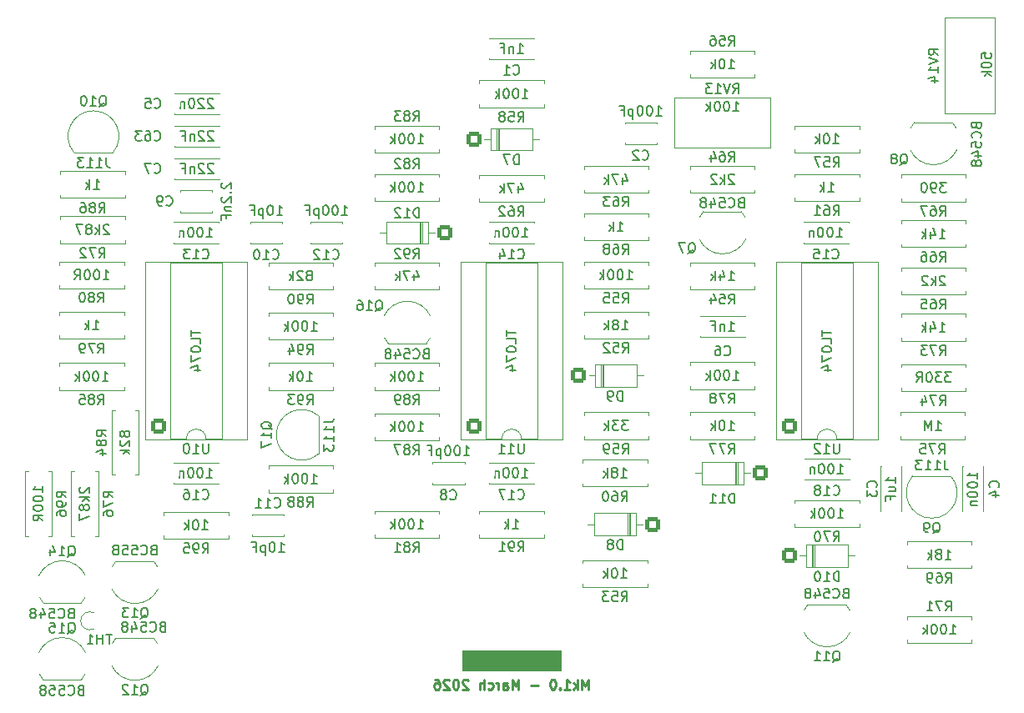
<source format=gbo>
%TF.GenerationSoftware,KiCad,Pcbnew,9.0.7*%
%TF.CreationDate,2026-02-21T19:27:00+01:00*%
%TF.ProjectId,DMH_VCLFO_v2_PCB_Submodule,444d485f-5643-44c4-964f-5f76325f5043,1*%
%TF.SameCoordinates,Original*%
%TF.FileFunction,Legend,Bot*%
%TF.FilePolarity,Positive*%
%FSLAX46Y46*%
G04 Gerber Fmt 4.6, Leading zero omitted, Abs format (unit mm)*
G04 Created by KiCad (PCBNEW 9.0.7) date 2026-02-21 19:27:00*
%MOMM*%
%LPD*%
G01*
G04 APERTURE LIST*
G04 Aperture macros list*
%AMRoundRect*
0 Rectangle with rounded corners*
0 $1 Rounding radius*
0 $2 $3 $4 $5 $6 $7 $8 $9 X,Y pos of 4 corners*
0 Add a 4 corners polygon primitive as box body*
4,1,4,$2,$3,$4,$5,$6,$7,$8,$9,$2,$3,0*
0 Add four circle primitives for the rounded corners*
1,1,$1+$1,$2,$3*
1,1,$1+$1,$4,$5*
1,1,$1+$1,$6,$7*
1,1,$1+$1,$8,$9*
0 Add four rect primitives between the rounded corners*
20,1,$1+$1,$2,$3,$4,$5,0*
20,1,$1+$1,$4,$5,$6,$7,0*
20,1,$1+$1,$6,$7,$8,$9,0*
20,1,$1+$1,$8,$9,$2,$3,0*%
G04 Aperture macros list end*
%ADD10C,0.100000*%
%ADD11C,0.250000*%
%ADD12C,0.150000*%
%ADD13C,0.120000*%
%ADD14R,1.700000X1.700000*%
%ADD15C,1.700000*%
%ADD16C,1.600000*%
%ADD17R,1.500000X1.500000*%
%ADD18C,1.500000*%
%ADD19RoundRect,0.250000X0.550000X0.550000X-0.550000X0.550000X-0.550000X-0.550000X0.550000X-0.550000X0*%
%ADD20R,1.500000X1.050000*%
%ADD21O,1.500000X1.050000*%
%ADD22R,1.050000X1.500000*%
%ADD23O,1.050000X1.500000*%
%ADD24RoundRect,0.250000X-0.550000X-0.550000X0.550000X-0.550000X0.550000X0.550000X-0.550000X0.550000X0*%
%ADD25C,1.400000*%
%ADD26C,1.440000*%
G04 APERTURE END LIST*
D10*
X95000000Y-95000000D02*
X105000000Y-95000000D01*
X105000000Y-97000000D01*
X95000000Y-97000000D01*
X95000000Y-95000000D01*
G36*
X95000000Y-95000000D02*
G01*
X105000000Y-95000000D01*
X105000000Y-97000000D01*
X95000000Y-97000000D01*
X95000000Y-95000000D01*
G37*
D11*
X107809523Y-98949619D02*
X107809523Y-97949619D01*
X107809523Y-97949619D02*
X107476190Y-98663904D01*
X107476190Y-98663904D02*
X107142857Y-97949619D01*
X107142857Y-97949619D02*
X107142857Y-98949619D01*
X106666666Y-98949619D02*
X106666666Y-97949619D01*
X106571428Y-98568666D02*
X106285714Y-98949619D01*
X106285714Y-98282952D02*
X106666666Y-98663904D01*
X105333333Y-98949619D02*
X105904761Y-98949619D01*
X105619047Y-98949619D02*
X105619047Y-97949619D01*
X105619047Y-97949619D02*
X105714285Y-98092476D01*
X105714285Y-98092476D02*
X105809523Y-98187714D01*
X105809523Y-98187714D02*
X105904761Y-98235333D01*
X104904761Y-98854380D02*
X104857142Y-98902000D01*
X104857142Y-98902000D02*
X104904761Y-98949619D01*
X104904761Y-98949619D02*
X104952380Y-98902000D01*
X104952380Y-98902000D02*
X104904761Y-98854380D01*
X104904761Y-98854380D02*
X104904761Y-98949619D01*
X104238095Y-97949619D02*
X104142857Y-97949619D01*
X104142857Y-97949619D02*
X104047619Y-97997238D01*
X104047619Y-97997238D02*
X104000000Y-98044857D01*
X104000000Y-98044857D02*
X103952381Y-98140095D01*
X103952381Y-98140095D02*
X103904762Y-98330571D01*
X103904762Y-98330571D02*
X103904762Y-98568666D01*
X103904762Y-98568666D02*
X103952381Y-98759142D01*
X103952381Y-98759142D02*
X104000000Y-98854380D01*
X104000000Y-98854380D02*
X104047619Y-98902000D01*
X104047619Y-98902000D02*
X104142857Y-98949619D01*
X104142857Y-98949619D02*
X104238095Y-98949619D01*
X104238095Y-98949619D02*
X104333333Y-98902000D01*
X104333333Y-98902000D02*
X104380952Y-98854380D01*
X104380952Y-98854380D02*
X104428571Y-98759142D01*
X104428571Y-98759142D02*
X104476190Y-98568666D01*
X104476190Y-98568666D02*
X104476190Y-98330571D01*
X104476190Y-98330571D02*
X104428571Y-98140095D01*
X104428571Y-98140095D02*
X104380952Y-98044857D01*
X104380952Y-98044857D02*
X104333333Y-97997238D01*
X104333333Y-97997238D02*
X104238095Y-97949619D01*
X102714285Y-98568666D02*
X101952381Y-98568666D01*
X100714285Y-98949619D02*
X100714285Y-97949619D01*
X100714285Y-97949619D02*
X100380952Y-98663904D01*
X100380952Y-98663904D02*
X100047619Y-97949619D01*
X100047619Y-97949619D02*
X100047619Y-98949619D01*
X99142857Y-98949619D02*
X99142857Y-98425809D01*
X99142857Y-98425809D02*
X99190476Y-98330571D01*
X99190476Y-98330571D02*
X99285714Y-98282952D01*
X99285714Y-98282952D02*
X99476190Y-98282952D01*
X99476190Y-98282952D02*
X99571428Y-98330571D01*
X99142857Y-98902000D02*
X99238095Y-98949619D01*
X99238095Y-98949619D02*
X99476190Y-98949619D01*
X99476190Y-98949619D02*
X99571428Y-98902000D01*
X99571428Y-98902000D02*
X99619047Y-98806761D01*
X99619047Y-98806761D02*
X99619047Y-98711523D01*
X99619047Y-98711523D02*
X99571428Y-98616285D01*
X99571428Y-98616285D02*
X99476190Y-98568666D01*
X99476190Y-98568666D02*
X99238095Y-98568666D01*
X99238095Y-98568666D02*
X99142857Y-98521047D01*
X98666666Y-98949619D02*
X98666666Y-98282952D01*
X98666666Y-98473428D02*
X98619047Y-98378190D01*
X98619047Y-98378190D02*
X98571428Y-98330571D01*
X98571428Y-98330571D02*
X98476190Y-98282952D01*
X98476190Y-98282952D02*
X98380952Y-98282952D01*
X97619047Y-98902000D02*
X97714285Y-98949619D01*
X97714285Y-98949619D02*
X97904761Y-98949619D01*
X97904761Y-98949619D02*
X97999999Y-98902000D01*
X97999999Y-98902000D02*
X98047618Y-98854380D01*
X98047618Y-98854380D02*
X98095237Y-98759142D01*
X98095237Y-98759142D02*
X98095237Y-98473428D01*
X98095237Y-98473428D02*
X98047618Y-98378190D01*
X98047618Y-98378190D02*
X97999999Y-98330571D01*
X97999999Y-98330571D02*
X97904761Y-98282952D01*
X97904761Y-98282952D02*
X97714285Y-98282952D01*
X97714285Y-98282952D02*
X97619047Y-98330571D01*
X97190475Y-98949619D02*
X97190475Y-97949619D01*
X96761904Y-98949619D02*
X96761904Y-98425809D01*
X96761904Y-98425809D02*
X96809523Y-98330571D01*
X96809523Y-98330571D02*
X96904761Y-98282952D01*
X96904761Y-98282952D02*
X97047618Y-98282952D01*
X97047618Y-98282952D02*
X97142856Y-98330571D01*
X97142856Y-98330571D02*
X97190475Y-98378190D01*
X95571427Y-98044857D02*
X95523808Y-97997238D01*
X95523808Y-97997238D02*
X95428570Y-97949619D01*
X95428570Y-97949619D02*
X95190475Y-97949619D01*
X95190475Y-97949619D02*
X95095237Y-97997238D01*
X95095237Y-97997238D02*
X95047618Y-98044857D01*
X95047618Y-98044857D02*
X94999999Y-98140095D01*
X94999999Y-98140095D02*
X94999999Y-98235333D01*
X94999999Y-98235333D02*
X95047618Y-98378190D01*
X95047618Y-98378190D02*
X95619046Y-98949619D01*
X95619046Y-98949619D02*
X94999999Y-98949619D01*
X94380951Y-97949619D02*
X94285713Y-97949619D01*
X94285713Y-97949619D02*
X94190475Y-97997238D01*
X94190475Y-97997238D02*
X94142856Y-98044857D01*
X94142856Y-98044857D02*
X94095237Y-98140095D01*
X94095237Y-98140095D02*
X94047618Y-98330571D01*
X94047618Y-98330571D02*
X94047618Y-98568666D01*
X94047618Y-98568666D02*
X94095237Y-98759142D01*
X94095237Y-98759142D02*
X94142856Y-98854380D01*
X94142856Y-98854380D02*
X94190475Y-98902000D01*
X94190475Y-98902000D02*
X94285713Y-98949619D01*
X94285713Y-98949619D02*
X94380951Y-98949619D01*
X94380951Y-98949619D02*
X94476189Y-98902000D01*
X94476189Y-98902000D02*
X94523808Y-98854380D01*
X94523808Y-98854380D02*
X94571427Y-98759142D01*
X94571427Y-98759142D02*
X94619046Y-98568666D01*
X94619046Y-98568666D02*
X94619046Y-98330571D01*
X94619046Y-98330571D02*
X94571427Y-98140095D01*
X94571427Y-98140095D02*
X94523808Y-98044857D01*
X94523808Y-98044857D02*
X94476189Y-97997238D01*
X94476189Y-97997238D02*
X94380951Y-97949619D01*
X93666665Y-98044857D02*
X93619046Y-97997238D01*
X93619046Y-97997238D02*
X93523808Y-97949619D01*
X93523808Y-97949619D02*
X93285713Y-97949619D01*
X93285713Y-97949619D02*
X93190475Y-97997238D01*
X93190475Y-97997238D02*
X93142856Y-98044857D01*
X93142856Y-98044857D02*
X93095237Y-98140095D01*
X93095237Y-98140095D02*
X93095237Y-98235333D01*
X93095237Y-98235333D02*
X93142856Y-98378190D01*
X93142856Y-98378190D02*
X93714284Y-98949619D01*
X93714284Y-98949619D02*
X93095237Y-98949619D01*
X92238094Y-97949619D02*
X92428570Y-97949619D01*
X92428570Y-97949619D02*
X92523808Y-97997238D01*
X92523808Y-97997238D02*
X92571427Y-98044857D01*
X92571427Y-98044857D02*
X92666665Y-98187714D01*
X92666665Y-98187714D02*
X92714284Y-98378190D01*
X92714284Y-98378190D02*
X92714284Y-98759142D01*
X92714284Y-98759142D02*
X92666665Y-98854380D01*
X92666665Y-98854380D02*
X92619046Y-98902000D01*
X92619046Y-98902000D02*
X92523808Y-98949619D01*
X92523808Y-98949619D02*
X92333332Y-98949619D01*
X92333332Y-98949619D02*
X92238094Y-98902000D01*
X92238094Y-98902000D02*
X92190475Y-98854380D01*
X92190475Y-98854380D02*
X92142856Y-98759142D01*
X92142856Y-98759142D02*
X92142856Y-98521047D01*
X92142856Y-98521047D02*
X92190475Y-98425809D01*
X92190475Y-98425809D02*
X92238094Y-98378190D01*
X92238094Y-98378190D02*
X92333332Y-98330571D01*
X92333332Y-98330571D02*
X92523808Y-98330571D01*
X92523808Y-98330571D02*
X92619046Y-98378190D01*
X92619046Y-98378190D02*
X92666665Y-98425809D01*
X92666665Y-98425809D02*
X92714284Y-98521047D01*
D12*
X143442857Y-70124819D02*
X143776190Y-69648628D01*
X144014285Y-70124819D02*
X144014285Y-69124819D01*
X144014285Y-69124819D02*
X143633333Y-69124819D01*
X143633333Y-69124819D02*
X143538095Y-69172438D01*
X143538095Y-69172438D02*
X143490476Y-69220057D01*
X143490476Y-69220057D02*
X143442857Y-69315295D01*
X143442857Y-69315295D02*
X143442857Y-69458152D01*
X143442857Y-69458152D02*
X143490476Y-69553390D01*
X143490476Y-69553390D02*
X143538095Y-69601009D01*
X143538095Y-69601009D02*
X143633333Y-69648628D01*
X143633333Y-69648628D02*
X144014285Y-69648628D01*
X143109523Y-69124819D02*
X142442857Y-69124819D01*
X142442857Y-69124819D02*
X142871428Y-70124819D01*
X141633333Y-69458152D02*
X141633333Y-70124819D01*
X141871428Y-69077200D02*
X142109523Y-69791485D01*
X142109523Y-69791485D02*
X141490476Y-69791485D01*
X144585713Y-66754819D02*
X143966666Y-66754819D01*
X143966666Y-66754819D02*
X144299999Y-67135771D01*
X144299999Y-67135771D02*
X144157142Y-67135771D01*
X144157142Y-67135771D02*
X144061904Y-67183390D01*
X144061904Y-67183390D02*
X144014285Y-67231009D01*
X144014285Y-67231009D02*
X143966666Y-67326247D01*
X143966666Y-67326247D02*
X143966666Y-67564342D01*
X143966666Y-67564342D02*
X144014285Y-67659580D01*
X144014285Y-67659580D02*
X144061904Y-67707200D01*
X144061904Y-67707200D02*
X144157142Y-67754819D01*
X144157142Y-67754819D02*
X144442856Y-67754819D01*
X144442856Y-67754819D02*
X144538094Y-67707200D01*
X144538094Y-67707200D02*
X144585713Y-67659580D01*
X143633332Y-66754819D02*
X143014285Y-66754819D01*
X143014285Y-66754819D02*
X143347618Y-67135771D01*
X143347618Y-67135771D02*
X143204761Y-67135771D01*
X143204761Y-67135771D02*
X143109523Y-67183390D01*
X143109523Y-67183390D02*
X143061904Y-67231009D01*
X143061904Y-67231009D02*
X143014285Y-67326247D01*
X143014285Y-67326247D02*
X143014285Y-67564342D01*
X143014285Y-67564342D02*
X143061904Y-67659580D01*
X143061904Y-67659580D02*
X143109523Y-67707200D01*
X143109523Y-67707200D02*
X143204761Y-67754819D01*
X143204761Y-67754819D02*
X143490475Y-67754819D01*
X143490475Y-67754819D02*
X143585713Y-67707200D01*
X143585713Y-67707200D02*
X143633332Y-67659580D01*
X142395237Y-66754819D02*
X142299999Y-66754819D01*
X142299999Y-66754819D02*
X142204761Y-66802438D01*
X142204761Y-66802438D02*
X142157142Y-66850057D01*
X142157142Y-66850057D02*
X142109523Y-66945295D01*
X142109523Y-66945295D02*
X142061904Y-67135771D01*
X142061904Y-67135771D02*
X142061904Y-67373866D01*
X142061904Y-67373866D02*
X142109523Y-67564342D01*
X142109523Y-67564342D02*
X142157142Y-67659580D01*
X142157142Y-67659580D02*
X142204761Y-67707200D01*
X142204761Y-67707200D02*
X142299999Y-67754819D01*
X142299999Y-67754819D02*
X142395237Y-67754819D01*
X142395237Y-67754819D02*
X142490475Y-67707200D01*
X142490475Y-67707200D02*
X142538094Y-67659580D01*
X142538094Y-67659580D02*
X142585713Y-67564342D01*
X142585713Y-67564342D02*
X142633332Y-67373866D01*
X142633332Y-67373866D02*
X142633332Y-67135771D01*
X142633332Y-67135771D02*
X142585713Y-66945295D01*
X142585713Y-66945295D02*
X142538094Y-66850057D01*
X142538094Y-66850057D02*
X142490475Y-66802438D01*
X142490475Y-66802438D02*
X142395237Y-66754819D01*
X141061904Y-67754819D02*
X141395237Y-67278628D01*
X141633332Y-67754819D02*
X141633332Y-66754819D01*
X141633332Y-66754819D02*
X141252380Y-66754819D01*
X141252380Y-66754819D02*
X141157142Y-66802438D01*
X141157142Y-66802438D02*
X141109523Y-66850057D01*
X141109523Y-66850057D02*
X141061904Y-66945295D01*
X141061904Y-66945295D02*
X141061904Y-67088152D01*
X141061904Y-67088152D02*
X141109523Y-67183390D01*
X141109523Y-67183390D02*
X141157142Y-67231009D01*
X141157142Y-67231009D02*
X141252380Y-67278628D01*
X141252380Y-67278628D02*
X141633332Y-67278628D01*
X58042857Y-59654819D02*
X58376190Y-59178628D01*
X58614285Y-59654819D02*
X58614285Y-58654819D01*
X58614285Y-58654819D02*
X58233333Y-58654819D01*
X58233333Y-58654819D02*
X58138095Y-58702438D01*
X58138095Y-58702438D02*
X58090476Y-58750057D01*
X58090476Y-58750057D02*
X58042857Y-58845295D01*
X58042857Y-58845295D02*
X58042857Y-58988152D01*
X58042857Y-58988152D02*
X58090476Y-59083390D01*
X58090476Y-59083390D02*
X58138095Y-59131009D01*
X58138095Y-59131009D02*
X58233333Y-59178628D01*
X58233333Y-59178628D02*
X58614285Y-59178628D01*
X57471428Y-59083390D02*
X57566666Y-59035771D01*
X57566666Y-59035771D02*
X57614285Y-58988152D01*
X57614285Y-58988152D02*
X57661904Y-58892914D01*
X57661904Y-58892914D02*
X57661904Y-58845295D01*
X57661904Y-58845295D02*
X57614285Y-58750057D01*
X57614285Y-58750057D02*
X57566666Y-58702438D01*
X57566666Y-58702438D02*
X57471428Y-58654819D01*
X57471428Y-58654819D02*
X57280952Y-58654819D01*
X57280952Y-58654819D02*
X57185714Y-58702438D01*
X57185714Y-58702438D02*
X57138095Y-58750057D01*
X57138095Y-58750057D02*
X57090476Y-58845295D01*
X57090476Y-58845295D02*
X57090476Y-58892914D01*
X57090476Y-58892914D02*
X57138095Y-58988152D01*
X57138095Y-58988152D02*
X57185714Y-59035771D01*
X57185714Y-59035771D02*
X57280952Y-59083390D01*
X57280952Y-59083390D02*
X57471428Y-59083390D01*
X57471428Y-59083390D02*
X57566666Y-59131009D01*
X57566666Y-59131009D02*
X57614285Y-59178628D01*
X57614285Y-59178628D02*
X57661904Y-59273866D01*
X57661904Y-59273866D02*
X57661904Y-59464342D01*
X57661904Y-59464342D02*
X57614285Y-59559580D01*
X57614285Y-59559580D02*
X57566666Y-59607200D01*
X57566666Y-59607200D02*
X57471428Y-59654819D01*
X57471428Y-59654819D02*
X57280952Y-59654819D01*
X57280952Y-59654819D02*
X57185714Y-59607200D01*
X57185714Y-59607200D02*
X57138095Y-59559580D01*
X57138095Y-59559580D02*
X57090476Y-59464342D01*
X57090476Y-59464342D02*
X57090476Y-59273866D01*
X57090476Y-59273866D02*
X57138095Y-59178628D01*
X57138095Y-59178628D02*
X57185714Y-59131009D01*
X57185714Y-59131009D02*
X57280952Y-59083390D01*
X56471428Y-58654819D02*
X56376190Y-58654819D01*
X56376190Y-58654819D02*
X56280952Y-58702438D01*
X56280952Y-58702438D02*
X56233333Y-58750057D01*
X56233333Y-58750057D02*
X56185714Y-58845295D01*
X56185714Y-58845295D02*
X56138095Y-59035771D01*
X56138095Y-59035771D02*
X56138095Y-59273866D01*
X56138095Y-59273866D02*
X56185714Y-59464342D01*
X56185714Y-59464342D02*
X56233333Y-59559580D01*
X56233333Y-59559580D02*
X56280952Y-59607200D01*
X56280952Y-59607200D02*
X56376190Y-59654819D01*
X56376190Y-59654819D02*
X56471428Y-59654819D01*
X56471428Y-59654819D02*
X56566666Y-59607200D01*
X56566666Y-59607200D02*
X56614285Y-59559580D01*
X56614285Y-59559580D02*
X56661904Y-59464342D01*
X56661904Y-59464342D02*
X56709523Y-59273866D01*
X56709523Y-59273866D02*
X56709523Y-59035771D01*
X56709523Y-59035771D02*
X56661904Y-58845295D01*
X56661904Y-58845295D02*
X56614285Y-58750057D01*
X56614285Y-58750057D02*
X56566666Y-58702438D01*
X56566666Y-58702438D02*
X56471428Y-58654819D01*
X58566666Y-57354819D02*
X59138094Y-57354819D01*
X58852380Y-57354819D02*
X58852380Y-56354819D01*
X58852380Y-56354819D02*
X58947618Y-56497676D01*
X58947618Y-56497676D02*
X59042856Y-56592914D01*
X59042856Y-56592914D02*
X59138094Y-56640533D01*
X57947618Y-56354819D02*
X57852380Y-56354819D01*
X57852380Y-56354819D02*
X57757142Y-56402438D01*
X57757142Y-56402438D02*
X57709523Y-56450057D01*
X57709523Y-56450057D02*
X57661904Y-56545295D01*
X57661904Y-56545295D02*
X57614285Y-56735771D01*
X57614285Y-56735771D02*
X57614285Y-56973866D01*
X57614285Y-56973866D02*
X57661904Y-57164342D01*
X57661904Y-57164342D02*
X57709523Y-57259580D01*
X57709523Y-57259580D02*
X57757142Y-57307200D01*
X57757142Y-57307200D02*
X57852380Y-57354819D01*
X57852380Y-57354819D02*
X57947618Y-57354819D01*
X57947618Y-57354819D02*
X58042856Y-57307200D01*
X58042856Y-57307200D02*
X58090475Y-57259580D01*
X58090475Y-57259580D02*
X58138094Y-57164342D01*
X58138094Y-57164342D02*
X58185713Y-56973866D01*
X58185713Y-56973866D02*
X58185713Y-56735771D01*
X58185713Y-56735771D02*
X58138094Y-56545295D01*
X58138094Y-56545295D02*
X58090475Y-56450057D01*
X58090475Y-56450057D02*
X58042856Y-56402438D01*
X58042856Y-56402438D02*
X57947618Y-56354819D01*
X56995237Y-56354819D02*
X56899999Y-56354819D01*
X56899999Y-56354819D02*
X56804761Y-56402438D01*
X56804761Y-56402438D02*
X56757142Y-56450057D01*
X56757142Y-56450057D02*
X56709523Y-56545295D01*
X56709523Y-56545295D02*
X56661904Y-56735771D01*
X56661904Y-56735771D02*
X56661904Y-56973866D01*
X56661904Y-56973866D02*
X56709523Y-57164342D01*
X56709523Y-57164342D02*
X56757142Y-57259580D01*
X56757142Y-57259580D02*
X56804761Y-57307200D01*
X56804761Y-57307200D02*
X56899999Y-57354819D01*
X56899999Y-57354819D02*
X56995237Y-57354819D01*
X56995237Y-57354819D02*
X57090475Y-57307200D01*
X57090475Y-57307200D02*
X57138094Y-57259580D01*
X57138094Y-57259580D02*
X57185713Y-57164342D01*
X57185713Y-57164342D02*
X57233332Y-56973866D01*
X57233332Y-56973866D02*
X57233332Y-56735771D01*
X57233332Y-56735771D02*
X57185713Y-56545295D01*
X57185713Y-56545295D02*
X57138094Y-56450057D01*
X57138094Y-56450057D02*
X57090475Y-56402438D01*
X57090475Y-56402438D02*
X56995237Y-56354819D01*
X55661904Y-57354819D02*
X55995237Y-56878628D01*
X56233332Y-57354819D02*
X56233332Y-56354819D01*
X56233332Y-56354819D02*
X55852380Y-56354819D01*
X55852380Y-56354819D02*
X55757142Y-56402438D01*
X55757142Y-56402438D02*
X55709523Y-56450057D01*
X55709523Y-56450057D02*
X55661904Y-56545295D01*
X55661904Y-56545295D02*
X55661904Y-56688152D01*
X55661904Y-56688152D02*
X55709523Y-56783390D01*
X55709523Y-56783390D02*
X55757142Y-56831009D01*
X55757142Y-56831009D02*
X55852380Y-56878628D01*
X55852380Y-56878628D02*
X56233332Y-56878628D01*
X54971428Y-93290057D02*
X55066666Y-93242438D01*
X55066666Y-93242438D02*
X55161904Y-93147200D01*
X55161904Y-93147200D02*
X55304761Y-93004342D01*
X55304761Y-93004342D02*
X55399999Y-92956723D01*
X55399999Y-92956723D02*
X55495237Y-92956723D01*
X55447618Y-93194819D02*
X55542856Y-93147200D01*
X55542856Y-93147200D02*
X55638094Y-93051961D01*
X55638094Y-93051961D02*
X55685713Y-92861485D01*
X55685713Y-92861485D02*
X55685713Y-92528152D01*
X55685713Y-92528152D02*
X55638094Y-92337676D01*
X55638094Y-92337676D02*
X55542856Y-92242438D01*
X55542856Y-92242438D02*
X55447618Y-92194819D01*
X55447618Y-92194819D02*
X55257142Y-92194819D01*
X55257142Y-92194819D02*
X55161904Y-92242438D01*
X55161904Y-92242438D02*
X55066666Y-92337676D01*
X55066666Y-92337676D02*
X55019047Y-92528152D01*
X55019047Y-92528152D02*
X55019047Y-92861485D01*
X55019047Y-92861485D02*
X55066666Y-93051961D01*
X55066666Y-93051961D02*
X55161904Y-93147200D01*
X55161904Y-93147200D02*
X55257142Y-93194819D01*
X55257142Y-93194819D02*
X55447618Y-93194819D01*
X54066666Y-93194819D02*
X54638094Y-93194819D01*
X54352380Y-93194819D02*
X54352380Y-92194819D01*
X54352380Y-92194819D02*
X54447618Y-92337676D01*
X54447618Y-92337676D02*
X54542856Y-92432914D01*
X54542856Y-92432914D02*
X54638094Y-92480533D01*
X53161904Y-92194819D02*
X53638094Y-92194819D01*
X53638094Y-92194819D02*
X53685713Y-92671009D01*
X53685713Y-92671009D02*
X53638094Y-92623390D01*
X53638094Y-92623390D02*
X53542856Y-92575771D01*
X53542856Y-92575771D02*
X53304761Y-92575771D01*
X53304761Y-92575771D02*
X53209523Y-92623390D01*
X53209523Y-92623390D02*
X53161904Y-92671009D01*
X53161904Y-92671009D02*
X53114285Y-92766247D01*
X53114285Y-92766247D02*
X53114285Y-93004342D01*
X53114285Y-93004342D02*
X53161904Y-93099580D01*
X53161904Y-93099580D02*
X53209523Y-93147200D01*
X53209523Y-93147200D02*
X53304761Y-93194819D01*
X53304761Y-93194819D02*
X53542856Y-93194819D01*
X53542856Y-93194819D02*
X53638094Y-93147200D01*
X53638094Y-93147200D02*
X53685713Y-93099580D01*
X56257142Y-99021009D02*
X56114285Y-99068628D01*
X56114285Y-99068628D02*
X56066666Y-99116247D01*
X56066666Y-99116247D02*
X56019047Y-99211485D01*
X56019047Y-99211485D02*
X56019047Y-99354342D01*
X56019047Y-99354342D02*
X56066666Y-99449580D01*
X56066666Y-99449580D02*
X56114285Y-99497200D01*
X56114285Y-99497200D02*
X56209523Y-99544819D01*
X56209523Y-99544819D02*
X56590475Y-99544819D01*
X56590475Y-99544819D02*
X56590475Y-98544819D01*
X56590475Y-98544819D02*
X56257142Y-98544819D01*
X56257142Y-98544819D02*
X56161904Y-98592438D01*
X56161904Y-98592438D02*
X56114285Y-98640057D01*
X56114285Y-98640057D02*
X56066666Y-98735295D01*
X56066666Y-98735295D02*
X56066666Y-98830533D01*
X56066666Y-98830533D02*
X56114285Y-98925771D01*
X56114285Y-98925771D02*
X56161904Y-98973390D01*
X56161904Y-98973390D02*
X56257142Y-99021009D01*
X56257142Y-99021009D02*
X56590475Y-99021009D01*
X55019047Y-99449580D02*
X55066666Y-99497200D01*
X55066666Y-99497200D02*
X55209523Y-99544819D01*
X55209523Y-99544819D02*
X55304761Y-99544819D01*
X55304761Y-99544819D02*
X55447618Y-99497200D01*
X55447618Y-99497200D02*
X55542856Y-99401961D01*
X55542856Y-99401961D02*
X55590475Y-99306723D01*
X55590475Y-99306723D02*
X55638094Y-99116247D01*
X55638094Y-99116247D02*
X55638094Y-98973390D01*
X55638094Y-98973390D02*
X55590475Y-98782914D01*
X55590475Y-98782914D02*
X55542856Y-98687676D01*
X55542856Y-98687676D02*
X55447618Y-98592438D01*
X55447618Y-98592438D02*
X55304761Y-98544819D01*
X55304761Y-98544819D02*
X55209523Y-98544819D01*
X55209523Y-98544819D02*
X55066666Y-98592438D01*
X55066666Y-98592438D02*
X55019047Y-98640057D01*
X54114285Y-98544819D02*
X54590475Y-98544819D01*
X54590475Y-98544819D02*
X54638094Y-99021009D01*
X54638094Y-99021009D02*
X54590475Y-98973390D01*
X54590475Y-98973390D02*
X54495237Y-98925771D01*
X54495237Y-98925771D02*
X54257142Y-98925771D01*
X54257142Y-98925771D02*
X54161904Y-98973390D01*
X54161904Y-98973390D02*
X54114285Y-99021009D01*
X54114285Y-99021009D02*
X54066666Y-99116247D01*
X54066666Y-99116247D02*
X54066666Y-99354342D01*
X54066666Y-99354342D02*
X54114285Y-99449580D01*
X54114285Y-99449580D02*
X54161904Y-99497200D01*
X54161904Y-99497200D02*
X54257142Y-99544819D01*
X54257142Y-99544819D02*
X54495237Y-99544819D01*
X54495237Y-99544819D02*
X54590475Y-99497200D01*
X54590475Y-99497200D02*
X54638094Y-99449580D01*
X53161904Y-98544819D02*
X53638094Y-98544819D01*
X53638094Y-98544819D02*
X53685713Y-99021009D01*
X53685713Y-99021009D02*
X53638094Y-98973390D01*
X53638094Y-98973390D02*
X53542856Y-98925771D01*
X53542856Y-98925771D02*
X53304761Y-98925771D01*
X53304761Y-98925771D02*
X53209523Y-98973390D01*
X53209523Y-98973390D02*
X53161904Y-99021009D01*
X53161904Y-99021009D02*
X53114285Y-99116247D01*
X53114285Y-99116247D02*
X53114285Y-99354342D01*
X53114285Y-99354342D02*
X53161904Y-99449580D01*
X53161904Y-99449580D02*
X53209523Y-99497200D01*
X53209523Y-99497200D02*
X53304761Y-99544819D01*
X53304761Y-99544819D02*
X53542856Y-99544819D01*
X53542856Y-99544819D02*
X53638094Y-99497200D01*
X53638094Y-99497200D02*
X53685713Y-99449580D01*
X52542856Y-98973390D02*
X52638094Y-98925771D01*
X52638094Y-98925771D02*
X52685713Y-98878152D01*
X52685713Y-98878152D02*
X52733332Y-98782914D01*
X52733332Y-98782914D02*
X52733332Y-98735295D01*
X52733332Y-98735295D02*
X52685713Y-98640057D01*
X52685713Y-98640057D02*
X52638094Y-98592438D01*
X52638094Y-98592438D02*
X52542856Y-98544819D01*
X52542856Y-98544819D02*
X52352380Y-98544819D01*
X52352380Y-98544819D02*
X52257142Y-98592438D01*
X52257142Y-98592438D02*
X52209523Y-98640057D01*
X52209523Y-98640057D02*
X52161904Y-98735295D01*
X52161904Y-98735295D02*
X52161904Y-98782914D01*
X52161904Y-98782914D02*
X52209523Y-98878152D01*
X52209523Y-98878152D02*
X52257142Y-98925771D01*
X52257142Y-98925771D02*
X52352380Y-98973390D01*
X52352380Y-98973390D02*
X52542856Y-98973390D01*
X52542856Y-98973390D02*
X52638094Y-99021009D01*
X52638094Y-99021009D02*
X52685713Y-99068628D01*
X52685713Y-99068628D02*
X52733332Y-99163866D01*
X52733332Y-99163866D02*
X52733332Y-99354342D01*
X52733332Y-99354342D02*
X52685713Y-99449580D01*
X52685713Y-99449580D02*
X52638094Y-99497200D01*
X52638094Y-99497200D02*
X52542856Y-99544819D01*
X52542856Y-99544819D02*
X52352380Y-99544819D01*
X52352380Y-99544819D02*
X52257142Y-99497200D01*
X52257142Y-99497200D02*
X52209523Y-99449580D01*
X52209523Y-99449580D02*
X52161904Y-99354342D01*
X52161904Y-99354342D02*
X52161904Y-99163866D01*
X52161904Y-99163866D02*
X52209523Y-99068628D01*
X52209523Y-99068628D02*
X52257142Y-99021009D01*
X52257142Y-99021009D02*
X52352380Y-98973390D01*
X113266666Y-45109580D02*
X113314285Y-45157200D01*
X113314285Y-45157200D02*
X113457142Y-45204819D01*
X113457142Y-45204819D02*
X113552380Y-45204819D01*
X113552380Y-45204819D02*
X113695237Y-45157200D01*
X113695237Y-45157200D02*
X113790475Y-45061961D01*
X113790475Y-45061961D02*
X113838094Y-44966723D01*
X113838094Y-44966723D02*
X113885713Y-44776247D01*
X113885713Y-44776247D02*
X113885713Y-44633390D01*
X113885713Y-44633390D02*
X113838094Y-44442914D01*
X113838094Y-44442914D02*
X113790475Y-44347676D01*
X113790475Y-44347676D02*
X113695237Y-44252438D01*
X113695237Y-44252438D02*
X113552380Y-44204819D01*
X113552380Y-44204819D02*
X113457142Y-44204819D01*
X113457142Y-44204819D02*
X113314285Y-44252438D01*
X113314285Y-44252438D02*
X113266666Y-44300057D01*
X112885713Y-44300057D02*
X112838094Y-44252438D01*
X112838094Y-44252438D02*
X112742856Y-44204819D01*
X112742856Y-44204819D02*
X112504761Y-44204819D01*
X112504761Y-44204819D02*
X112409523Y-44252438D01*
X112409523Y-44252438D02*
X112361904Y-44300057D01*
X112361904Y-44300057D02*
X112314285Y-44395295D01*
X112314285Y-44395295D02*
X112314285Y-44490533D01*
X112314285Y-44490533D02*
X112361904Y-44633390D01*
X112361904Y-44633390D02*
X112933332Y-45204819D01*
X112933332Y-45204819D02*
X112314285Y-45204819D01*
X114647619Y-40704819D02*
X115219047Y-40704819D01*
X114933333Y-40704819D02*
X114933333Y-39704819D01*
X114933333Y-39704819D02*
X115028571Y-39847676D01*
X115028571Y-39847676D02*
X115123809Y-39942914D01*
X115123809Y-39942914D02*
X115219047Y-39990533D01*
X114028571Y-39704819D02*
X113933333Y-39704819D01*
X113933333Y-39704819D02*
X113838095Y-39752438D01*
X113838095Y-39752438D02*
X113790476Y-39800057D01*
X113790476Y-39800057D02*
X113742857Y-39895295D01*
X113742857Y-39895295D02*
X113695238Y-40085771D01*
X113695238Y-40085771D02*
X113695238Y-40323866D01*
X113695238Y-40323866D02*
X113742857Y-40514342D01*
X113742857Y-40514342D02*
X113790476Y-40609580D01*
X113790476Y-40609580D02*
X113838095Y-40657200D01*
X113838095Y-40657200D02*
X113933333Y-40704819D01*
X113933333Y-40704819D02*
X114028571Y-40704819D01*
X114028571Y-40704819D02*
X114123809Y-40657200D01*
X114123809Y-40657200D02*
X114171428Y-40609580D01*
X114171428Y-40609580D02*
X114219047Y-40514342D01*
X114219047Y-40514342D02*
X114266666Y-40323866D01*
X114266666Y-40323866D02*
X114266666Y-40085771D01*
X114266666Y-40085771D02*
X114219047Y-39895295D01*
X114219047Y-39895295D02*
X114171428Y-39800057D01*
X114171428Y-39800057D02*
X114123809Y-39752438D01*
X114123809Y-39752438D02*
X114028571Y-39704819D01*
X113076190Y-39704819D02*
X112980952Y-39704819D01*
X112980952Y-39704819D02*
X112885714Y-39752438D01*
X112885714Y-39752438D02*
X112838095Y-39800057D01*
X112838095Y-39800057D02*
X112790476Y-39895295D01*
X112790476Y-39895295D02*
X112742857Y-40085771D01*
X112742857Y-40085771D02*
X112742857Y-40323866D01*
X112742857Y-40323866D02*
X112790476Y-40514342D01*
X112790476Y-40514342D02*
X112838095Y-40609580D01*
X112838095Y-40609580D02*
X112885714Y-40657200D01*
X112885714Y-40657200D02*
X112980952Y-40704819D01*
X112980952Y-40704819D02*
X113076190Y-40704819D01*
X113076190Y-40704819D02*
X113171428Y-40657200D01*
X113171428Y-40657200D02*
X113219047Y-40609580D01*
X113219047Y-40609580D02*
X113266666Y-40514342D01*
X113266666Y-40514342D02*
X113314285Y-40323866D01*
X113314285Y-40323866D02*
X113314285Y-40085771D01*
X113314285Y-40085771D02*
X113266666Y-39895295D01*
X113266666Y-39895295D02*
X113219047Y-39800057D01*
X113219047Y-39800057D02*
X113171428Y-39752438D01*
X113171428Y-39752438D02*
X113076190Y-39704819D01*
X112314285Y-40038152D02*
X112314285Y-41038152D01*
X112314285Y-40085771D02*
X112219047Y-40038152D01*
X112219047Y-40038152D02*
X112028571Y-40038152D01*
X112028571Y-40038152D02*
X111933333Y-40085771D01*
X111933333Y-40085771D02*
X111885714Y-40133390D01*
X111885714Y-40133390D02*
X111838095Y-40228628D01*
X111838095Y-40228628D02*
X111838095Y-40514342D01*
X111838095Y-40514342D02*
X111885714Y-40609580D01*
X111885714Y-40609580D02*
X111933333Y-40657200D01*
X111933333Y-40657200D02*
X112028571Y-40704819D01*
X112028571Y-40704819D02*
X112219047Y-40704819D01*
X112219047Y-40704819D02*
X112314285Y-40657200D01*
X111076190Y-40181009D02*
X111409523Y-40181009D01*
X111409523Y-40704819D02*
X111409523Y-39704819D01*
X111409523Y-39704819D02*
X110933333Y-39704819D01*
X132542857Y-55159580D02*
X132590476Y-55207200D01*
X132590476Y-55207200D02*
X132733333Y-55254819D01*
X132733333Y-55254819D02*
X132828571Y-55254819D01*
X132828571Y-55254819D02*
X132971428Y-55207200D01*
X132971428Y-55207200D02*
X133066666Y-55111961D01*
X133066666Y-55111961D02*
X133114285Y-55016723D01*
X133114285Y-55016723D02*
X133161904Y-54826247D01*
X133161904Y-54826247D02*
X133161904Y-54683390D01*
X133161904Y-54683390D02*
X133114285Y-54492914D01*
X133114285Y-54492914D02*
X133066666Y-54397676D01*
X133066666Y-54397676D02*
X132971428Y-54302438D01*
X132971428Y-54302438D02*
X132828571Y-54254819D01*
X132828571Y-54254819D02*
X132733333Y-54254819D01*
X132733333Y-54254819D02*
X132590476Y-54302438D01*
X132590476Y-54302438D02*
X132542857Y-54350057D01*
X131590476Y-55254819D02*
X132161904Y-55254819D01*
X131876190Y-55254819D02*
X131876190Y-54254819D01*
X131876190Y-54254819D02*
X131971428Y-54397676D01*
X131971428Y-54397676D02*
X132066666Y-54492914D01*
X132066666Y-54492914D02*
X132161904Y-54540533D01*
X130685714Y-54254819D02*
X131161904Y-54254819D01*
X131161904Y-54254819D02*
X131209523Y-54731009D01*
X131209523Y-54731009D02*
X131161904Y-54683390D01*
X131161904Y-54683390D02*
X131066666Y-54635771D01*
X131066666Y-54635771D02*
X130828571Y-54635771D01*
X130828571Y-54635771D02*
X130733333Y-54683390D01*
X130733333Y-54683390D02*
X130685714Y-54731009D01*
X130685714Y-54731009D02*
X130638095Y-54826247D01*
X130638095Y-54826247D02*
X130638095Y-55064342D01*
X130638095Y-55064342D02*
X130685714Y-55159580D01*
X130685714Y-55159580D02*
X130733333Y-55207200D01*
X130733333Y-55207200D02*
X130828571Y-55254819D01*
X130828571Y-55254819D02*
X131066666Y-55254819D01*
X131066666Y-55254819D02*
X131161904Y-55207200D01*
X131161904Y-55207200D02*
X131209523Y-55159580D01*
X132947619Y-53054819D02*
X133519047Y-53054819D01*
X133233333Y-53054819D02*
X133233333Y-52054819D01*
X133233333Y-52054819D02*
X133328571Y-52197676D01*
X133328571Y-52197676D02*
X133423809Y-52292914D01*
X133423809Y-52292914D02*
X133519047Y-52340533D01*
X132328571Y-52054819D02*
X132233333Y-52054819D01*
X132233333Y-52054819D02*
X132138095Y-52102438D01*
X132138095Y-52102438D02*
X132090476Y-52150057D01*
X132090476Y-52150057D02*
X132042857Y-52245295D01*
X132042857Y-52245295D02*
X131995238Y-52435771D01*
X131995238Y-52435771D02*
X131995238Y-52673866D01*
X131995238Y-52673866D02*
X132042857Y-52864342D01*
X132042857Y-52864342D02*
X132090476Y-52959580D01*
X132090476Y-52959580D02*
X132138095Y-53007200D01*
X132138095Y-53007200D02*
X132233333Y-53054819D01*
X132233333Y-53054819D02*
X132328571Y-53054819D01*
X132328571Y-53054819D02*
X132423809Y-53007200D01*
X132423809Y-53007200D02*
X132471428Y-52959580D01*
X132471428Y-52959580D02*
X132519047Y-52864342D01*
X132519047Y-52864342D02*
X132566666Y-52673866D01*
X132566666Y-52673866D02*
X132566666Y-52435771D01*
X132566666Y-52435771D02*
X132519047Y-52245295D01*
X132519047Y-52245295D02*
X132471428Y-52150057D01*
X132471428Y-52150057D02*
X132423809Y-52102438D01*
X132423809Y-52102438D02*
X132328571Y-52054819D01*
X131376190Y-52054819D02*
X131280952Y-52054819D01*
X131280952Y-52054819D02*
X131185714Y-52102438D01*
X131185714Y-52102438D02*
X131138095Y-52150057D01*
X131138095Y-52150057D02*
X131090476Y-52245295D01*
X131090476Y-52245295D02*
X131042857Y-52435771D01*
X131042857Y-52435771D02*
X131042857Y-52673866D01*
X131042857Y-52673866D02*
X131090476Y-52864342D01*
X131090476Y-52864342D02*
X131138095Y-52959580D01*
X131138095Y-52959580D02*
X131185714Y-53007200D01*
X131185714Y-53007200D02*
X131280952Y-53054819D01*
X131280952Y-53054819D02*
X131376190Y-53054819D01*
X131376190Y-53054819D02*
X131471428Y-53007200D01*
X131471428Y-53007200D02*
X131519047Y-52959580D01*
X131519047Y-52959580D02*
X131566666Y-52864342D01*
X131566666Y-52864342D02*
X131614285Y-52673866D01*
X131614285Y-52673866D02*
X131614285Y-52435771D01*
X131614285Y-52435771D02*
X131566666Y-52245295D01*
X131566666Y-52245295D02*
X131519047Y-52150057D01*
X131519047Y-52150057D02*
X131471428Y-52102438D01*
X131471428Y-52102438D02*
X131376190Y-52054819D01*
X130614285Y-52388152D02*
X130614285Y-53054819D01*
X130614285Y-52483390D02*
X130566666Y-52435771D01*
X130566666Y-52435771D02*
X130471428Y-52388152D01*
X130471428Y-52388152D02*
X130328571Y-52388152D01*
X130328571Y-52388152D02*
X130233333Y-52435771D01*
X130233333Y-52435771D02*
X130185714Y-52531009D01*
X130185714Y-52531009D02*
X130185714Y-53054819D01*
X129376190Y-52531009D02*
X129709523Y-52531009D01*
X129709523Y-53054819D02*
X129709523Y-52054819D01*
X129709523Y-52054819D02*
X129233333Y-52054819D01*
X136959580Y-78433333D02*
X137007200Y-78385714D01*
X137007200Y-78385714D02*
X137054819Y-78242857D01*
X137054819Y-78242857D02*
X137054819Y-78147619D01*
X137054819Y-78147619D02*
X137007200Y-78004762D01*
X137007200Y-78004762D02*
X136911961Y-77909524D01*
X136911961Y-77909524D02*
X136816723Y-77861905D01*
X136816723Y-77861905D02*
X136626247Y-77814286D01*
X136626247Y-77814286D02*
X136483390Y-77814286D01*
X136483390Y-77814286D02*
X136292914Y-77861905D01*
X136292914Y-77861905D02*
X136197676Y-77909524D01*
X136197676Y-77909524D02*
X136102438Y-78004762D01*
X136102438Y-78004762D02*
X136054819Y-78147619D01*
X136054819Y-78147619D02*
X136054819Y-78242857D01*
X136054819Y-78242857D02*
X136102438Y-78385714D01*
X136102438Y-78385714D02*
X136150057Y-78433333D01*
X136054819Y-78766667D02*
X136054819Y-79385714D01*
X136054819Y-79385714D02*
X136435771Y-79052381D01*
X136435771Y-79052381D02*
X136435771Y-79195238D01*
X136435771Y-79195238D02*
X136483390Y-79290476D01*
X136483390Y-79290476D02*
X136531009Y-79338095D01*
X136531009Y-79338095D02*
X136626247Y-79385714D01*
X136626247Y-79385714D02*
X136864342Y-79385714D01*
X136864342Y-79385714D02*
X136959580Y-79338095D01*
X136959580Y-79338095D02*
X137007200Y-79290476D01*
X137007200Y-79290476D02*
X137054819Y-79195238D01*
X137054819Y-79195238D02*
X137054819Y-78909524D01*
X137054819Y-78909524D02*
X137007200Y-78814286D01*
X137007200Y-78814286D02*
X136959580Y-78766667D01*
X138954819Y-78004761D02*
X138954819Y-77433333D01*
X138954819Y-77719047D02*
X137954819Y-77719047D01*
X137954819Y-77719047D02*
X138097676Y-77623809D01*
X138097676Y-77623809D02*
X138192914Y-77528571D01*
X138192914Y-77528571D02*
X138240533Y-77433333D01*
X138288152Y-78861904D02*
X138954819Y-78861904D01*
X138288152Y-78433333D02*
X138811961Y-78433333D01*
X138811961Y-78433333D02*
X138907200Y-78480952D01*
X138907200Y-78480952D02*
X138954819Y-78576190D01*
X138954819Y-78576190D02*
X138954819Y-78719047D01*
X138954819Y-78719047D02*
X138907200Y-78814285D01*
X138907200Y-78814285D02*
X138859580Y-78861904D01*
X138431009Y-79671428D02*
X138431009Y-79338095D01*
X138954819Y-79338095D02*
X137954819Y-79338095D01*
X137954819Y-79338095D02*
X137954819Y-79814285D01*
X90042857Y-75124819D02*
X90376190Y-74648628D01*
X90614285Y-75124819D02*
X90614285Y-74124819D01*
X90614285Y-74124819D02*
X90233333Y-74124819D01*
X90233333Y-74124819D02*
X90138095Y-74172438D01*
X90138095Y-74172438D02*
X90090476Y-74220057D01*
X90090476Y-74220057D02*
X90042857Y-74315295D01*
X90042857Y-74315295D02*
X90042857Y-74458152D01*
X90042857Y-74458152D02*
X90090476Y-74553390D01*
X90090476Y-74553390D02*
X90138095Y-74601009D01*
X90138095Y-74601009D02*
X90233333Y-74648628D01*
X90233333Y-74648628D02*
X90614285Y-74648628D01*
X89471428Y-74553390D02*
X89566666Y-74505771D01*
X89566666Y-74505771D02*
X89614285Y-74458152D01*
X89614285Y-74458152D02*
X89661904Y-74362914D01*
X89661904Y-74362914D02*
X89661904Y-74315295D01*
X89661904Y-74315295D02*
X89614285Y-74220057D01*
X89614285Y-74220057D02*
X89566666Y-74172438D01*
X89566666Y-74172438D02*
X89471428Y-74124819D01*
X89471428Y-74124819D02*
X89280952Y-74124819D01*
X89280952Y-74124819D02*
X89185714Y-74172438D01*
X89185714Y-74172438D02*
X89138095Y-74220057D01*
X89138095Y-74220057D02*
X89090476Y-74315295D01*
X89090476Y-74315295D02*
X89090476Y-74362914D01*
X89090476Y-74362914D02*
X89138095Y-74458152D01*
X89138095Y-74458152D02*
X89185714Y-74505771D01*
X89185714Y-74505771D02*
X89280952Y-74553390D01*
X89280952Y-74553390D02*
X89471428Y-74553390D01*
X89471428Y-74553390D02*
X89566666Y-74601009D01*
X89566666Y-74601009D02*
X89614285Y-74648628D01*
X89614285Y-74648628D02*
X89661904Y-74743866D01*
X89661904Y-74743866D02*
X89661904Y-74934342D01*
X89661904Y-74934342D02*
X89614285Y-75029580D01*
X89614285Y-75029580D02*
X89566666Y-75077200D01*
X89566666Y-75077200D02*
X89471428Y-75124819D01*
X89471428Y-75124819D02*
X89280952Y-75124819D01*
X89280952Y-75124819D02*
X89185714Y-75077200D01*
X89185714Y-75077200D02*
X89138095Y-75029580D01*
X89138095Y-75029580D02*
X89090476Y-74934342D01*
X89090476Y-74934342D02*
X89090476Y-74743866D01*
X89090476Y-74743866D02*
X89138095Y-74648628D01*
X89138095Y-74648628D02*
X89185714Y-74601009D01*
X89185714Y-74601009D02*
X89280952Y-74553390D01*
X88757142Y-74124819D02*
X88090476Y-74124819D01*
X88090476Y-74124819D02*
X88519047Y-75124819D01*
X90471428Y-72754819D02*
X91042856Y-72754819D01*
X90757142Y-72754819D02*
X90757142Y-71754819D01*
X90757142Y-71754819D02*
X90852380Y-71897676D01*
X90852380Y-71897676D02*
X90947618Y-71992914D01*
X90947618Y-71992914D02*
X91042856Y-72040533D01*
X89852380Y-71754819D02*
X89757142Y-71754819D01*
X89757142Y-71754819D02*
X89661904Y-71802438D01*
X89661904Y-71802438D02*
X89614285Y-71850057D01*
X89614285Y-71850057D02*
X89566666Y-71945295D01*
X89566666Y-71945295D02*
X89519047Y-72135771D01*
X89519047Y-72135771D02*
X89519047Y-72373866D01*
X89519047Y-72373866D02*
X89566666Y-72564342D01*
X89566666Y-72564342D02*
X89614285Y-72659580D01*
X89614285Y-72659580D02*
X89661904Y-72707200D01*
X89661904Y-72707200D02*
X89757142Y-72754819D01*
X89757142Y-72754819D02*
X89852380Y-72754819D01*
X89852380Y-72754819D02*
X89947618Y-72707200D01*
X89947618Y-72707200D02*
X89995237Y-72659580D01*
X89995237Y-72659580D02*
X90042856Y-72564342D01*
X90042856Y-72564342D02*
X90090475Y-72373866D01*
X90090475Y-72373866D02*
X90090475Y-72135771D01*
X90090475Y-72135771D02*
X90042856Y-71945295D01*
X90042856Y-71945295D02*
X89995237Y-71850057D01*
X89995237Y-71850057D02*
X89947618Y-71802438D01*
X89947618Y-71802438D02*
X89852380Y-71754819D01*
X88899999Y-71754819D02*
X88804761Y-71754819D01*
X88804761Y-71754819D02*
X88709523Y-71802438D01*
X88709523Y-71802438D02*
X88661904Y-71850057D01*
X88661904Y-71850057D02*
X88614285Y-71945295D01*
X88614285Y-71945295D02*
X88566666Y-72135771D01*
X88566666Y-72135771D02*
X88566666Y-72373866D01*
X88566666Y-72373866D02*
X88614285Y-72564342D01*
X88614285Y-72564342D02*
X88661904Y-72659580D01*
X88661904Y-72659580D02*
X88709523Y-72707200D01*
X88709523Y-72707200D02*
X88804761Y-72754819D01*
X88804761Y-72754819D02*
X88899999Y-72754819D01*
X88899999Y-72754819D02*
X88995237Y-72707200D01*
X88995237Y-72707200D02*
X89042856Y-72659580D01*
X89042856Y-72659580D02*
X89090475Y-72564342D01*
X89090475Y-72564342D02*
X89138094Y-72373866D01*
X89138094Y-72373866D02*
X89138094Y-72135771D01*
X89138094Y-72135771D02*
X89090475Y-71945295D01*
X89090475Y-71945295D02*
X89042856Y-71850057D01*
X89042856Y-71850057D02*
X88995237Y-71802438D01*
X88995237Y-71802438D02*
X88899999Y-71754819D01*
X88138094Y-72754819D02*
X88138094Y-71754819D01*
X88042856Y-72373866D02*
X87757142Y-72754819D01*
X87757142Y-72088152D02*
X88138094Y-72469104D01*
X122042857Y-69904819D02*
X122376190Y-69428628D01*
X122614285Y-69904819D02*
X122614285Y-68904819D01*
X122614285Y-68904819D02*
X122233333Y-68904819D01*
X122233333Y-68904819D02*
X122138095Y-68952438D01*
X122138095Y-68952438D02*
X122090476Y-69000057D01*
X122090476Y-69000057D02*
X122042857Y-69095295D01*
X122042857Y-69095295D02*
X122042857Y-69238152D01*
X122042857Y-69238152D02*
X122090476Y-69333390D01*
X122090476Y-69333390D02*
X122138095Y-69381009D01*
X122138095Y-69381009D02*
X122233333Y-69428628D01*
X122233333Y-69428628D02*
X122614285Y-69428628D01*
X121709523Y-68904819D02*
X121042857Y-68904819D01*
X121042857Y-68904819D02*
X121471428Y-69904819D01*
X120519047Y-69333390D02*
X120614285Y-69285771D01*
X120614285Y-69285771D02*
X120661904Y-69238152D01*
X120661904Y-69238152D02*
X120709523Y-69142914D01*
X120709523Y-69142914D02*
X120709523Y-69095295D01*
X120709523Y-69095295D02*
X120661904Y-69000057D01*
X120661904Y-69000057D02*
X120614285Y-68952438D01*
X120614285Y-68952438D02*
X120519047Y-68904819D01*
X120519047Y-68904819D02*
X120328571Y-68904819D01*
X120328571Y-68904819D02*
X120233333Y-68952438D01*
X120233333Y-68952438D02*
X120185714Y-69000057D01*
X120185714Y-69000057D02*
X120138095Y-69095295D01*
X120138095Y-69095295D02*
X120138095Y-69142914D01*
X120138095Y-69142914D02*
X120185714Y-69238152D01*
X120185714Y-69238152D02*
X120233333Y-69285771D01*
X120233333Y-69285771D02*
X120328571Y-69333390D01*
X120328571Y-69333390D02*
X120519047Y-69333390D01*
X120519047Y-69333390D02*
X120614285Y-69381009D01*
X120614285Y-69381009D02*
X120661904Y-69428628D01*
X120661904Y-69428628D02*
X120709523Y-69523866D01*
X120709523Y-69523866D02*
X120709523Y-69714342D01*
X120709523Y-69714342D02*
X120661904Y-69809580D01*
X120661904Y-69809580D02*
X120614285Y-69857200D01*
X120614285Y-69857200D02*
X120519047Y-69904819D01*
X120519047Y-69904819D02*
X120328571Y-69904819D01*
X120328571Y-69904819D02*
X120233333Y-69857200D01*
X120233333Y-69857200D02*
X120185714Y-69809580D01*
X120185714Y-69809580D02*
X120138095Y-69714342D01*
X120138095Y-69714342D02*
X120138095Y-69523866D01*
X120138095Y-69523866D02*
X120185714Y-69428628D01*
X120185714Y-69428628D02*
X120233333Y-69381009D01*
X120233333Y-69381009D02*
X120328571Y-69333390D01*
X122471428Y-67554819D02*
X123042856Y-67554819D01*
X122757142Y-67554819D02*
X122757142Y-66554819D01*
X122757142Y-66554819D02*
X122852380Y-66697676D01*
X122852380Y-66697676D02*
X122947618Y-66792914D01*
X122947618Y-66792914D02*
X123042856Y-66840533D01*
X121852380Y-66554819D02*
X121757142Y-66554819D01*
X121757142Y-66554819D02*
X121661904Y-66602438D01*
X121661904Y-66602438D02*
X121614285Y-66650057D01*
X121614285Y-66650057D02*
X121566666Y-66745295D01*
X121566666Y-66745295D02*
X121519047Y-66935771D01*
X121519047Y-66935771D02*
X121519047Y-67173866D01*
X121519047Y-67173866D02*
X121566666Y-67364342D01*
X121566666Y-67364342D02*
X121614285Y-67459580D01*
X121614285Y-67459580D02*
X121661904Y-67507200D01*
X121661904Y-67507200D02*
X121757142Y-67554819D01*
X121757142Y-67554819D02*
X121852380Y-67554819D01*
X121852380Y-67554819D02*
X121947618Y-67507200D01*
X121947618Y-67507200D02*
X121995237Y-67459580D01*
X121995237Y-67459580D02*
X122042856Y-67364342D01*
X122042856Y-67364342D02*
X122090475Y-67173866D01*
X122090475Y-67173866D02*
X122090475Y-66935771D01*
X122090475Y-66935771D02*
X122042856Y-66745295D01*
X122042856Y-66745295D02*
X121995237Y-66650057D01*
X121995237Y-66650057D02*
X121947618Y-66602438D01*
X121947618Y-66602438D02*
X121852380Y-66554819D01*
X120899999Y-66554819D02*
X120804761Y-66554819D01*
X120804761Y-66554819D02*
X120709523Y-66602438D01*
X120709523Y-66602438D02*
X120661904Y-66650057D01*
X120661904Y-66650057D02*
X120614285Y-66745295D01*
X120614285Y-66745295D02*
X120566666Y-66935771D01*
X120566666Y-66935771D02*
X120566666Y-67173866D01*
X120566666Y-67173866D02*
X120614285Y-67364342D01*
X120614285Y-67364342D02*
X120661904Y-67459580D01*
X120661904Y-67459580D02*
X120709523Y-67507200D01*
X120709523Y-67507200D02*
X120804761Y-67554819D01*
X120804761Y-67554819D02*
X120899999Y-67554819D01*
X120899999Y-67554819D02*
X120995237Y-67507200D01*
X120995237Y-67507200D02*
X121042856Y-67459580D01*
X121042856Y-67459580D02*
X121090475Y-67364342D01*
X121090475Y-67364342D02*
X121138094Y-67173866D01*
X121138094Y-67173866D02*
X121138094Y-66935771D01*
X121138094Y-66935771D02*
X121090475Y-66745295D01*
X121090475Y-66745295D02*
X121042856Y-66650057D01*
X121042856Y-66650057D02*
X120995237Y-66602438D01*
X120995237Y-66602438D02*
X120899999Y-66554819D01*
X120138094Y-67554819D02*
X120138094Y-66554819D01*
X120042856Y-67173866D02*
X119757142Y-67554819D01*
X119757142Y-66888152D02*
X120138094Y-67269104D01*
X122042857Y-75004819D02*
X122376190Y-74528628D01*
X122614285Y-75004819D02*
X122614285Y-74004819D01*
X122614285Y-74004819D02*
X122233333Y-74004819D01*
X122233333Y-74004819D02*
X122138095Y-74052438D01*
X122138095Y-74052438D02*
X122090476Y-74100057D01*
X122090476Y-74100057D02*
X122042857Y-74195295D01*
X122042857Y-74195295D02*
X122042857Y-74338152D01*
X122042857Y-74338152D02*
X122090476Y-74433390D01*
X122090476Y-74433390D02*
X122138095Y-74481009D01*
X122138095Y-74481009D02*
X122233333Y-74528628D01*
X122233333Y-74528628D02*
X122614285Y-74528628D01*
X121709523Y-74004819D02*
X121042857Y-74004819D01*
X121042857Y-74004819D02*
X121471428Y-75004819D01*
X120757142Y-74004819D02*
X120090476Y-74004819D01*
X120090476Y-74004819D02*
X120519047Y-75004819D01*
X121995238Y-72654819D02*
X122566666Y-72654819D01*
X122280952Y-72654819D02*
X122280952Y-71654819D01*
X122280952Y-71654819D02*
X122376190Y-71797676D01*
X122376190Y-71797676D02*
X122471428Y-71892914D01*
X122471428Y-71892914D02*
X122566666Y-71940533D01*
X121376190Y-71654819D02*
X121280952Y-71654819D01*
X121280952Y-71654819D02*
X121185714Y-71702438D01*
X121185714Y-71702438D02*
X121138095Y-71750057D01*
X121138095Y-71750057D02*
X121090476Y-71845295D01*
X121090476Y-71845295D02*
X121042857Y-72035771D01*
X121042857Y-72035771D02*
X121042857Y-72273866D01*
X121042857Y-72273866D02*
X121090476Y-72464342D01*
X121090476Y-72464342D02*
X121138095Y-72559580D01*
X121138095Y-72559580D02*
X121185714Y-72607200D01*
X121185714Y-72607200D02*
X121280952Y-72654819D01*
X121280952Y-72654819D02*
X121376190Y-72654819D01*
X121376190Y-72654819D02*
X121471428Y-72607200D01*
X121471428Y-72607200D02*
X121519047Y-72559580D01*
X121519047Y-72559580D02*
X121566666Y-72464342D01*
X121566666Y-72464342D02*
X121614285Y-72273866D01*
X121614285Y-72273866D02*
X121614285Y-72035771D01*
X121614285Y-72035771D02*
X121566666Y-71845295D01*
X121566666Y-71845295D02*
X121519047Y-71750057D01*
X121519047Y-71750057D02*
X121471428Y-71702438D01*
X121471428Y-71702438D02*
X121376190Y-71654819D01*
X120614285Y-72654819D02*
X120614285Y-71654819D01*
X120519047Y-72273866D02*
X120233333Y-72654819D01*
X120233333Y-71988152D02*
X120614285Y-72369104D01*
X90042857Y-70024819D02*
X90376190Y-69548628D01*
X90614285Y-70024819D02*
X90614285Y-69024819D01*
X90614285Y-69024819D02*
X90233333Y-69024819D01*
X90233333Y-69024819D02*
X90138095Y-69072438D01*
X90138095Y-69072438D02*
X90090476Y-69120057D01*
X90090476Y-69120057D02*
X90042857Y-69215295D01*
X90042857Y-69215295D02*
X90042857Y-69358152D01*
X90042857Y-69358152D02*
X90090476Y-69453390D01*
X90090476Y-69453390D02*
X90138095Y-69501009D01*
X90138095Y-69501009D02*
X90233333Y-69548628D01*
X90233333Y-69548628D02*
X90614285Y-69548628D01*
X89471428Y-69453390D02*
X89566666Y-69405771D01*
X89566666Y-69405771D02*
X89614285Y-69358152D01*
X89614285Y-69358152D02*
X89661904Y-69262914D01*
X89661904Y-69262914D02*
X89661904Y-69215295D01*
X89661904Y-69215295D02*
X89614285Y-69120057D01*
X89614285Y-69120057D02*
X89566666Y-69072438D01*
X89566666Y-69072438D02*
X89471428Y-69024819D01*
X89471428Y-69024819D02*
X89280952Y-69024819D01*
X89280952Y-69024819D02*
X89185714Y-69072438D01*
X89185714Y-69072438D02*
X89138095Y-69120057D01*
X89138095Y-69120057D02*
X89090476Y-69215295D01*
X89090476Y-69215295D02*
X89090476Y-69262914D01*
X89090476Y-69262914D02*
X89138095Y-69358152D01*
X89138095Y-69358152D02*
X89185714Y-69405771D01*
X89185714Y-69405771D02*
X89280952Y-69453390D01*
X89280952Y-69453390D02*
X89471428Y-69453390D01*
X89471428Y-69453390D02*
X89566666Y-69501009D01*
X89566666Y-69501009D02*
X89614285Y-69548628D01*
X89614285Y-69548628D02*
X89661904Y-69643866D01*
X89661904Y-69643866D02*
X89661904Y-69834342D01*
X89661904Y-69834342D02*
X89614285Y-69929580D01*
X89614285Y-69929580D02*
X89566666Y-69977200D01*
X89566666Y-69977200D02*
X89471428Y-70024819D01*
X89471428Y-70024819D02*
X89280952Y-70024819D01*
X89280952Y-70024819D02*
X89185714Y-69977200D01*
X89185714Y-69977200D02*
X89138095Y-69929580D01*
X89138095Y-69929580D02*
X89090476Y-69834342D01*
X89090476Y-69834342D02*
X89090476Y-69643866D01*
X89090476Y-69643866D02*
X89138095Y-69548628D01*
X89138095Y-69548628D02*
X89185714Y-69501009D01*
X89185714Y-69501009D02*
X89280952Y-69453390D01*
X88614285Y-70024819D02*
X88423809Y-70024819D01*
X88423809Y-70024819D02*
X88328571Y-69977200D01*
X88328571Y-69977200D02*
X88280952Y-69929580D01*
X88280952Y-69929580D02*
X88185714Y-69786723D01*
X88185714Y-69786723D02*
X88138095Y-69596247D01*
X88138095Y-69596247D02*
X88138095Y-69215295D01*
X88138095Y-69215295D02*
X88185714Y-69120057D01*
X88185714Y-69120057D02*
X88233333Y-69072438D01*
X88233333Y-69072438D02*
X88328571Y-69024819D01*
X88328571Y-69024819D02*
X88519047Y-69024819D01*
X88519047Y-69024819D02*
X88614285Y-69072438D01*
X88614285Y-69072438D02*
X88661904Y-69120057D01*
X88661904Y-69120057D02*
X88709523Y-69215295D01*
X88709523Y-69215295D02*
X88709523Y-69453390D01*
X88709523Y-69453390D02*
X88661904Y-69548628D01*
X88661904Y-69548628D02*
X88614285Y-69596247D01*
X88614285Y-69596247D02*
X88519047Y-69643866D01*
X88519047Y-69643866D02*
X88328571Y-69643866D01*
X88328571Y-69643866D02*
X88233333Y-69596247D01*
X88233333Y-69596247D02*
X88185714Y-69548628D01*
X88185714Y-69548628D02*
X88138095Y-69453390D01*
X90471428Y-67654819D02*
X91042856Y-67654819D01*
X90757142Y-67654819D02*
X90757142Y-66654819D01*
X90757142Y-66654819D02*
X90852380Y-66797676D01*
X90852380Y-66797676D02*
X90947618Y-66892914D01*
X90947618Y-66892914D02*
X91042856Y-66940533D01*
X89852380Y-66654819D02*
X89757142Y-66654819D01*
X89757142Y-66654819D02*
X89661904Y-66702438D01*
X89661904Y-66702438D02*
X89614285Y-66750057D01*
X89614285Y-66750057D02*
X89566666Y-66845295D01*
X89566666Y-66845295D02*
X89519047Y-67035771D01*
X89519047Y-67035771D02*
X89519047Y-67273866D01*
X89519047Y-67273866D02*
X89566666Y-67464342D01*
X89566666Y-67464342D02*
X89614285Y-67559580D01*
X89614285Y-67559580D02*
X89661904Y-67607200D01*
X89661904Y-67607200D02*
X89757142Y-67654819D01*
X89757142Y-67654819D02*
X89852380Y-67654819D01*
X89852380Y-67654819D02*
X89947618Y-67607200D01*
X89947618Y-67607200D02*
X89995237Y-67559580D01*
X89995237Y-67559580D02*
X90042856Y-67464342D01*
X90042856Y-67464342D02*
X90090475Y-67273866D01*
X90090475Y-67273866D02*
X90090475Y-67035771D01*
X90090475Y-67035771D02*
X90042856Y-66845295D01*
X90042856Y-66845295D02*
X89995237Y-66750057D01*
X89995237Y-66750057D02*
X89947618Y-66702438D01*
X89947618Y-66702438D02*
X89852380Y-66654819D01*
X88899999Y-66654819D02*
X88804761Y-66654819D01*
X88804761Y-66654819D02*
X88709523Y-66702438D01*
X88709523Y-66702438D02*
X88661904Y-66750057D01*
X88661904Y-66750057D02*
X88614285Y-66845295D01*
X88614285Y-66845295D02*
X88566666Y-67035771D01*
X88566666Y-67035771D02*
X88566666Y-67273866D01*
X88566666Y-67273866D02*
X88614285Y-67464342D01*
X88614285Y-67464342D02*
X88661904Y-67559580D01*
X88661904Y-67559580D02*
X88709523Y-67607200D01*
X88709523Y-67607200D02*
X88804761Y-67654819D01*
X88804761Y-67654819D02*
X88899999Y-67654819D01*
X88899999Y-67654819D02*
X88995237Y-67607200D01*
X88995237Y-67607200D02*
X89042856Y-67559580D01*
X89042856Y-67559580D02*
X89090475Y-67464342D01*
X89090475Y-67464342D02*
X89138094Y-67273866D01*
X89138094Y-67273866D02*
X89138094Y-67035771D01*
X89138094Y-67035771D02*
X89090475Y-66845295D01*
X89090475Y-66845295D02*
X89042856Y-66750057D01*
X89042856Y-66750057D02*
X88995237Y-66702438D01*
X88995237Y-66702438D02*
X88899999Y-66654819D01*
X88138094Y-67654819D02*
X88138094Y-66654819D01*
X88042856Y-67273866D02*
X87757142Y-67654819D01*
X87757142Y-66988152D02*
X88138094Y-67369104D01*
X122614285Y-80054819D02*
X122614285Y-79054819D01*
X122614285Y-79054819D02*
X122376190Y-79054819D01*
X122376190Y-79054819D02*
X122233333Y-79102438D01*
X122233333Y-79102438D02*
X122138095Y-79197676D01*
X122138095Y-79197676D02*
X122090476Y-79292914D01*
X122090476Y-79292914D02*
X122042857Y-79483390D01*
X122042857Y-79483390D02*
X122042857Y-79626247D01*
X122042857Y-79626247D02*
X122090476Y-79816723D01*
X122090476Y-79816723D02*
X122138095Y-79911961D01*
X122138095Y-79911961D02*
X122233333Y-80007200D01*
X122233333Y-80007200D02*
X122376190Y-80054819D01*
X122376190Y-80054819D02*
X122614285Y-80054819D01*
X121090476Y-80054819D02*
X121661904Y-80054819D01*
X121376190Y-80054819D02*
X121376190Y-79054819D01*
X121376190Y-79054819D02*
X121471428Y-79197676D01*
X121471428Y-79197676D02*
X121566666Y-79292914D01*
X121566666Y-79292914D02*
X121661904Y-79340533D01*
X120138095Y-80054819D02*
X120709523Y-80054819D01*
X120423809Y-80054819D02*
X120423809Y-79054819D01*
X120423809Y-79054819D02*
X120519047Y-79197676D01*
X120519047Y-79197676D02*
X120614285Y-79292914D01*
X120614285Y-79292914D02*
X120709523Y-79340533D01*
X144042857Y-90984819D02*
X144376190Y-90508628D01*
X144614285Y-90984819D02*
X144614285Y-89984819D01*
X144614285Y-89984819D02*
X144233333Y-89984819D01*
X144233333Y-89984819D02*
X144138095Y-90032438D01*
X144138095Y-90032438D02*
X144090476Y-90080057D01*
X144090476Y-90080057D02*
X144042857Y-90175295D01*
X144042857Y-90175295D02*
X144042857Y-90318152D01*
X144042857Y-90318152D02*
X144090476Y-90413390D01*
X144090476Y-90413390D02*
X144138095Y-90461009D01*
X144138095Y-90461009D02*
X144233333Y-90508628D01*
X144233333Y-90508628D02*
X144614285Y-90508628D01*
X143709523Y-89984819D02*
X143042857Y-89984819D01*
X143042857Y-89984819D02*
X143471428Y-90984819D01*
X142138095Y-90984819D02*
X142709523Y-90984819D01*
X142423809Y-90984819D02*
X142423809Y-89984819D01*
X142423809Y-89984819D02*
X142519047Y-90127676D01*
X142519047Y-90127676D02*
X142614285Y-90222914D01*
X142614285Y-90222914D02*
X142709523Y-90270533D01*
X144471428Y-93354819D02*
X145042856Y-93354819D01*
X144757142Y-93354819D02*
X144757142Y-92354819D01*
X144757142Y-92354819D02*
X144852380Y-92497676D01*
X144852380Y-92497676D02*
X144947618Y-92592914D01*
X144947618Y-92592914D02*
X145042856Y-92640533D01*
X143852380Y-92354819D02*
X143757142Y-92354819D01*
X143757142Y-92354819D02*
X143661904Y-92402438D01*
X143661904Y-92402438D02*
X143614285Y-92450057D01*
X143614285Y-92450057D02*
X143566666Y-92545295D01*
X143566666Y-92545295D02*
X143519047Y-92735771D01*
X143519047Y-92735771D02*
X143519047Y-92973866D01*
X143519047Y-92973866D02*
X143566666Y-93164342D01*
X143566666Y-93164342D02*
X143614285Y-93259580D01*
X143614285Y-93259580D02*
X143661904Y-93307200D01*
X143661904Y-93307200D02*
X143757142Y-93354819D01*
X143757142Y-93354819D02*
X143852380Y-93354819D01*
X143852380Y-93354819D02*
X143947618Y-93307200D01*
X143947618Y-93307200D02*
X143995237Y-93259580D01*
X143995237Y-93259580D02*
X144042856Y-93164342D01*
X144042856Y-93164342D02*
X144090475Y-92973866D01*
X144090475Y-92973866D02*
X144090475Y-92735771D01*
X144090475Y-92735771D02*
X144042856Y-92545295D01*
X144042856Y-92545295D02*
X143995237Y-92450057D01*
X143995237Y-92450057D02*
X143947618Y-92402438D01*
X143947618Y-92402438D02*
X143852380Y-92354819D01*
X142899999Y-92354819D02*
X142804761Y-92354819D01*
X142804761Y-92354819D02*
X142709523Y-92402438D01*
X142709523Y-92402438D02*
X142661904Y-92450057D01*
X142661904Y-92450057D02*
X142614285Y-92545295D01*
X142614285Y-92545295D02*
X142566666Y-92735771D01*
X142566666Y-92735771D02*
X142566666Y-92973866D01*
X142566666Y-92973866D02*
X142614285Y-93164342D01*
X142614285Y-93164342D02*
X142661904Y-93259580D01*
X142661904Y-93259580D02*
X142709523Y-93307200D01*
X142709523Y-93307200D02*
X142804761Y-93354819D01*
X142804761Y-93354819D02*
X142899999Y-93354819D01*
X142899999Y-93354819D02*
X142995237Y-93307200D01*
X142995237Y-93307200D02*
X143042856Y-93259580D01*
X143042856Y-93259580D02*
X143090475Y-93164342D01*
X143090475Y-93164342D02*
X143138094Y-92973866D01*
X143138094Y-92973866D02*
X143138094Y-92735771D01*
X143138094Y-92735771D02*
X143090475Y-92545295D01*
X143090475Y-92545295D02*
X143042856Y-92450057D01*
X143042856Y-92450057D02*
X142995237Y-92402438D01*
X142995237Y-92402438D02*
X142899999Y-92354819D01*
X142138094Y-93354819D02*
X142138094Y-92354819D01*
X142042856Y-92973866D02*
X141757142Y-93354819D01*
X141757142Y-92688152D02*
X142138094Y-93069104D01*
X111242857Y-75024819D02*
X111576190Y-74548628D01*
X111814285Y-75024819D02*
X111814285Y-74024819D01*
X111814285Y-74024819D02*
X111433333Y-74024819D01*
X111433333Y-74024819D02*
X111338095Y-74072438D01*
X111338095Y-74072438D02*
X111290476Y-74120057D01*
X111290476Y-74120057D02*
X111242857Y-74215295D01*
X111242857Y-74215295D02*
X111242857Y-74358152D01*
X111242857Y-74358152D02*
X111290476Y-74453390D01*
X111290476Y-74453390D02*
X111338095Y-74501009D01*
X111338095Y-74501009D02*
X111433333Y-74548628D01*
X111433333Y-74548628D02*
X111814285Y-74548628D01*
X110338095Y-74024819D02*
X110814285Y-74024819D01*
X110814285Y-74024819D02*
X110861904Y-74501009D01*
X110861904Y-74501009D02*
X110814285Y-74453390D01*
X110814285Y-74453390D02*
X110719047Y-74405771D01*
X110719047Y-74405771D02*
X110480952Y-74405771D01*
X110480952Y-74405771D02*
X110385714Y-74453390D01*
X110385714Y-74453390D02*
X110338095Y-74501009D01*
X110338095Y-74501009D02*
X110290476Y-74596247D01*
X110290476Y-74596247D02*
X110290476Y-74834342D01*
X110290476Y-74834342D02*
X110338095Y-74929580D01*
X110338095Y-74929580D02*
X110385714Y-74977200D01*
X110385714Y-74977200D02*
X110480952Y-75024819D01*
X110480952Y-75024819D02*
X110719047Y-75024819D01*
X110719047Y-75024819D02*
X110814285Y-74977200D01*
X110814285Y-74977200D02*
X110861904Y-74929580D01*
X109814285Y-75024819D02*
X109623809Y-75024819D01*
X109623809Y-75024819D02*
X109528571Y-74977200D01*
X109528571Y-74977200D02*
X109480952Y-74929580D01*
X109480952Y-74929580D02*
X109385714Y-74786723D01*
X109385714Y-74786723D02*
X109338095Y-74596247D01*
X109338095Y-74596247D02*
X109338095Y-74215295D01*
X109338095Y-74215295D02*
X109385714Y-74120057D01*
X109385714Y-74120057D02*
X109433333Y-74072438D01*
X109433333Y-74072438D02*
X109528571Y-74024819D01*
X109528571Y-74024819D02*
X109719047Y-74024819D01*
X109719047Y-74024819D02*
X109814285Y-74072438D01*
X109814285Y-74072438D02*
X109861904Y-74120057D01*
X109861904Y-74120057D02*
X109909523Y-74215295D01*
X109909523Y-74215295D02*
X109909523Y-74453390D01*
X109909523Y-74453390D02*
X109861904Y-74548628D01*
X109861904Y-74548628D02*
X109814285Y-74596247D01*
X109814285Y-74596247D02*
X109719047Y-74643866D01*
X109719047Y-74643866D02*
X109528571Y-74643866D01*
X109528571Y-74643866D02*
X109433333Y-74596247D01*
X109433333Y-74596247D02*
X109385714Y-74548628D01*
X109385714Y-74548628D02*
X109338095Y-74453390D01*
X111814285Y-71654819D02*
X111195238Y-71654819D01*
X111195238Y-71654819D02*
X111528571Y-72035771D01*
X111528571Y-72035771D02*
X111385714Y-72035771D01*
X111385714Y-72035771D02*
X111290476Y-72083390D01*
X111290476Y-72083390D02*
X111242857Y-72131009D01*
X111242857Y-72131009D02*
X111195238Y-72226247D01*
X111195238Y-72226247D02*
X111195238Y-72464342D01*
X111195238Y-72464342D02*
X111242857Y-72559580D01*
X111242857Y-72559580D02*
X111290476Y-72607200D01*
X111290476Y-72607200D02*
X111385714Y-72654819D01*
X111385714Y-72654819D02*
X111671428Y-72654819D01*
X111671428Y-72654819D02*
X111766666Y-72607200D01*
X111766666Y-72607200D02*
X111814285Y-72559580D01*
X110861904Y-71654819D02*
X110242857Y-71654819D01*
X110242857Y-71654819D02*
X110576190Y-72035771D01*
X110576190Y-72035771D02*
X110433333Y-72035771D01*
X110433333Y-72035771D02*
X110338095Y-72083390D01*
X110338095Y-72083390D02*
X110290476Y-72131009D01*
X110290476Y-72131009D02*
X110242857Y-72226247D01*
X110242857Y-72226247D02*
X110242857Y-72464342D01*
X110242857Y-72464342D02*
X110290476Y-72559580D01*
X110290476Y-72559580D02*
X110338095Y-72607200D01*
X110338095Y-72607200D02*
X110433333Y-72654819D01*
X110433333Y-72654819D02*
X110719047Y-72654819D01*
X110719047Y-72654819D02*
X110814285Y-72607200D01*
X110814285Y-72607200D02*
X110861904Y-72559580D01*
X109814285Y-72654819D02*
X109814285Y-71654819D01*
X109719047Y-72273866D02*
X109433333Y-72654819D01*
X109433333Y-71988152D02*
X109814285Y-72369104D01*
X54971428Y-85490057D02*
X55066666Y-85442438D01*
X55066666Y-85442438D02*
X55161904Y-85347200D01*
X55161904Y-85347200D02*
X55304761Y-85204342D01*
X55304761Y-85204342D02*
X55399999Y-85156723D01*
X55399999Y-85156723D02*
X55495237Y-85156723D01*
X55447618Y-85394819D02*
X55542856Y-85347200D01*
X55542856Y-85347200D02*
X55638094Y-85251961D01*
X55638094Y-85251961D02*
X55685713Y-85061485D01*
X55685713Y-85061485D02*
X55685713Y-84728152D01*
X55685713Y-84728152D02*
X55638094Y-84537676D01*
X55638094Y-84537676D02*
X55542856Y-84442438D01*
X55542856Y-84442438D02*
X55447618Y-84394819D01*
X55447618Y-84394819D02*
X55257142Y-84394819D01*
X55257142Y-84394819D02*
X55161904Y-84442438D01*
X55161904Y-84442438D02*
X55066666Y-84537676D01*
X55066666Y-84537676D02*
X55019047Y-84728152D01*
X55019047Y-84728152D02*
X55019047Y-85061485D01*
X55019047Y-85061485D02*
X55066666Y-85251961D01*
X55066666Y-85251961D02*
X55161904Y-85347200D01*
X55161904Y-85347200D02*
X55257142Y-85394819D01*
X55257142Y-85394819D02*
X55447618Y-85394819D01*
X54066666Y-85394819D02*
X54638094Y-85394819D01*
X54352380Y-85394819D02*
X54352380Y-84394819D01*
X54352380Y-84394819D02*
X54447618Y-84537676D01*
X54447618Y-84537676D02*
X54542856Y-84632914D01*
X54542856Y-84632914D02*
X54638094Y-84680533D01*
X53209523Y-84728152D02*
X53209523Y-85394819D01*
X53447618Y-84347200D02*
X53685713Y-85061485D01*
X53685713Y-85061485D02*
X53066666Y-85061485D01*
X55257142Y-91221009D02*
X55114285Y-91268628D01*
X55114285Y-91268628D02*
X55066666Y-91316247D01*
X55066666Y-91316247D02*
X55019047Y-91411485D01*
X55019047Y-91411485D02*
X55019047Y-91554342D01*
X55019047Y-91554342D02*
X55066666Y-91649580D01*
X55066666Y-91649580D02*
X55114285Y-91697200D01*
X55114285Y-91697200D02*
X55209523Y-91744819D01*
X55209523Y-91744819D02*
X55590475Y-91744819D01*
X55590475Y-91744819D02*
X55590475Y-90744819D01*
X55590475Y-90744819D02*
X55257142Y-90744819D01*
X55257142Y-90744819D02*
X55161904Y-90792438D01*
X55161904Y-90792438D02*
X55114285Y-90840057D01*
X55114285Y-90840057D02*
X55066666Y-90935295D01*
X55066666Y-90935295D02*
X55066666Y-91030533D01*
X55066666Y-91030533D02*
X55114285Y-91125771D01*
X55114285Y-91125771D02*
X55161904Y-91173390D01*
X55161904Y-91173390D02*
X55257142Y-91221009D01*
X55257142Y-91221009D02*
X55590475Y-91221009D01*
X54019047Y-91649580D02*
X54066666Y-91697200D01*
X54066666Y-91697200D02*
X54209523Y-91744819D01*
X54209523Y-91744819D02*
X54304761Y-91744819D01*
X54304761Y-91744819D02*
X54447618Y-91697200D01*
X54447618Y-91697200D02*
X54542856Y-91601961D01*
X54542856Y-91601961D02*
X54590475Y-91506723D01*
X54590475Y-91506723D02*
X54638094Y-91316247D01*
X54638094Y-91316247D02*
X54638094Y-91173390D01*
X54638094Y-91173390D02*
X54590475Y-90982914D01*
X54590475Y-90982914D02*
X54542856Y-90887676D01*
X54542856Y-90887676D02*
X54447618Y-90792438D01*
X54447618Y-90792438D02*
X54304761Y-90744819D01*
X54304761Y-90744819D02*
X54209523Y-90744819D01*
X54209523Y-90744819D02*
X54066666Y-90792438D01*
X54066666Y-90792438D02*
X54019047Y-90840057D01*
X53114285Y-90744819D02*
X53590475Y-90744819D01*
X53590475Y-90744819D02*
X53638094Y-91221009D01*
X53638094Y-91221009D02*
X53590475Y-91173390D01*
X53590475Y-91173390D02*
X53495237Y-91125771D01*
X53495237Y-91125771D02*
X53257142Y-91125771D01*
X53257142Y-91125771D02*
X53161904Y-91173390D01*
X53161904Y-91173390D02*
X53114285Y-91221009D01*
X53114285Y-91221009D02*
X53066666Y-91316247D01*
X53066666Y-91316247D02*
X53066666Y-91554342D01*
X53066666Y-91554342D02*
X53114285Y-91649580D01*
X53114285Y-91649580D02*
X53161904Y-91697200D01*
X53161904Y-91697200D02*
X53257142Y-91744819D01*
X53257142Y-91744819D02*
X53495237Y-91744819D01*
X53495237Y-91744819D02*
X53590475Y-91697200D01*
X53590475Y-91697200D02*
X53638094Y-91649580D01*
X52209523Y-91078152D02*
X52209523Y-91744819D01*
X52447618Y-90697200D02*
X52685713Y-91411485D01*
X52685713Y-91411485D02*
X52066666Y-91411485D01*
X51542856Y-91173390D02*
X51638094Y-91125771D01*
X51638094Y-91125771D02*
X51685713Y-91078152D01*
X51685713Y-91078152D02*
X51733332Y-90982914D01*
X51733332Y-90982914D02*
X51733332Y-90935295D01*
X51733332Y-90935295D02*
X51685713Y-90840057D01*
X51685713Y-90840057D02*
X51638094Y-90792438D01*
X51638094Y-90792438D02*
X51542856Y-90744819D01*
X51542856Y-90744819D02*
X51352380Y-90744819D01*
X51352380Y-90744819D02*
X51257142Y-90792438D01*
X51257142Y-90792438D02*
X51209523Y-90840057D01*
X51209523Y-90840057D02*
X51161904Y-90935295D01*
X51161904Y-90935295D02*
X51161904Y-90982914D01*
X51161904Y-90982914D02*
X51209523Y-91078152D01*
X51209523Y-91078152D02*
X51257142Y-91125771D01*
X51257142Y-91125771D02*
X51352380Y-91173390D01*
X51352380Y-91173390D02*
X51542856Y-91173390D01*
X51542856Y-91173390D02*
X51638094Y-91221009D01*
X51638094Y-91221009D02*
X51685713Y-91268628D01*
X51685713Y-91268628D02*
X51733332Y-91363866D01*
X51733332Y-91363866D02*
X51733332Y-91554342D01*
X51733332Y-91554342D02*
X51685713Y-91649580D01*
X51685713Y-91649580D02*
X51638094Y-91697200D01*
X51638094Y-91697200D02*
X51542856Y-91744819D01*
X51542856Y-91744819D02*
X51352380Y-91744819D01*
X51352380Y-91744819D02*
X51257142Y-91697200D01*
X51257142Y-91697200D02*
X51209523Y-91649580D01*
X51209523Y-91649580D02*
X51161904Y-91554342D01*
X51161904Y-91554342D02*
X51161904Y-91363866D01*
X51161904Y-91363866D02*
X51209523Y-91268628D01*
X51209523Y-91268628D02*
X51257142Y-91221009D01*
X51257142Y-91221009D02*
X51352380Y-91173390D01*
X90614285Y-51054819D02*
X90614285Y-50054819D01*
X90614285Y-50054819D02*
X90376190Y-50054819D01*
X90376190Y-50054819D02*
X90233333Y-50102438D01*
X90233333Y-50102438D02*
X90138095Y-50197676D01*
X90138095Y-50197676D02*
X90090476Y-50292914D01*
X90090476Y-50292914D02*
X90042857Y-50483390D01*
X90042857Y-50483390D02*
X90042857Y-50626247D01*
X90042857Y-50626247D02*
X90090476Y-50816723D01*
X90090476Y-50816723D02*
X90138095Y-50911961D01*
X90138095Y-50911961D02*
X90233333Y-51007200D01*
X90233333Y-51007200D02*
X90376190Y-51054819D01*
X90376190Y-51054819D02*
X90614285Y-51054819D01*
X89090476Y-51054819D02*
X89661904Y-51054819D01*
X89376190Y-51054819D02*
X89376190Y-50054819D01*
X89376190Y-50054819D02*
X89471428Y-50197676D01*
X89471428Y-50197676D02*
X89566666Y-50292914D01*
X89566666Y-50292914D02*
X89661904Y-50340533D01*
X88709523Y-50150057D02*
X88661904Y-50102438D01*
X88661904Y-50102438D02*
X88566666Y-50054819D01*
X88566666Y-50054819D02*
X88328571Y-50054819D01*
X88328571Y-50054819D02*
X88233333Y-50102438D01*
X88233333Y-50102438D02*
X88185714Y-50150057D01*
X88185714Y-50150057D02*
X88138095Y-50245295D01*
X88138095Y-50245295D02*
X88138095Y-50340533D01*
X88138095Y-50340533D02*
X88185714Y-50483390D01*
X88185714Y-50483390D02*
X88757142Y-51054819D01*
X88757142Y-51054819D02*
X88138095Y-51054819D01*
X111238094Y-84754819D02*
X111238094Y-83754819D01*
X111238094Y-83754819D02*
X110999999Y-83754819D01*
X110999999Y-83754819D02*
X110857142Y-83802438D01*
X110857142Y-83802438D02*
X110761904Y-83897676D01*
X110761904Y-83897676D02*
X110714285Y-83992914D01*
X110714285Y-83992914D02*
X110666666Y-84183390D01*
X110666666Y-84183390D02*
X110666666Y-84326247D01*
X110666666Y-84326247D02*
X110714285Y-84516723D01*
X110714285Y-84516723D02*
X110761904Y-84611961D01*
X110761904Y-84611961D02*
X110857142Y-84707200D01*
X110857142Y-84707200D02*
X110999999Y-84754819D01*
X110999999Y-84754819D02*
X111238094Y-84754819D01*
X110095237Y-84183390D02*
X110190475Y-84135771D01*
X110190475Y-84135771D02*
X110238094Y-84088152D01*
X110238094Y-84088152D02*
X110285713Y-83992914D01*
X110285713Y-83992914D02*
X110285713Y-83945295D01*
X110285713Y-83945295D02*
X110238094Y-83850057D01*
X110238094Y-83850057D02*
X110190475Y-83802438D01*
X110190475Y-83802438D02*
X110095237Y-83754819D01*
X110095237Y-83754819D02*
X109904761Y-83754819D01*
X109904761Y-83754819D02*
X109809523Y-83802438D01*
X109809523Y-83802438D02*
X109761904Y-83850057D01*
X109761904Y-83850057D02*
X109714285Y-83945295D01*
X109714285Y-83945295D02*
X109714285Y-83992914D01*
X109714285Y-83992914D02*
X109761904Y-84088152D01*
X109761904Y-84088152D02*
X109809523Y-84135771D01*
X109809523Y-84135771D02*
X109904761Y-84183390D01*
X109904761Y-84183390D02*
X110095237Y-84183390D01*
X110095237Y-84183390D02*
X110190475Y-84231009D01*
X110190475Y-84231009D02*
X110238094Y-84278628D01*
X110238094Y-84278628D02*
X110285713Y-84373866D01*
X110285713Y-84373866D02*
X110285713Y-84564342D01*
X110285713Y-84564342D02*
X110238094Y-84659580D01*
X110238094Y-84659580D02*
X110190475Y-84707200D01*
X110190475Y-84707200D02*
X110095237Y-84754819D01*
X110095237Y-84754819D02*
X109904761Y-84754819D01*
X109904761Y-84754819D02*
X109809523Y-84707200D01*
X109809523Y-84707200D02*
X109761904Y-84659580D01*
X109761904Y-84659580D02*
X109714285Y-84564342D01*
X109714285Y-84564342D02*
X109714285Y-84373866D01*
X109714285Y-84373866D02*
X109761904Y-84278628D01*
X109761904Y-84278628D02*
X109809523Y-84231009D01*
X109809523Y-84231009D02*
X109904761Y-84183390D01*
X111242857Y-49924819D02*
X111576190Y-49448628D01*
X111814285Y-49924819D02*
X111814285Y-48924819D01*
X111814285Y-48924819D02*
X111433333Y-48924819D01*
X111433333Y-48924819D02*
X111338095Y-48972438D01*
X111338095Y-48972438D02*
X111290476Y-49020057D01*
X111290476Y-49020057D02*
X111242857Y-49115295D01*
X111242857Y-49115295D02*
X111242857Y-49258152D01*
X111242857Y-49258152D02*
X111290476Y-49353390D01*
X111290476Y-49353390D02*
X111338095Y-49401009D01*
X111338095Y-49401009D02*
X111433333Y-49448628D01*
X111433333Y-49448628D02*
X111814285Y-49448628D01*
X110385714Y-48924819D02*
X110576190Y-48924819D01*
X110576190Y-48924819D02*
X110671428Y-48972438D01*
X110671428Y-48972438D02*
X110719047Y-49020057D01*
X110719047Y-49020057D02*
X110814285Y-49162914D01*
X110814285Y-49162914D02*
X110861904Y-49353390D01*
X110861904Y-49353390D02*
X110861904Y-49734342D01*
X110861904Y-49734342D02*
X110814285Y-49829580D01*
X110814285Y-49829580D02*
X110766666Y-49877200D01*
X110766666Y-49877200D02*
X110671428Y-49924819D01*
X110671428Y-49924819D02*
X110480952Y-49924819D01*
X110480952Y-49924819D02*
X110385714Y-49877200D01*
X110385714Y-49877200D02*
X110338095Y-49829580D01*
X110338095Y-49829580D02*
X110290476Y-49734342D01*
X110290476Y-49734342D02*
X110290476Y-49496247D01*
X110290476Y-49496247D02*
X110338095Y-49401009D01*
X110338095Y-49401009D02*
X110385714Y-49353390D01*
X110385714Y-49353390D02*
X110480952Y-49305771D01*
X110480952Y-49305771D02*
X110671428Y-49305771D01*
X110671428Y-49305771D02*
X110766666Y-49353390D01*
X110766666Y-49353390D02*
X110814285Y-49401009D01*
X110814285Y-49401009D02*
X110861904Y-49496247D01*
X109957142Y-48924819D02*
X109338095Y-48924819D01*
X109338095Y-48924819D02*
X109671428Y-49305771D01*
X109671428Y-49305771D02*
X109528571Y-49305771D01*
X109528571Y-49305771D02*
X109433333Y-49353390D01*
X109433333Y-49353390D02*
X109385714Y-49401009D01*
X109385714Y-49401009D02*
X109338095Y-49496247D01*
X109338095Y-49496247D02*
X109338095Y-49734342D01*
X109338095Y-49734342D02*
X109385714Y-49829580D01*
X109385714Y-49829580D02*
X109433333Y-49877200D01*
X109433333Y-49877200D02*
X109528571Y-49924819D01*
X109528571Y-49924819D02*
X109814285Y-49924819D01*
X109814285Y-49924819D02*
X109909523Y-49877200D01*
X109909523Y-49877200D02*
X109957142Y-49829580D01*
X111290476Y-46988152D02*
X111290476Y-47654819D01*
X111528571Y-46607200D02*
X111766666Y-47321485D01*
X111766666Y-47321485D02*
X111147619Y-47321485D01*
X110861904Y-46654819D02*
X110195238Y-46654819D01*
X110195238Y-46654819D02*
X110623809Y-47654819D01*
X109814285Y-47654819D02*
X109814285Y-46654819D01*
X109719047Y-47273866D02*
X109433333Y-47654819D01*
X109433333Y-46988152D02*
X109814285Y-47369104D01*
X62361428Y-99560057D02*
X62456666Y-99512438D01*
X62456666Y-99512438D02*
X62551904Y-99417200D01*
X62551904Y-99417200D02*
X62694761Y-99274342D01*
X62694761Y-99274342D02*
X62789999Y-99226723D01*
X62789999Y-99226723D02*
X62885237Y-99226723D01*
X62837618Y-99464819D02*
X62932856Y-99417200D01*
X62932856Y-99417200D02*
X63028094Y-99321961D01*
X63028094Y-99321961D02*
X63075713Y-99131485D01*
X63075713Y-99131485D02*
X63075713Y-98798152D01*
X63075713Y-98798152D02*
X63028094Y-98607676D01*
X63028094Y-98607676D02*
X62932856Y-98512438D01*
X62932856Y-98512438D02*
X62837618Y-98464819D01*
X62837618Y-98464819D02*
X62647142Y-98464819D01*
X62647142Y-98464819D02*
X62551904Y-98512438D01*
X62551904Y-98512438D02*
X62456666Y-98607676D01*
X62456666Y-98607676D02*
X62409047Y-98798152D01*
X62409047Y-98798152D02*
X62409047Y-99131485D01*
X62409047Y-99131485D02*
X62456666Y-99321961D01*
X62456666Y-99321961D02*
X62551904Y-99417200D01*
X62551904Y-99417200D02*
X62647142Y-99464819D01*
X62647142Y-99464819D02*
X62837618Y-99464819D01*
X61456666Y-99464819D02*
X62028094Y-99464819D01*
X61742380Y-99464819D02*
X61742380Y-98464819D01*
X61742380Y-98464819D02*
X61837618Y-98607676D01*
X61837618Y-98607676D02*
X61932856Y-98702914D01*
X61932856Y-98702914D02*
X62028094Y-98750533D01*
X61075713Y-98560057D02*
X61028094Y-98512438D01*
X61028094Y-98512438D02*
X60932856Y-98464819D01*
X60932856Y-98464819D02*
X60694761Y-98464819D01*
X60694761Y-98464819D02*
X60599523Y-98512438D01*
X60599523Y-98512438D02*
X60551904Y-98560057D01*
X60551904Y-98560057D02*
X60504285Y-98655295D01*
X60504285Y-98655295D02*
X60504285Y-98750533D01*
X60504285Y-98750533D02*
X60551904Y-98893390D01*
X60551904Y-98893390D02*
X61123332Y-99464819D01*
X61123332Y-99464819D02*
X60504285Y-99464819D01*
X64557142Y-92591009D02*
X64414285Y-92638628D01*
X64414285Y-92638628D02*
X64366666Y-92686247D01*
X64366666Y-92686247D02*
X64319047Y-92781485D01*
X64319047Y-92781485D02*
X64319047Y-92924342D01*
X64319047Y-92924342D02*
X64366666Y-93019580D01*
X64366666Y-93019580D02*
X64414285Y-93067200D01*
X64414285Y-93067200D02*
X64509523Y-93114819D01*
X64509523Y-93114819D02*
X64890475Y-93114819D01*
X64890475Y-93114819D02*
X64890475Y-92114819D01*
X64890475Y-92114819D02*
X64557142Y-92114819D01*
X64557142Y-92114819D02*
X64461904Y-92162438D01*
X64461904Y-92162438D02*
X64414285Y-92210057D01*
X64414285Y-92210057D02*
X64366666Y-92305295D01*
X64366666Y-92305295D02*
X64366666Y-92400533D01*
X64366666Y-92400533D02*
X64414285Y-92495771D01*
X64414285Y-92495771D02*
X64461904Y-92543390D01*
X64461904Y-92543390D02*
X64557142Y-92591009D01*
X64557142Y-92591009D02*
X64890475Y-92591009D01*
X63319047Y-93019580D02*
X63366666Y-93067200D01*
X63366666Y-93067200D02*
X63509523Y-93114819D01*
X63509523Y-93114819D02*
X63604761Y-93114819D01*
X63604761Y-93114819D02*
X63747618Y-93067200D01*
X63747618Y-93067200D02*
X63842856Y-92971961D01*
X63842856Y-92971961D02*
X63890475Y-92876723D01*
X63890475Y-92876723D02*
X63938094Y-92686247D01*
X63938094Y-92686247D02*
X63938094Y-92543390D01*
X63938094Y-92543390D02*
X63890475Y-92352914D01*
X63890475Y-92352914D02*
X63842856Y-92257676D01*
X63842856Y-92257676D02*
X63747618Y-92162438D01*
X63747618Y-92162438D02*
X63604761Y-92114819D01*
X63604761Y-92114819D02*
X63509523Y-92114819D01*
X63509523Y-92114819D02*
X63366666Y-92162438D01*
X63366666Y-92162438D02*
X63319047Y-92210057D01*
X62414285Y-92114819D02*
X62890475Y-92114819D01*
X62890475Y-92114819D02*
X62938094Y-92591009D01*
X62938094Y-92591009D02*
X62890475Y-92543390D01*
X62890475Y-92543390D02*
X62795237Y-92495771D01*
X62795237Y-92495771D02*
X62557142Y-92495771D01*
X62557142Y-92495771D02*
X62461904Y-92543390D01*
X62461904Y-92543390D02*
X62414285Y-92591009D01*
X62414285Y-92591009D02*
X62366666Y-92686247D01*
X62366666Y-92686247D02*
X62366666Y-92924342D01*
X62366666Y-92924342D02*
X62414285Y-93019580D01*
X62414285Y-93019580D02*
X62461904Y-93067200D01*
X62461904Y-93067200D02*
X62557142Y-93114819D01*
X62557142Y-93114819D02*
X62795237Y-93114819D01*
X62795237Y-93114819D02*
X62890475Y-93067200D01*
X62890475Y-93067200D02*
X62938094Y-93019580D01*
X61509523Y-92448152D02*
X61509523Y-93114819D01*
X61747618Y-92067200D02*
X61985713Y-92781485D01*
X61985713Y-92781485D02*
X61366666Y-92781485D01*
X60842856Y-92543390D02*
X60938094Y-92495771D01*
X60938094Y-92495771D02*
X60985713Y-92448152D01*
X60985713Y-92448152D02*
X61033332Y-92352914D01*
X61033332Y-92352914D02*
X61033332Y-92305295D01*
X61033332Y-92305295D02*
X60985713Y-92210057D01*
X60985713Y-92210057D02*
X60938094Y-92162438D01*
X60938094Y-92162438D02*
X60842856Y-92114819D01*
X60842856Y-92114819D02*
X60652380Y-92114819D01*
X60652380Y-92114819D02*
X60557142Y-92162438D01*
X60557142Y-92162438D02*
X60509523Y-92210057D01*
X60509523Y-92210057D02*
X60461904Y-92305295D01*
X60461904Y-92305295D02*
X60461904Y-92352914D01*
X60461904Y-92352914D02*
X60509523Y-92448152D01*
X60509523Y-92448152D02*
X60557142Y-92495771D01*
X60557142Y-92495771D02*
X60652380Y-92543390D01*
X60652380Y-92543390D02*
X60842856Y-92543390D01*
X60842856Y-92543390D02*
X60938094Y-92591009D01*
X60938094Y-92591009D02*
X60985713Y-92638628D01*
X60985713Y-92638628D02*
X61033332Y-92733866D01*
X61033332Y-92733866D02*
X61033332Y-92924342D01*
X61033332Y-92924342D02*
X60985713Y-93019580D01*
X60985713Y-93019580D02*
X60938094Y-93067200D01*
X60938094Y-93067200D02*
X60842856Y-93114819D01*
X60842856Y-93114819D02*
X60652380Y-93114819D01*
X60652380Y-93114819D02*
X60557142Y-93067200D01*
X60557142Y-93067200D02*
X60509523Y-93019580D01*
X60509523Y-93019580D02*
X60461904Y-92924342D01*
X60461904Y-92924342D02*
X60461904Y-92733866D01*
X60461904Y-92733866D02*
X60509523Y-92638628D01*
X60509523Y-92638628D02*
X60557142Y-92591009D01*
X60557142Y-92591009D02*
X60652380Y-92543390D01*
X100642857Y-79559580D02*
X100690476Y-79607200D01*
X100690476Y-79607200D02*
X100833333Y-79654819D01*
X100833333Y-79654819D02*
X100928571Y-79654819D01*
X100928571Y-79654819D02*
X101071428Y-79607200D01*
X101071428Y-79607200D02*
X101166666Y-79511961D01*
X101166666Y-79511961D02*
X101214285Y-79416723D01*
X101214285Y-79416723D02*
X101261904Y-79226247D01*
X101261904Y-79226247D02*
X101261904Y-79083390D01*
X101261904Y-79083390D02*
X101214285Y-78892914D01*
X101214285Y-78892914D02*
X101166666Y-78797676D01*
X101166666Y-78797676D02*
X101071428Y-78702438D01*
X101071428Y-78702438D02*
X100928571Y-78654819D01*
X100928571Y-78654819D02*
X100833333Y-78654819D01*
X100833333Y-78654819D02*
X100690476Y-78702438D01*
X100690476Y-78702438D02*
X100642857Y-78750057D01*
X99690476Y-79654819D02*
X100261904Y-79654819D01*
X99976190Y-79654819D02*
X99976190Y-78654819D01*
X99976190Y-78654819D02*
X100071428Y-78797676D01*
X100071428Y-78797676D02*
X100166666Y-78892914D01*
X100166666Y-78892914D02*
X100261904Y-78940533D01*
X99357142Y-78654819D02*
X98690476Y-78654819D01*
X98690476Y-78654819D02*
X99119047Y-79654819D01*
X101047619Y-77454819D02*
X101619047Y-77454819D01*
X101333333Y-77454819D02*
X101333333Y-76454819D01*
X101333333Y-76454819D02*
X101428571Y-76597676D01*
X101428571Y-76597676D02*
X101523809Y-76692914D01*
X101523809Y-76692914D02*
X101619047Y-76740533D01*
X100428571Y-76454819D02*
X100333333Y-76454819D01*
X100333333Y-76454819D02*
X100238095Y-76502438D01*
X100238095Y-76502438D02*
X100190476Y-76550057D01*
X100190476Y-76550057D02*
X100142857Y-76645295D01*
X100142857Y-76645295D02*
X100095238Y-76835771D01*
X100095238Y-76835771D02*
X100095238Y-77073866D01*
X100095238Y-77073866D02*
X100142857Y-77264342D01*
X100142857Y-77264342D02*
X100190476Y-77359580D01*
X100190476Y-77359580D02*
X100238095Y-77407200D01*
X100238095Y-77407200D02*
X100333333Y-77454819D01*
X100333333Y-77454819D02*
X100428571Y-77454819D01*
X100428571Y-77454819D02*
X100523809Y-77407200D01*
X100523809Y-77407200D02*
X100571428Y-77359580D01*
X100571428Y-77359580D02*
X100619047Y-77264342D01*
X100619047Y-77264342D02*
X100666666Y-77073866D01*
X100666666Y-77073866D02*
X100666666Y-76835771D01*
X100666666Y-76835771D02*
X100619047Y-76645295D01*
X100619047Y-76645295D02*
X100571428Y-76550057D01*
X100571428Y-76550057D02*
X100523809Y-76502438D01*
X100523809Y-76502438D02*
X100428571Y-76454819D01*
X99476190Y-76454819D02*
X99380952Y-76454819D01*
X99380952Y-76454819D02*
X99285714Y-76502438D01*
X99285714Y-76502438D02*
X99238095Y-76550057D01*
X99238095Y-76550057D02*
X99190476Y-76645295D01*
X99190476Y-76645295D02*
X99142857Y-76835771D01*
X99142857Y-76835771D02*
X99142857Y-77073866D01*
X99142857Y-77073866D02*
X99190476Y-77264342D01*
X99190476Y-77264342D02*
X99238095Y-77359580D01*
X99238095Y-77359580D02*
X99285714Y-77407200D01*
X99285714Y-77407200D02*
X99380952Y-77454819D01*
X99380952Y-77454819D02*
X99476190Y-77454819D01*
X99476190Y-77454819D02*
X99571428Y-77407200D01*
X99571428Y-77407200D02*
X99619047Y-77359580D01*
X99619047Y-77359580D02*
X99666666Y-77264342D01*
X99666666Y-77264342D02*
X99714285Y-77073866D01*
X99714285Y-77073866D02*
X99714285Y-76835771D01*
X99714285Y-76835771D02*
X99666666Y-76645295D01*
X99666666Y-76645295D02*
X99619047Y-76550057D01*
X99619047Y-76550057D02*
X99571428Y-76502438D01*
X99571428Y-76502438D02*
X99476190Y-76454819D01*
X98714285Y-76788152D02*
X98714285Y-77454819D01*
X98714285Y-76883390D02*
X98666666Y-76835771D01*
X98666666Y-76835771D02*
X98571428Y-76788152D01*
X98571428Y-76788152D02*
X98428571Y-76788152D01*
X98428571Y-76788152D02*
X98333333Y-76835771D01*
X98333333Y-76835771D02*
X98285714Y-76931009D01*
X98285714Y-76931009D02*
X98285714Y-77454819D01*
X97476190Y-76931009D02*
X97809523Y-76931009D01*
X97809523Y-77454819D02*
X97809523Y-76454819D01*
X97809523Y-76454819D02*
X97333333Y-76454819D01*
X79242857Y-64924819D02*
X79576190Y-64448628D01*
X79814285Y-64924819D02*
X79814285Y-63924819D01*
X79814285Y-63924819D02*
X79433333Y-63924819D01*
X79433333Y-63924819D02*
X79338095Y-63972438D01*
X79338095Y-63972438D02*
X79290476Y-64020057D01*
X79290476Y-64020057D02*
X79242857Y-64115295D01*
X79242857Y-64115295D02*
X79242857Y-64258152D01*
X79242857Y-64258152D02*
X79290476Y-64353390D01*
X79290476Y-64353390D02*
X79338095Y-64401009D01*
X79338095Y-64401009D02*
X79433333Y-64448628D01*
X79433333Y-64448628D02*
X79814285Y-64448628D01*
X78766666Y-64924819D02*
X78576190Y-64924819D01*
X78576190Y-64924819D02*
X78480952Y-64877200D01*
X78480952Y-64877200D02*
X78433333Y-64829580D01*
X78433333Y-64829580D02*
X78338095Y-64686723D01*
X78338095Y-64686723D02*
X78290476Y-64496247D01*
X78290476Y-64496247D02*
X78290476Y-64115295D01*
X78290476Y-64115295D02*
X78338095Y-64020057D01*
X78338095Y-64020057D02*
X78385714Y-63972438D01*
X78385714Y-63972438D02*
X78480952Y-63924819D01*
X78480952Y-63924819D02*
X78671428Y-63924819D01*
X78671428Y-63924819D02*
X78766666Y-63972438D01*
X78766666Y-63972438D02*
X78814285Y-64020057D01*
X78814285Y-64020057D02*
X78861904Y-64115295D01*
X78861904Y-64115295D02*
X78861904Y-64353390D01*
X78861904Y-64353390D02*
X78814285Y-64448628D01*
X78814285Y-64448628D02*
X78766666Y-64496247D01*
X78766666Y-64496247D02*
X78671428Y-64543866D01*
X78671428Y-64543866D02*
X78480952Y-64543866D01*
X78480952Y-64543866D02*
X78385714Y-64496247D01*
X78385714Y-64496247D02*
X78338095Y-64448628D01*
X78338095Y-64448628D02*
X78290476Y-64353390D01*
X77433333Y-64258152D02*
X77433333Y-64924819D01*
X77671428Y-63877200D02*
X77909523Y-64591485D01*
X77909523Y-64591485D02*
X77290476Y-64591485D01*
X79671428Y-62554819D02*
X80242856Y-62554819D01*
X79957142Y-62554819D02*
X79957142Y-61554819D01*
X79957142Y-61554819D02*
X80052380Y-61697676D01*
X80052380Y-61697676D02*
X80147618Y-61792914D01*
X80147618Y-61792914D02*
X80242856Y-61840533D01*
X79052380Y-61554819D02*
X78957142Y-61554819D01*
X78957142Y-61554819D02*
X78861904Y-61602438D01*
X78861904Y-61602438D02*
X78814285Y-61650057D01*
X78814285Y-61650057D02*
X78766666Y-61745295D01*
X78766666Y-61745295D02*
X78719047Y-61935771D01*
X78719047Y-61935771D02*
X78719047Y-62173866D01*
X78719047Y-62173866D02*
X78766666Y-62364342D01*
X78766666Y-62364342D02*
X78814285Y-62459580D01*
X78814285Y-62459580D02*
X78861904Y-62507200D01*
X78861904Y-62507200D02*
X78957142Y-62554819D01*
X78957142Y-62554819D02*
X79052380Y-62554819D01*
X79052380Y-62554819D02*
X79147618Y-62507200D01*
X79147618Y-62507200D02*
X79195237Y-62459580D01*
X79195237Y-62459580D02*
X79242856Y-62364342D01*
X79242856Y-62364342D02*
X79290475Y-62173866D01*
X79290475Y-62173866D02*
X79290475Y-61935771D01*
X79290475Y-61935771D02*
X79242856Y-61745295D01*
X79242856Y-61745295D02*
X79195237Y-61650057D01*
X79195237Y-61650057D02*
X79147618Y-61602438D01*
X79147618Y-61602438D02*
X79052380Y-61554819D01*
X78099999Y-61554819D02*
X78004761Y-61554819D01*
X78004761Y-61554819D02*
X77909523Y-61602438D01*
X77909523Y-61602438D02*
X77861904Y-61650057D01*
X77861904Y-61650057D02*
X77814285Y-61745295D01*
X77814285Y-61745295D02*
X77766666Y-61935771D01*
X77766666Y-61935771D02*
X77766666Y-62173866D01*
X77766666Y-62173866D02*
X77814285Y-62364342D01*
X77814285Y-62364342D02*
X77861904Y-62459580D01*
X77861904Y-62459580D02*
X77909523Y-62507200D01*
X77909523Y-62507200D02*
X78004761Y-62554819D01*
X78004761Y-62554819D02*
X78099999Y-62554819D01*
X78099999Y-62554819D02*
X78195237Y-62507200D01*
X78195237Y-62507200D02*
X78242856Y-62459580D01*
X78242856Y-62459580D02*
X78290475Y-62364342D01*
X78290475Y-62364342D02*
X78338094Y-62173866D01*
X78338094Y-62173866D02*
X78338094Y-61935771D01*
X78338094Y-61935771D02*
X78290475Y-61745295D01*
X78290475Y-61745295D02*
X78242856Y-61650057D01*
X78242856Y-61650057D02*
X78195237Y-61602438D01*
X78195237Y-61602438D02*
X78099999Y-61554819D01*
X77338094Y-62554819D02*
X77338094Y-61554819D01*
X77242856Y-62173866D02*
X76957142Y-62554819D01*
X76957142Y-61888152D02*
X77338094Y-62269104D01*
X75690057Y-72548571D02*
X75642438Y-72453333D01*
X75642438Y-72453333D02*
X75547200Y-72358095D01*
X75547200Y-72358095D02*
X75404342Y-72215238D01*
X75404342Y-72215238D02*
X75356723Y-72120000D01*
X75356723Y-72120000D02*
X75356723Y-72024762D01*
X75594819Y-72072381D02*
X75547200Y-71977143D01*
X75547200Y-71977143D02*
X75451961Y-71881905D01*
X75451961Y-71881905D02*
X75261485Y-71834286D01*
X75261485Y-71834286D02*
X74928152Y-71834286D01*
X74928152Y-71834286D02*
X74737676Y-71881905D01*
X74737676Y-71881905D02*
X74642438Y-71977143D01*
X74642438Y-71977143D02*
X74594819Y-72072381D01*
X74594819Y-72072381D02*
X74594819Y-72262857D01*
X74594819Y-72262857D02*
X74642438Y-72358095D01*
X74642438Y-72358095D02*
X74737676Y-72453333D01*
X74737676Y-72453333D02*
X74928152Y-72500952D01*
X74928152Y-72500952D02*
X75261485Y-72500952D01*
X75261485Y-72500952D02*
X75451961Y-72453333D01*
X75451961Y-72453333D02*
X75547200Y-72358095D01*
X75547200Y-72358095D02*
X75594819Y-72262857D01*
X75594819Y-72262857D02*
X75594819Y-72072381D01*
X75594819Y-73453333D02*
X75594819Y-72881905D01*
X75594819Y-73167619D02*
X74594819Y-73167619D01*
X74594819Y-73167619D02*
X74737676Y-73072381D01*
X74737676Y-73072381D02*
X74832914Y-72977143D01*
X74832914Y-72977143D02*
X74880533Y-72881905D01*
X74594819Y-73786667D02*
X74594819Y-74453333D01*
X74594819Y-74453333D02*
X75594819Y-74024762D01*
X80944819Y-71834285D02*
X81659104Y-71834285D01*
X81659104Y-71834285D02*
X81801961Y-71786666D01*
X81801961Y-71786666D02*
X81897200Y-71691428D01*
X81897200Y-71691428D02*
X81944819Y-71548571D01*
X81944819Y-71548571D02*
X81944819Y-71453333D01*
X81944819Y-72834285D02*
X81944819Y-72262857D01*
X81944819Y-72548571D02*
X80944819Y-72548571D01*
X80944819Y-72548571D02*
X81087676Y-72453333D01*
X81087676Y-72453333D02*
X81182914Y-72358095D01*
X81182914Y-72358095D02*
X81230533Y-72262857D01*
X81944819Y-73786666D02*
X81944819Y-73215238D01*
X81944819Y-73500952D02*
X80944819Y-73500952D01*
X80944819Y-73500952D02*
X81087676Y-73405714D01*
X81087676Y-73405714D02*
X81182914Y-73310476D01*
X81182914Y-73310476D02*
X81230533Y-73215238D01*
X80944819Y-74120000D02*
X80944819Y-74739047D01*
X80944819Y-74739047D02*
X81325771Y-74405714D01*
X81325771Y-74405714D02*
X81325771Y-74548571D01*
X81325771Y-74548571D02*
X81373390Y-74643809D01*
X81373390Y-74643809D02*
X81421009Y-74691428D01*
X81421009Y-74691428D02*
X81516247Y-74739047D01*
X81516247Y-74739047D02*
X81754342Y-74739047D01*
X81754342Y-74739047D02*
X81849580Y-74691428D01*
X81849580Y-74691428D02*
X81897200Y-74643809D01*
X81897200Y-74643809D02*
X81944819Y-74548571D01*
X81944819Y-74548571D02*
X81944819Y-74262857D01*
X81944819Y-74262857D02*
X81897200Y-74167619D01*
X81897200Y-74167619D02*
X81849580Y-74120000D01*
X122042857Y-59824819D02*
X122376190Y-59348628D01*
X122614285Y-59824819D02*
X122614285Y-58824819D01*
X122614285Y-58824819D02*
X122233333Y-58824819D01*
X122233333Y-58824819D02*
X122138095Y-58872438D01*
X122138095Y-58872438D02*
X122090476Y-58920057D01*
X122090476Y-58920057D02*
X122042857Y-59015295D01*
X122042857Y-59015295D02*
X122042857Y-59158152D01*
X122042857Y-59158152D02*
X122090476Y-59253390D01*
X122090476Y-59253390D02*
X122138095Y-59301009D01*
X122138095Y-59301009D02*
X122233333Y-59348628D01*
X122233333Y-59348628D02*
X122614285Y-59348628D01*
X121138095Y-58824819D02*
X121614285Y-58824819D01*
X121614285Y-58824819D02*
X121661904Y-59301009D01*
X121661904Y-59301009D02*
X121614285Y-59253390D01*
X121614285Y-59253390D02*
X121519047Y-59205771D01*
X121519047Y-59205771D02*
X121280952Y-59205771D01*
X121280952Y-59205771D02*
X121185714Y-59253390D01*
X121185714Y-59253390D02*
X121138095Y-59301009D01*
X121138095Y-59301009D02*
X121090476Y-59396247D01*
X121090476Y-59396247D02*
X121090476Y-59634342D01*
X121090476Y-59634342D02*
X121138095Y-59729580D01*
X121138095Y-59729580D02*
X121185714Y-59777200D01*
X121185714Y-59777200D02*
X121280952Y-59824819D01*
X121280952Y-59824819D02*
X121519047Y-59824819D01*
X121519047Y-59824819D02*
X121614285Y-59777200D01*
X121614285Y-59777200D02*
X121661904Y-59729580D01*
X120233333Y-59158152D02*
X120233333Y-59824819D01*
X120471428Y-58777200D02*
X120709523Y-59491485D01*
X120709523Y-59491485D02*
X120090476Y-59491485D01*
X121995238Y-57454819D02*
X122566666Y-57454819D01*
X122280952Y-57454819D02*
X122280952Y-56454819D01*
X122280952Y-56454819D02*
X122376190Y-56597676D01*
X122376190Y-56597676D02*
X122471428Y-56692914D01*
X122471428Y-56692914D02*
X122566666Y-56740533D01*
X121138095Y-56788152D02*
X121138095Y-57454819D01*
X121376190Y-56407200D02*
X121614285Y-57121485D01*
X121614285Y-57121485D02*
X120995238Y-57121485D01*
X120614285Y-57454819D02*
X120614285Y-56454819D01*
X120519047Y-57073866D02*
X120233333Y-57454819D01*
X120233333Y-56788152D02*
X120614285Y-57169104D01*
X143342857Y-75054819D02*
X143676190Y-74578628D01*
X143914285Y-75054819D02*
X143914285Y-74054819D01*
X143914285Y-74054819D02*
X143533333Y-74054819D01*
X143533333Y-74054819D02*
X143438095Y-74102438D01*
X143438095Y-74102438D02*
X143390476Y-74150057D01*
X143390476Y-74150057D02*
X143342857Y-74245295D01*
X143342857Y-74245295D02*
X143342857Y-74388152D01*
X143342857Y-74388152D02*
X143390476Y-74483390D01*
X143390476Y-74483390D02*
X143438095Y-74531009D01*
X143438095Y-74531009D02*
X143533333Y-74578628D01*
X143533333Y-74578628D02*
X143914285Y-74578628D01*
X143009523Y-74054819D02*
X142342857Y-74054819D01*
X142342857Y-74054819D02*
X142771428Y-75054819D01*
X141485714Y-74054819D02*
X141961904Y-74054819D01*
X141961904Y-74054819D02*
X142009523Y-74531009D01*
X142009523Y-74531009D02*
X141961904Y-74483390D01*
X141961904Y-74483390D02*
X141866666Y-74435771D01*
X141866666Y-74435771D02*
X141628571Y-74435771D01*
X141628571Y-74435771D02*
X141533333Y-74483390D01*
X141533333Y-74483390D02*
X141485714Y-74531009D01*
X141485714Y-74531009D02*
X141438095Y-74626247D01*
X141438095Y-74626247D02*
X141438095Y-74864342D01*
X141438095Y-74864342D02*
X141485714Y-74959580D01*
X141485714Y-74959580D02*
X141533333Y-75007200D01*
X141533333Y-75007200D02*
X141628571Y-75054819D01*
X141628571Y-75054819D02*
X141866666Y-75054819D01*
X141866666Y-75054819D02*
X141961904Y-75007200D01*
X141961904Y-75007200D02*
X142009523Y-74959580D01*
X142985714Y-72654819D02*
X143557142Y-72654819D01*
X143271428Y-72654819D02*
X143271428Y-71654819D01*
X143271428Y-71654819D02*
X143366666Y-71797676D01*
X143366666Y-71797676D02*
X143461904Y-71892914D01*
X143461904Y-71892914D02*
X143557142Y-71940533D01*
X142557142Y-72654819D02*
X142557142Y-71654819D01*
X142557142Y-71654819D02*
X142223809Y-72369104D01*
X142223809Y-72369104D02*
X141890476Y-71654819D01*
X141890476Y-71654819D02*
X141890476Y-72654819D01*
X58151428Y-39790057D02*
X58246666Y-39742438D01*
X58246666Y-39742438D02*
X58341904Y-39647200D01*
X58341904Y-39647200D02*
X58484761Y-39504342D01*
X58484761Y-39504342D02*
X58579999Y-39456723D01*
X58579999Y-39456723D02*
X58675237Y-39456723D01*
X58627618Y-39694819D02*
X58722856Y-39647200D01*
X58722856Y-39647200D02*
X58818094Y-39551961D01*
X58818094Y-39551961D02*
X58865713Y-39361485D01*
X58865713Y-39361485D02*
X58865713Y-39028152D01*
X58865713Y-39028152D02*
X58818094Y-38837676D01*
X58818094Y-38837676D02*
X58722856Y-38742438D01*
X58722856Y-38742438D02*
X58627618Y-38694819D01*
X58627618Y-38694819D02*
X58437142Y-38694819D01*
X58437142Y-38694819D02*
X58341904Y-38742438D01*
X58341904Y-38742438D02*
X58246666Y-38837676D01*
X58246666Y-38837676D02*
X58199047Y-39028152D01*
X58199047Y-39028152D02*
X58199047Y-39361485D01*
X58199047Y-39361485D02*
X58246666Y-39551961D01*
X58246666Y-39551961D02*
X58341904Y-39647200D01*
X58341904Y-39647200D02*
X58437142Y-39694819D01*
X58437142Y-39694819D02*
X58627618Y-39694819D01*
X57246666Y-39694819D02*
X57818094Y-39694819D01*
X57532380Y-39694819D02*
X57532380Y-38694819D01*
X57532380Y-38694819D02*
X57627618Y-38837676D01*
X57627618Y-38837676D02*
X57722856Y-38932914D01*
X57722856Y-38932914D02*
X57818094Y-38980533D01*
X56627618Y-38694819D02*
X56532380Y-38694819D01*
X56532380Y-38694819D02*
X56437142Y-38742438D01*
X56437142Y-38742438D02*
X56389523Y-38790057D01*
X56389523Y-38790057D02*
X56341904Y-38885295D01*
X56341904Y-38885295D02*
X56294285Y-39075771D01*
X56294285Y-39075771D02*
X56294285Y-39313866D01*
X56294285Y-39313866D02*
X56341904Y-39504342D01*
X56341904Y-39504342D02*
X56389523Y-39599580D01*
X56389523Y-39599580D02*
X56437142Y-39647200D01*
X56437142Y-39647200D02*
X56532380Y-39694819D01*
X56532380Y-39694819D02*
X56627618Y-39694819D01*
X56627618Y-39694819D02*
X56722856Y-39647200D01*
X56722856Y-39647200D02*
X56770475Y-39599580D01*
X56770475Y-39599580D02*
X56818094Y-39504342D01*
X56818094Y-39504342D02*
X56865713Y-39313866D01*
X56865713Y-39313866D02*
X56865713Y-39075771D01*
X56865713Y-39075771D02*
X56818094Y-38885295D01*
X56818094Y-38885295D02*
X56770475Y-38790057D01*
X56770475Y-38790057D02*
X56722856Y-38742438D01*
X56722856Y-38742438D02*
X56627618Y-38694819D01*
X58865714Y-44954819D02*
X58865714Y-45669104D01*
X58865714Y-45669104D02*
X58913333Y-45811961D01*
X58913333Y-45811961D02*
X59008571Y-45907200D01*
X59008571Y-45907200D02*
X59151428Y-45954819D01*
X59151428Y-45954819D02*
X59246666Y-45954819D01*
X57865714Y-45954819D02*
X58437142Y-45954819D01*
X58151428Y-45954819D02*
X58151428Y-44954819D01*
X58151428Y-44954819D02*
X58246666Y-45097676D01*
X58246666Y-45097676D02*
X58341904Y-45192914D01*
X58341904Y-45192914D02*
X58437142Y-45240533D01*
X56913333Y-45954819D02*
X57484761Y-45954819D01*
X57199047Y-45954819D02*
X57199047Y-44954819D01*
X57199047Y-44954819D02*
X57294285Y-45097676D01*
X57294285Y-45097676D02*
X57389523Y-45192914D01*
X57389523Y-45192914D02*
X57484761Y-45240533D01*
X56579999Y-44954819D02*
X55960952Y-44954819D01*
X55960952Y-44954819D02*
X56294285Y-45335771D01*
X56294285Y-45335771D02*
X56151428Y-45335771D01*
X56151428Y-45335771D02*
X56056190Y-45383390D01*
X56056190Y-45383390D02*
X56008571Y-45431009D01*
X56008571Y-45431009D02*
X55960952Y-45526247D01*
X55960952Y-45526247D02*
X55960952Y-45764342D01*
X55960952Y-45764342D02*
X56008571Y-45859580D01*
X56008571Y-45859580D02*
X56056190Y-45907200D01*
X56056190Y-45907200D02*
X56151428Y-45954819D01*
X56151428Y-45954819D02*
X56437142Y-45954819D01*
X56437142Y-45954819D02*
X56532380Y-45907200D01*
X56532380Y-45907200D02*
X56579999Y-45859580D01*
X81842857Y-55209580D02*
X81890476Y-55257200D01*
X81890476Y-55257200D02*
X82033333Y-55304819D01*
X82033333Y-55304819D02*
X82128571Y-55304819D01*
X82128571Y-55304819D02*
X82271428Y-55257200D01*
X82271428Y-55257200D02*
X82366666Y-55161961D01*
X82366666Y-55161961D02*
X82414285Y-55066723D01*
X82414285Y-55066723D02*
X82461904Y-54876247D01*
X82461904Y-54876247D02*
X82461904Y-54733390D01*
X82461904Y-54733390D02*
X82414285Y-54542914D01*
X82414285Y-54542914D02*
X82366666Y-54447676D01*
X82366666Y-54447676D02*
X82271428Y-54352438D01*
X82271428Y-54352438D02*
X82128571Y-54304819D01*
X82128571Y-54304819D02*
X82033333Y-54304819D01*
X82033333Y-54304819D02*
X81890476Y-54352438D01*
X81890476Y-54352438D02*
X81842857Y-54400057D01*
X80890476Y-55304819D02*
X81461904Y-55304819D01*
X81176190Y-55304819D02*
X81176190Y-54304819D01*
X81176190Y-54304819D02*
X81271428Y-54447676D01*
X81271428Y-54447676D02*
X81366666Y-54542914D01*
X81366666Y-54542914D02*
X81461904Y-54590533D01*
X80509523Y-54400057D02*
X80461904Y-54352438D01*
X80461904Y-54352438D02*
X80366666Y-54304819D01*
X80366666Y-54304819D02*
X80128571Y-54304819D01*
X80128571Y-54304819D02*
X80033333Y-54352438D01*
X80033333Y-54352438D02*
X79985714Y-54400057D01*
X79985714Y-54400057D02*
X79938095Y-54495295D01*
X79938095Y-54495295D02*
X79938095Y-54590533D01*
X79938095Y-54590533D02*
X79985714Y-54733390D01*
X79985714Y-54733390D02*
X80557142Y-55304819D01*
X80557142Y-55304819D02*
X79938095Y-55304819D01*
X82747619Y-50804819D02*
X83319047Y-50804819D01*
X83033333Y-50804819D02*
X83033333Y-49804819D01*
X83033333Y-49804819D02*
X83128571Y-49947676D01*
X83128571Y-49947676D02*
X83223809Y-50042914D01*
X83223809Y-50042914D02*
X83319047Y-50090533D01*
X82128571Y-49804819D02*
X82033333Y-49804819D01*
X82033333Y-49804819D02*
X81938095Y-49852438D01*
X81938095Y-49852438D02*
X81890476Y-49900057D01*
X81890476Y-49900057D02*
X81842857Y-49995295D01*
X81842857Y-49995295D02*
X81795238Y-50185771D01*
X81795238Y-50185771D02*
X81795238Y-50423866D01*
X81795238Y-50423866D02*
X81842857Y-50614342D01*
X81842857Y-50614342D02*
X81890476Y-50709580D01*
X81890476Y-50709580D02*
X81938095Y-50757200D01*
X81938095Y-50757200D02*
X82033333Y-50804819D01*
X82033333Y-50804819D02*
X82128571Y-50804819D01*
X82128571Y-50804819D02*
X82223809Y-50757200D01*
X82223809Y-50757200D02*
X82271428Y-50709580D01*
X82271428Y-50709580D02*
X82319047Y-50614342D01*
X82319047Y-50614342D02*
X82366666Y-50423866D01*
X82366666Y-50423866D02*
X82366666Y-50185771D01*
X82366666Y-50185771D02*
X82319047Y-49995295D01*
X82319047Y-49995295D02*
X82271428Y-49900057D01*
X82271428Y-49900057D02*
X82223809Y-49852438D01*
X82223809Y-49852438D02*
X82128571Y-49804819D01*
X81176190Y-49804819D02*
X81080952Y-49804819D01*
X81080952Y-49804819D02*
X80985714Y-49852438D01*
X80985714Y-49852438D02*
X80938095Y-49900057D01*
X80938095Y-49900057D02*
X80890476Y-49995295D01*
X80890476Y-49995295D02*
X80842857Y-50185771D01*
X80842857Y-50185771D02*
X80842857Y-50423866D01*
X80842857Y-50423866D02*
X80890476Y-50614342D01*
X80890476Y-50614342D02*
X80938095Y-50709580D01*
X80938095Y-50709580D02*
X80985714Y-50757200D01*
X80985714Y-50757200D02*
X81080952Y-50804819D01*
X81080952Y-50804819D02*
X81176190Y-50804819D01*
X81176190Y-50804819D02*
X81271428Y-50757200D01*
X81271428Y-50757200D02*
X81319047Y-50709580D01*
X81319047Y-50709580D02*
X81366666Y-50614342D01*
X81366666Y-50614342D02*
X81414285Y-50423866D01*
X81414285Y-50423866D02*
X81414285Y-50185771D01*
X81414285Y-50185771D02*
X81366666Y-49995295D01*
X81366666Y-49995295D02*
X81319047Y-49900057D01*
X81319047Y-49900057D02*
X81271428Y-49852438D01*
X81271428Y-49852438D02*
X81176190Y-49804819D01*
X80414285Y-50138152D02*
X80414285Y-51138152D01*
X80414285Y-50185771D02*
X80319047Y-50138152D01*
X80319047Y-50138152D02*
X80128571Y-50138152D01*
X80128571Y-50138152D02*
X80033333Y-50185771D01*
X80033333Y-50185771D02*
X79985714Y-50233390D01*
X79985714Y-50233390D02*
X79938095Y-50328628D01*
X79938095Y-50328628D02*
X79938095Y-50614342D01*
X79938095Y-50614342D02*
X79985714Y-50709580D01*
X79985714Y-50709580D02*
X80033333Y-50757200D01*
X80033333Y-50757200D02*
X80128571Y-50804819D01*
X80128571Y-50804819D02*
X80319047Y-50804819D01*
X80319047Y-50804819D02*
X80414285Y-50757200D01*
X79176190Y-50281009D02*
X79509523Y-50281009D01*
X79509523Y-50804819D02*
X79509523Y-49804819D01*
X79509523Y-49804819D02*
X79033333Y-49804819D01*
X142715238Y-83110057D02*
X142810476Y-83062438D01*
X142810476Y-83062438D02*
X142905714Y-82967200D01*
X142905714Y-82967200D02*
X143048571Y-82824342D01*
X143048571Y-82824342D02*
X143143809Y-82776723D01*
X143143809Y-82776723D02*
X143239047Y-82776723D01*
X143191428Y-83014819D02*
X143286666Y-82967200D01*
X143286666Y-82967200D02*
X143381904Y-82871961D01*
X143381904Y-82871961D02*
X143429523Y-82681485D01*
X143429523Y-82681485D02*
X143429523Y-82348152D01*
X143429523Y-82348152D02*
X143381904Y-82157676D01*
X143381904Y-82157676D02*
X143286666Y-82062438D01*
X143286666Y-82062438D02*
X143191428Y-82014819D01*
X143191428Y-82014819D02*
X143000952Y-82014819D01*
X143000952Y-82014819D02*
X142905714Y-82062438D01*
X142905714Y-82062438D02*
X142810476Y-82157676D01*
X142810476Y-82157676D02*
X142762857Y-82348152D01*
X142762857Y-82348152D02*
X142762857Y-82681485D01*
X142762857Y-82681485D02*
X142810476Y-82871961D01*
X142810476Y-82871961D02*
X142905714Y-82967200D01*
X142905714Y-82967200D02*
X143000952Y-83014819D01*
X143000952Y-83014819D02*
X143191428Y-83014819D01*
X142286666Y-83014819D02*
X142096190Y-83014819D01*
X142096190Y-83014819D02*
X142000952Y-82967200D01*
X142000952Y-82967200D02*
X141953333Y-82919580D01*
X141953333Y-82919580D02*
X141858095Y-82776723D01*
X141858095Y-82776723D02*
X141810476Y-82586247D01*
X141810476Y-82586247D02*
X141810476Y-82205295D01*
X141810476Y-82205295D02*
X141858095Y-82110057D01*
X141858095Y-82110057D02*
X141905714Y-82062438D01*
X141905714Y-82062438D02*
X142000952Y-82014819D01*
X142000952Y-82014819D02*
X142191428Y-82014819D01*
X142191428Y-82014819D02*
X142286666Y-82062438D01*
X142286666Y-82062438D02*
X142334285Y-82110057D01*
X142334285Y-82110057D02*
X142381904Y-82205295D01*
X142381904Y-82205295D02*
X142381904Y-82443390D01*
X142381904Y-82443390D02*
X142334285Y-82538628D01*
X142334285Y-82538628D02*
X142286666Y-82586247D01*
X142286666Y-82586247D02*
X142191428Y-82633866D01*
X142191428Y-82633866D02*
X142000952Y-82633866D01*
X142000952Y-82633866D02*
X141905714Y-82586247D01*
X141905714Y-82586247D02*
X141858095Y-82538628D01*
X141858095Y-82538628D02*
X141810476Y-82443390D01*
X143905714Y-75664819D02*
X143905714Y-76379104D01*
X143905714Y-76379104D02*
X143953333Y-76521961D01*
X143953333Y-76521961D02*
X144048571Y-76617200D01*
X144048571Y-76617200D02*
X144191428Y-76664819D01*
X144191428Y-76664819D02*
X144286666Y-76664819D01*
X142905714Y-76664819D02*
X143477142Y-76664819D01*
X143191428Y-76664819D02*
X143191428Y-75664819D01*
X143191428Y-75664819D02*
X143286666Y-75807676D01*
X143286666Y-75807676D02*
X143381904Y-75902914D01*
X143381904Y-75902914D02*
X143477142Y-75950533D01*
X141953333Y-76664819D02*
X142524761Y-76664819D01*
X142239047Y-76664819D02*
X142239047Y-75664819D01*
X142239047Y-75664819D02*
X142334285Y-75807676D01*
X142334285Y-75807676D02*
X142429523Y-75902914D01*
X142429523Y-75902914D02*
X142524761Y-75950533D01*
X141619999Y-75664819D02*
X141000952Y-75664819D01*
X141000952Y-75664819D02*
X141334285Y-76045771D01*
X141334285Y-76045771D02*
X141191428Y-76045771D01*
X141191428Y-76045771D02*
X141096190Y-76093390D01*
X141096190Y-76093390D02*
X141048571Y-76141009D01*
X141048571Y-76141009D02*
X141000952Y-76236247D01*
X141000952Y-76236247D02*
X141000952Y-76474342D01*
X141000952Y-76474342D02*
X141048571Y-76569580D01*
X141048571Y-76569580D02*
X141096190Y-76617200D01*
X141096190Y-76617200D02*
X141191428Y-76664819D01*
X141191428Y-76664819D02*
X141477142Y-76664819D01*
X141477142Y-76664819D02*
X141572380Y-76617200D01*
X141572380Y-76617200D02*
X141619999Y-76569580D01*
X132642857Y-79159580D02*
X132690476Y-79207200D01*
X132690476Y-79207200D02*
X132833333Y-79254819D01*
X132833333Y-79254819D02*
X132928571Y-79254819D01*
X132928571Y-79254819D02*
X133071428Y-79207200D01*
X133071428Y-79207200D02*
X133166666Y-79111961D01*
X133166666Y-79111961D02*
X133214285Y-79016723D01*
X133214285Y-79016723D02*
X133261904Y-78826247D01*
X133261904Y-78826247D02*
X133261904Y-78683390D01*
X133261904Y-78683390D02*
X133214285Y-78492914D01*
X133214285Y-78492914D02*
X133166666Y-78397676D01*
X133166666Y-78397676D02*
X133071428Y-78302438D01*
X133071428Y-78302438D02*
X132928571Y-78254819D01*
X132928571Y-78254819D02*
X132833333Y-78254819D01*
X132833333Y-78254819D02*
X132690476Y-78302438D01*
X132690476Y-78302438D02*
X132642857Y-78350057D01*
X131690476Y-79254819D02*
X132261904Y-79254819D01*
X131976190Y-79254819D02*
X131976190Y-78254819D01*
X131976190Y-78254819D02*
X132071428Y-78397676D01*
X132071428Y-78397676D02*
X132166666Y-78492914D01*
X132166666Y-78492914D02*
X132261904Y-78540533D01*
X131119047Y-78683390D02*
X131214285Y-78635771D01*
X131214285Y-78635771D02*
X131261904Y-78588152D01*
X131261904Y-78588152D02*
X131309523Y-78492914D01*
X131309523Y-78492914D02*
X131309523Y-78445295D01*
X131309523Y-78445295D02*
X131261904Y-78350057D01*
X131261904Y-78350057D02*
X131214285Y-78302438D01*
X131214285Y-78302438D02*
X131119047Y-78254819D01*
X131119047Y-78254819D02*
X130928571Y-78254819D01*
X130928571Y-78254819D02*
X130833333Y-78302438D01*
X130833333Y-78302438D02*
X130785714Y-78350057D01*
X130785714Y-78350057D02*
X130738095Y-78445295D01*
X130738095Y-78445295D02*
X130738095Y-78492914D01*
X130738095Y-78492914D02*
X130785714Y-78588152D01*
X130785714Y-78588152D02*
X130833333Y-78635771D01*
X130833333Y-78635771D02*
X130928571Y-78683390D01*
X130928571Y-78683390D02*
X131119047Y-78683390D01*
X131119047Y-78683390D02*
X131214285Y-78731009D01*
X131214285Y-78731009D02*
X131261904Y-78778628D01*
X131261904Y-78778628D02*
X131309523Y-78873866D01*
X131309523Y-78873866D02*
X131309523Y-79064342D01*
X131309523Y-79064342D02*
X131261904Y-79159580D01*
X131261904Y-79159580D02*
X131214285Y-79207200D01*
X131214285Y-79207200D02*
X131119047Y-79254819D01*
X131119047Y-79254819D02*
X130928571Y-79254819D01*
X130928571Y-79254819D02*
X130833333Y-79207200D01*
X130833333Y-79207200D02*
X130785714Y-79159580D01*
X130785714Y-79159580D02*
X130738095Y-79064342D01*
X130738095Y-79064342D02*
X130738095Y-78873866D01*
X130738095Y-78873866D02*
X130785714Y-78778628D01*
X130785714Y-78778628D02*
X130833333Y-78731009D01*
X130833333Y-78731009D02*
X130928571Y-78683390D01*
X133047619Y-77054819D02*
X133619047Y-77054819D01*
X133333333Y-77054819D02*
X133333333Y-76054819D01*
X133333333Y-76054819D02*
X133428571Y-76197676D01*
X133428571Y-76197676D02*
X133523809Y-76292914D01*
X133523809Y-76292914D02*
X133619047Y-76340533D01*
X132428571Y-76054819D02*
X132333333Y-76054819D01*
X132333333Y-76054819D02*
X132238095Y-76102438D01*
X132238095Y-76102438D02*
X132190476Y-76150057D01*
X132190476Y-76150057D02*
X132142857Y-76245295D01*
X132142857Y-76245295D02*
X132095238Y-76435771D01*
X132095238Y-76435771D02*
X132095238Y-76673866D01*
X132095238Y-76673866D02*
X132142857Y-76864342D01*
X132142857Y-76864342D02*
X132190476Y-76959580D01*
X132190476Y-76959580D02*
X132238095Y-77007200D01*
X132238095Y-77007200D02*
X132333333Y-77054819D01*
X132333333Y-77054819D02*
X132428571Y-77054819D01*
X132428571Y-77054819D02*
X132523809Y-77007200D01*
X132523809Y-77007200D02*
X132571428Y-76959580D01*
X132571428Y-76959580D02*
X132619047Y-76864342D01*
X132619047Y-76864342D02*
X132666666Y-76673866D01*
X132666666Y-76673866D02*
X132666666Y-76435771D01*
X132666666Y-76435771D02*
X132619047Y-76245295D01*
X132619047Y-76245295D02*
X132571428Y-76150057D01*
X132571428Y-76150057D02*
X132523809Y-76102438D01*
X132523809Y-76102438D02*
X132428571Y-76054819D01*
X131476190Y-76054819D02*
X131380952Y-76054819D01*
X131380952Y-76054819D02*
X131285714Y-76102438D01*
X131285714Y-76102438D02*
X131238095Y-76150057D01*
X131238095Y-76150057D02*
X131190476Y-76245295D01*
X131190476Y-76245295D02*
X131142857Y-76435771D01*
X131142857Y-76435771D02*
X131142857Y-76673866D01*
X131142857Y-76673866D02*
X131190476Y-76864342D01*
X131190476Y-76864342D02*
X131238095Y-76959580D01*
X131238095Y-76959580D02*
X131285714Y-77007200D01*
X131285714Y-77007200D02*
X131380952Y-77054819D01*
X131380952Y-77054819D02*
X131476190Y-77054819D01*
X131476190Y-77054819D02*
X131571428Y-77007200D01*
X131571428Y-77007200D02*
X131619047Y-76959580D01*
X131619047Y-76959580D02*
X131666666Y-76864342D01*
X131666666Y-76864342D02*
X131714285Y-76673866D01*
X131714285Y-76673866D02*
X131714285Y-76435771D01*
X131714285Y-76435771D02*
X131666666Y-76245295D01*
X131666666Y-76245295D02*
X131619047Y-76150057D01*
X131619047Y-76150057D02*
X131571428Y-76102438D01*
X131571428Y-76102438D02*
X131476190Y-76054819D01*
X130714285Y-76388152D02*
X130714285Y-77054819D01*
X130714285Y-76483390D02*
X130666666Y-76435771D01*
X130666666Y-76435771D02*
X130571428Y-76388152D01*
X130571428Y-76388152D02*
X130428571Y-76388152D01*
X130428571Y-76388152D02*
X130333333Y-76435771D01*
X130333333Y-76435771D02*
X130285714Y-76531009D01*
X130285714Y-76531009D02*
X130285714Y-77054819D01*
X129476190Y-76531009D02*
X129809523Y-76531009D01*
X129809523Y-77054819D02*
X129809523Y-76054819D01*
X129809523Y-76054819D02*
X129333333Y-76054819D01*
X121566666Y-64979580D02*
X121614285Y-65027200D01*
X121614285Y-65027200D02*
X121757142Y-65074819D01*
X121757142Y-65074819D02*
X121852380Y-65074819D01*
X121852380Y-65074819D02*
X121995237Y-65027200D01*
X121995237Y-65027200D02*
X122090475Y-64931961D01*
X122090475Y-64931961D02*
X122138094Y-64836723D01*
X122138094Y-64836723D02*
X122185713Y-64646247D01*
X122185713Y-64646247D02*
X122185713Y-64503390D01*
X122185713Y-64503390D02*
X122138094Y-64312914D01*
X122138094Y-64312914D02*
X122090475Y-64217676D01*
X122090475Y-64217676D02*
X121995237Y-64122438D01*
X121995237Y-64122438D02*
X121852380Y-64074819D01*
X121852380Y-64074819D02*
X121757142Y-64074819D01*
X121757142Y-64074819D02*
X121614285Y-64122438D01*
X121614285Y-64122438D02*
X121566666Y-64170057D01*
X120709523Y-64074819D02*
X120899999Y-64074819D01*
X120899999Y-64074819D02*
X120995237Y-64122438D01*
X120995237Y-64122438D02*
X121042856Y-64170057D01*
X121042856Y-64170057D02*
X121138094Y-64312914D01*
X121138094Y-64312914D02*
X121185713Y-64503390D01*
X121185713Y-64503390D02*
X121185713Y-64884342D01*
X121185713Y-64884342D02*
X121138094Y-64979580D01*
X121138094Y-64979580D02*
X121090475Y-65027200D01*
X121090475Y-65027200D02*
X120995237Y-65074819D01*
X120995237Y-65074819D02*
X120804761Y-65074819D01*
X120804761Y-65074819D02*
X120709523Y-65027200D01*
X120709523Y-65027200D02*
X120661904Y-64979580D01*
X120661904Y-64979580D02*
X120614285Y-64884342D01*
X120614285Y-64884342D02*
X120614285Y-64646247D01*
X120614285Y-64646247D02*
X120661904Y-64551009D01*
X120661904Y-64551009D02*
X120709523Y-64503390D01*
X120709523Y-64503390D02*
X120804761Y-64455771D01*
X120804761Y-64455771D02*
X120995237Y-64455771D01*
X120995237Y-64455771D02*
X121090475Y-64503390D01*
X121090475Y-64503390D02*
X121138094Y-64551009D01*
X121138094Y-64551009D02*
X121185713Y-64646247D01*
X121995238Y-62554819D02*
X122566666Y-62554819D01*
X122280952Y-62554819D02*
X122280952Y-61554819D01*
X122280952Y-61554819D02*
X122376190Y-61697676D01*
X122376190Y-61697676D02*
X122471428Y-61792914D01*
X122471428Y-61792914D02*
X122566666Y-61840533D01*
X121566666Y-61888152D02*
X121566666Y-62554819D01*
X121566666Y-61983390D02*
X121519047Y-61935771D01*
X121519047Y-61935771D02*
X121423809Y-61888152D01*
X121423809Y-61888152D02*
X121280952Y-61888152D01*
X121280952Y-61888152D02*
X121185714Y-61935771D01*
X121185714Y-61935771D02*
X121138095Y-62031009D01*
X121138095Y-62031009D02*
X121138095Y-62554819D01*
X120328571Y-62031009D02*
X120661904Y-62031009D01*
X120661904Y-62554819D02*
X120661904Y-61554819D01*
X120661904Y-61554819D02*
X120185714Y-61554819D01*
X100642857Y-55159580D02*
X100690476Y-55207200D01*
X100690476Y-55207200D02*
X100833333Y-55254819D01*
X100833333Y-55254819D02*
X100928571Y-55254819D01*
X100928571Y-55254819D02*
X101071428Y-55207200D01*
X101071428Y-55207200D02*
X101166666Y-55111961D01*
X101166666Y-55111961D02*
X101214285Y-55016723D01*
X101214285Y-55016723D02*
X101261904Y-54826247D01*
X101261904Y-54826247D02*
X101261904Y-54683390D01*
X101261904Y-54683390D02*
X101214285Y-54492914D01*
X101214285Y-54492914D02*
X101166666Y-54397676D01*
X101166666Y-54397676D02*
X101071428Y-54302438D01*
X101071428Y-54302438D02*
X100928571Y-54254819D01*
X100928571Y-54254819D02*
X100833333Y-54254819D01*
X100833333Y-54254819D02*
X100690476Y-54302438D01*
X100690476Y-54302438D02*
X100642857Y-54350057D01*
X99690476Y-55254819D02*
X100261904Y-55254819D01*
X99976190Y-55254819D02*
X99976190Y-54254819D01*
X99976190Y-54254819D02*
X100071428Y-54397676D01*
X100071428Y-54397676D02*
X100166666Y-54492914D01*
X100166666Y-54492914D02*
X100261904Y-54540533D01*
X98833333Y-54588152D02*
X98833333Y-55254819D01*
X99071428Y-54207200D02*
X99309523Y-54921485D01*
X99309523Y-54921485D02*
X98690476Y-54921485D01*
X101047619Y-53054819D02*
X101619047Y-53054819D01*
X101333333Y-53054819D02*
X101333333Y-52054819D01*
X101333333Y-52054819D02*
X101428571Y-52197676D01*
X101428571Y-52197676D02*
X101523809Y-52292914D01*
X101523809Y-52292914D02*
X101619047Y-52340533D01*
X100428571Y-52054819D02*
X100333333Y-52054819D01*
X100333333Y-52054819D02*
X100238095Y-52102438D01*
X100238095Y-52102438D02*
X100190476Y-52150057D01*
X100190476Y-52150057D02*
X100142857Y-52245295D01*
X100142857Y-52245295D02*
X100095238Y-52435771D01*
X100095238Y-52435771D02*
X100095238Y-52673866D01*
X100095238Y-52673866D02*
X100142857Y-52864342D01*
X100142857Y-52864342D02*
X100190476Y-52959580D01*
X100190476Y-52959580D02*
X100238095Y-53007200D01*
X100238095Y-53007200D02*
X100333333Y-53054819D01*
X100333333Y-53054819D02*
X100428571Y-53054819D01*
X100428571Y-53054819D02*
X100523809Y-53007200D01*
X100523809Y-53007200D02*
X100571428Y-52959580D01*
X100571428Y-52959580D02*
X100619047Y-52864342D01*
X100619047Y-52864342D02*
X100666666Y-52673866D01*
X100666666Y-52673866D02*
X100666666Y-52435771D01*
X100666666Y-52435771D02*
X100619047Y-52245295D01*
X100619047Y-52245295D02*
X100571428Y-52150057D01*
X100571428Y-52150057D02*
X100523809Y-52102438D01*
X100523809Y-52102438D02*
X100428571Y-52054819D01*
X99476190Y-52054819D02*
X99380952Y-52054819D01*
X99380952Y-52054819D02*
X99285714Y-52102438D01*
X99285714Y-52102438D02*
X99238095Y-52150057D01*
X99238095Y-52150057D02*
X99190476Y-52245295D01*
X99190476Y-52245295D02*
X99142857Y-52435771D01*
X99142857Y-52435771D02*
X99142857Y-52673866D01*
X99142857Y-52673866D02*
X99190476Y-52864342D01*
X99190476Y-52864342D02*
X99238095Y-52959580D01*
X99238095Y-52959580D02*
X99285714Y-53007200D01*
X99285714Y-53007200D02*
X99380952Y-53054819D01*
X99380952Y-53054819D02*
X99476190Y-53054819D01*
X99476190Y-53054819D02*
X99571428Y-53007200D01*
X99571428Y-53007200D02*
X99619047Y-52959580D01*
X99619047Y-52959580D02*
X99666666Y-52864342D01*
X99666666Y-52864342D02*
X99714285Y-52673866D01*
X99714285Y-52673866D02*
X99714285Y-52435771D01*
X99714285Y-52435771D02*
X99666666Y-52245295D01*
X99666666Y-52245295D02*
X99619047Y-52150057D01*
X99619047Y-52150057D02*
X99571428Y-52102438D01*
X99571428Y-52102438D02*
X99476190Y-52054819D01*
X98714285Y-52388152D02*
X98714285Y-53054819D01*
X98714285Y-52483390D02*
X98666666Y-52435771D01*
X98666666Y-52435771D02*
X98571428Y-52388152D01*
X98571428Y-52388152D02*
X98428571Y-52388152D01*
X98428571Y-52388152D02*
X98333333Y-52435771D01*
X98333333Y-52435771D02*
X98285714Y-52531009D01*
X98285714Y-52531009D02*
X98285714Y-53054819D01*
X97476190Y-52531009D02*
X97809523Y-52531009D01*
X97809523Y-53054819D02*
X97809523Y-52054819D01*
X97809523Y-52054819D02*
X97333333Y-52054819D01*
X63766666Y-39859580D02*
X63814285Y-39907200D01*
X63814285Y-39907200D02*
X63957142Y-39954819D01*
X63957142Y-39954819D02*
X64052380Y-39954819D01*
X64052380Y-39954819D02*
X64195237Y-39907200D01*
X64195237Y-39907200D02*
X64290475Y-39811961D01*
X64290475Y-39811961D02*
X64338094Y-39716723D01*
X64338094Y-39716723D02*
X64385713Y-39526247D01*
X64385713Y-39526247D02*
X64385713Y-39383390D01*
X64385713Y-39383390D02*
X64338094Y-39192914D01*
X64338094Y-39192914D02*
X64290475Y-39097676D01*
X64290475Y-39097676D02*
X64195237Y-39002438D01*
X64195237Y-39002438D02*
X64052380Y-38954819D01*
X64052380Y-38954819D02*
X63957142Y-38954819D01*
X63957142Y-38954819D02*
X63814285Y-39002438D01*
X63814285Y-39002438D02*
X63766666Y-39050057D01*
X62861904Y-38954819D02*
X63338094Y-38954819D01*
X63338094Y-38954819D02*
X63385713Y-39431009D01*
X63385713Y-39431009D02*
X63338094Y-39383390D01*
X63338094Y-39383390D02*
X63242856Y-39335771D01*
X63242856Y-39335771D02*
X63004761Y-39335771D01*
X63004761Y-39335771D02*
X62909523Y-39383390D01*
X62909523Y-39383390D02*
X62861904Y-39431009D01*
X62861904Y-39431009D02*
X62814285Y-39526247D01*
X62814285Y-39526247D02*
X62814285Y-39764342D01*
X62814285Y-39764342D02*
X62861904Y-39859580D01*
X62861904Y-39859580D02*
X62909523Y-39907200D01*
X62909523Y-39907200D02*
X63004761Y-39954819D01*
X63004761Y-39954819D02*
X63242856Y-39954819D01*
X63242856Y-39954819D02*
X63338094Y-39907200D01*
X63338094Y-39907200D02*
X63385713Y-39859580D01*
X69719047Y-39050057D02*
X69671428Y-39002438D01*
X69671428Y-39002438D02*
X69576190Y-38954819D01*
X69576190Y-38954819D02*
X69338095Y-38954819D01*
X69338095Y-38954819D02*
X69242857Y-39002438D01*
X69242857Y-39002438D02*
X69195238Y-39050057D01*
X69195238Y-39050057D02*
X69147619Y-39145295D01*
X69147619Y-39145295D02*
X69147619Y-39240533D01*
X69147619Y-39240533D02*
X69195238Y-39383390D01*
X69195238Y-39383390D02*
X69766666Y-39954819D01*
X69766666Y-39954819D02*
X69147619Y-39954819D01*
X68766666Y-39050057D02*
X68719047Y-39002438D01*
X68719047Y-39002438D02*
X68623809Y-38954819D01*
X68623809Y-38954819D02*
X68385714Y-38954819D01*
X68385714Y-38954819D02*
X68290476Y-39002438D01*
X68290476Y-39002438D02*
X68242857Y-39050057D01*
X68242857Y-39050057D02*
X68195238Y-39145295D01*
X68195238Y-39145295D02*
X68195238Y-39240533D01*
X68195238Y-39240533D02*
X68242857Y-39383390D01*
X68242857Y-39383390D02*
X68814285Y-39954819D01*
X68814285Y-39954819D02*
X68195238Y-39954819D01*
X67576190Y-38954819D02*
X67480952Y-38954819D01*
X67480952Y-38954819D02*
X67385714Y-39002438D01*
X67385714Y-39002438D02*
X67338095Y-39050057D01*
X67338095Y-39050057D02*
X67290476Y-39145295D01*
X67290476Y-39145295D02*
X67242857Y-39335771D01*
X67242857Y-39335771D02*
X67242857Y-39573866D01*
X67242857Y-39573866D02*
X67290476Y-39764342D01*
X67290476Y-39764342D02*
X67338095Y-39859580D01*
X67338095Y-39859580D02*
X67385714Y-39907200D01*
X67385714Y-39907200D02*
X67480952Y-39954819D01*
X67480952Y-39954819D02*
X67576190Y-39954819D01*
X67576190Y-39954819D02*
X67671428Y-39907200D01*
X67671428Y-39907200D02*
X67719047Y-39859580D01*
X67719047Y-39859580D02*
X67766666Y-39764342D01*
X67766666Y-39764342D02*
X67814285Y-39573866D01*
X67814285Y-39573866D02*
X67814285Y-39335771D01*
X67814285Y-39335771D02*
X67766666Y-39145295D01*
X67766666Y-39145295D02*
X67719047Y-39050057D01*
X67719047Y-39050057D02*
X67671428Y-39002438D01*
X67671428Y-39002438D02*
X67576190Y-38954819D01*
X66814285Y-39288152D02*
X66814285Y-39954819D01*
X66814285Y-39383390D02*
X66766666Y-39335771D01*
X66766666Y-39335771D02*
X66671428Y-39288152D01*
X66671428Y-39288152D02*
X66528571Y-39288152D01*
X66528571Y-39288152D02*
X66433333Y-39335771D01*
X66433333Y-39335771D02*
X66385714Y-39431009D01*
X66385714Y-39431009D02*
X66385714Y-39954819D01*
X65576190Y-39431009D02*
X65909523Y-39431009D01*
X65909523Y-39954819D02*
X65909523Y-38954819D01*
X65909523Y-38954819D02*
X65433333Y-38954819D01*
X100642857Y-84954819D02*
X100976190Y-84478628D01*
X101214285Y-84954819D02*
X101214285Y-83954819D01*
X101214285Y-83954819D02*
X100833333Y-83954819D01*
X100833333Y-83954819D02*
X100738095Y-84002438D01*
X100738095Y-84002438D02*
X100690476Y-84050057D01*
X100690476Y-84050057D02*
X100642857Y-84145295D01*
X100642857Y-84145295D02*
X100642857Y-84288152D01*
X100642857Y-84288152D02*
X100690476Y-84383390D01*
X100690476Y-84383390D02*
X100738095Y-84431009D01*
X100738095Y-84431009D02*
X100833333Y-84478628D01*
X100833333Y-84478628D02*
X101214285Y-84478628D01*
X100166666Y-84954819D02*
X99976190Y-84954819D01*
X99976190Y-84954819D02*
X99880952Y-84907200D01*
X99880952Y-84907200D02*
X99833333Y-84859580D01*
X99833333Y-84859580D02*
X99738095Y-84716723D01*
X99738095Y-84716723D02*
X99690476Y-84526247D01*
X99690476Y-84526247D02*
X99690476Y-84145295D01*
X99690476Y-84145295D02*
X99738095Y-84050057D01*
X99738095Y-84050057D02*
X99785714Y-84002438D01*
X99785714Y-84002438D02*
X99880952Y-83954819D01*
X99880952Y-83954819D02*
X100071428Y-83954819D01*
X100071428Y-83954819D02*
X100166666Y-84002438D01*
X100166666Y-84002438D02*
X100214285Y-84050057D01*
X100214285Y-84050057D02*
X100261904Y-84145295D01*
X100261904Y-84145295D02*
X100261904Y-84383390D01*
X100261904Y-84383390D02*
X100214285Y-84478628D01*
X100214285Y-84478628D02*
X100166666Y-84526247D01*
X100166666Y-84526247D02*
X100071428Y-84573866D01*
X100071428Y-84573866D02*
X99880952Y-84573866D01*
X99880952Y-84573866D02*
X99785714Y-84526247D01*
X99785714Y-84526247D02*
X99738095Y-84478628D01*
X99738095Y-84478628D02*
X99690476Y-84383390D01*
X98738095Y-84954819D02*
X99309523Y-84954819D01*
X99023809Y-84954819D02*
X99023809Y-83954819D01*
X99023809Y-83954819D02*
X99119047Y-84097676D01*
X99119047Y-84097676D02*
X99214285Y-84192914D01*
X99214285Y-84192914D02*
X99309523Y-84240533D01*
X100119047Y-82654819D02*
X100690475Y-82654819D01*
X100404761Y-82654819D02*
X100404761Y-81654819D01*
X100404761Y-81654819D02*
X100499999Y-81797676D01*
X100499999Y-81797676D02*
X100595237Y-81892914D01*
X100595237Y-81892914D02*
X100690475Y-81940533D01*
X99690475Y-82654819D02*
X99690475Y-81654819D01*
X99595237Y-82273866D02*
X99309523Y-82654819D01*
X99309523Y-81988152D02*
X99690475Y-82369104D01*
X58042857Y-70024819D02*
X58376190Y-69548628D01*
X58614285Y-70024819D02*
X58614285Y-69024819D01*
X58614285Y-69024819D02*
X58233333Y-69024819D01*
X58233333Y-69024819D02*
X58138095Y-69072438D01*
X58138095Y-69072438D02*
X58090476Y-69120057D01*
X58090476Y-69120057D02*
X58042857Y-69215295D01*
X58042857Y-69215295D02*
X58042857Y-69358152D01*
X58042857Y-69358152D02*
X58090476Y-69453390D01*
X58090476Y-69453390D02*
X58138095Y-69501009D01*
X58138095Y-69501009D02*
X58233333Y-69548628D01*
X58233333Y-69548628D02*
X58614285Y-69548628D01*
X57471428Y-69453390D02*
X57566666Y-69405771D01*
X57566666Y-69405771D02*
X57614285Y-69358152D01*
X57614285Y-69358152D02*
X57661904Y-69262914D01*
X57661904Y-69262914D02*
X57661904Y-69215295D01*
X57661904Y-69215295D02*
X57614285Y-69120057D01*
X57614285Y-69120057D02*
X57566666Y-69072438D01*
X57566666Y-69072438D02*
X57471428Y-69024819D01*
X57471428Y-69024819D02*
X57280952Y-69024819D01*
X57280952Y-69024819D02*
X57185714Y-69072438D01*
X57185714Y-69072438D02*
X57138095Y-69120057D01*
X57138095Y-69120057D02*
X57090476Y-69215295D01*
X57090476Y-69215295D02*
X57090476Y-69262914D01*
X57090476Y-69262914D02*
X57138095Y-69358152D01*
X57138095Y-69358152D02*
X57185714Y-69405771D01*
X57185714Y-69405771D02*
X57280952Y-69453390D01*
X57280952Y-69453390D02*
X57471428Y-69453390D01*
X57471428Y-69453390D02*
X57566666Y-69501009D01*
X57566666Y-69501009D02*
X57614285Y-69548628D01*
X57614285Y-69548628D02*
X57661904Y-69643866D01*
X57661904Y-69643866D02*
X57661904Y-69834342D01*
X57661904Y-69834342D02*
X57614285Y-69929580D01*
X57614285Y-69929580D02*
X57566666Y-69977200D01*
X57566666Y-69977200D02*
X57471428Y-70024819D01*
X57471428Y-70024819D02*
X57280952Y-70024819D01*
X57280952Y-70024819D02*
X57185714Y-69977200D01*
X57185714Y-69977200D02*
X57138095Y-69929580D01*
X57138095Y-69929580D02*
X57090476Y-69834342D01*
X57090476Y-69834342D02*
X57090476Y-69643866D01*
X57090476Y-69643866D02*
X57138095Y-69548628D01*
X57138095Y-69548628D02*
X57185714Y-69501009D01*
X57185714Y-69501009D02*
X57280952Y-69453390D01*
X56185714Y-69024819D02*
X56661904Y-69024819D01*
X56661904Y-69024819D02*
X56709523Y-69501009D01*
X56709523Y-69501009D02*
X56661904Y-69453390D01*
X56661904Y-69453390D02*
X56566666Y-69405771D01*
X56566666Y-69405771D02*
X56328571Y-69405771D01*
X56328571Y-69405771D02*
X56233333Y-69453390D01*
X56233333Y-69453390D02*
X56185714Y-69501009D01*
X56185714Y-69501009D02*
X56138095Y-69596247D01*
X56138095Y-69596247D02*
X56138095Y-69834342D01*
X56138095Y-69834342D02*
X56185714Y-69929580D01*
X56185714Y-69929580D02*
X56233333Y-69977200D01*
X56233333Y-69977200D02*
X56328571Y-70024819D01*
X56328571Y-70024819D02*
X56566666Y-70024819D01*
X56566666Y-70024819D02*
X56661904Y-69977200D01*
X56661904Y-69977200D02*
X56709523Y-69929580D01*
X58471428Y-67654819D02*
X59042856Y-67654819D01*
X58757142Y-67654819D02*
X58757142Y-66654819D01*
X58757142Y-66654819D02*
X58852380Y-66797676D01*
X58852380Y-66797676D02*
X58947618Y-66892914D01*
X58947618Y-66892914D02*
X59042856Y-66940533D01*
X57852380Y-66654819D02*
X57757142Y-66654819D01*
X57757142Y-66654819D02*
X57661904Y-66702438D01*
X57661904Y-66702438D02*
X57614285Y-66750057D01*
X57614285Y-66750057D02*
X57566666Y-66845295D01*
X57566666Y-66845295D02*
X57519047Y-67035771D01*
X57519047Y-67035771D02*
X57519047Y-67273866D01*
X57519047Y-67273866D02*
X57566666Y-67464342D01*
X57566666Y-67464342D02*
X57614285Y-67559580D01*
X57614285Y-67559580D02*
X57661904Y-67607200D01*
X57661904Y-67607200D02*
X57757142Y-67654819D01*
X57757142Y-67654819D02*
X57852380Y-67654819D01*
X57852380Y-67654819D02*
X57947618Y-67607200D01*
X57947618Y-67607200D02*
X57995237Y-67559580D01*
X57995237Y-67559580D02*
X58042856Y-67464342D01*
X58042856Y-67464342D02*
X58090475Y-67273866D01*
X58090475Y-67273866D02*
X58090475Y-67035771D01*
X58090475Y-67035771D02*
X58042856Y-66845295D01*
X58042856Y-66845295D02*
X57995237Y-66750057D01*
X57995237Y-66750057D02*
X57947618Y-66702438D01*
X57947618Y-66702438D02*
X57852380Y-66654819D01*
X56899999Y-66654819D02*
X56804761Y-66654819D01*
X56804761Y-66654819D02*
X56709523Y-66702438D01*
X56709523Y-66702438D02*
X56661904Y-66750057D01*
X56661904Y-66750057D02*
X56614285Y-66845295D01*
X56614285Y-66845295D02*
X56566666Y-67035771D01*
X56566666Y-67035771D02*
X56566666Y-67273866D01*
X56566666Y-67273866D02*
X56614285Y-67464342D01*
X56614285Y-67464342D02*
X56661904Y-67559580D01*
X56661904Y-67559580D02*
X56709523Y-67607200D01*
X56709523Y-67607200D02*
X56804761Y-67654819D01*
X56804761Y-67654819D02*
X56899999Y-67654819D01*
X56899999Y-67654819D02*
X56995237Y-67607200D01*
X56995237Y-67607200D02*
X57042856Y-67559580D01*
X57042856Y-67559580D02*
X57090475Y-67464342D01*
X57090475Y-67464342D02*
X57138094Y-67273866D01*
X57138094Y-67273866D02*
X57138094Y-67035771D01*
X57138094Y-67035771D02*
X57090475Y-66845295D01*
X57090475Y-66845295D02*
X57042856Y-66750057D01*
X57042856Y-66750057D02*
X56995237Y-66702438D01*
X56995237Y-66702438D02*
X56899999Y-66654819D01*
X56138094Y-67654819D02*
X56138094Y-66654819D01*
X56042856Y-67273866D02*
X55757142Y-67654819D01*
X55757142Y-66988152D02*
X56138094Y-67369104D01*
X63766666Y-46459580D02*
X63814285Y-46507200D01*
X63814285Y-46507200D02*
X63957142Y-46554819D01*
X63957142Y-46554819D02*
X64052380Y-46554819D01*
X64052380Y-46554819D02*
X64195237Y-46507200D01*
X64195237Y-46507200D02*
X64290475Y-46411961D01*
X64290475Y-46411961D02*
X64338094Y-46316723D01*
X64338094Y-46316723D02*
X64385713Y-46126247D01*
X64385713Y-46126247D02*
X64385713Y-45983390D01*
X64385713Y-45983390D02*
X64338094Y-45792914D01*
X64338094Y-45792914D02*
X64290475Y-45697676D01*
X64290475Y-45697676D02*
X64195237Y-45602438D01*
X64195237Y-45602438D02*
X64052380Y-45554819D01*
X64052380Y-45554819D02*
X63957142Y-45554819D01*
X63957142Y-45554819D02*
X63814285Y-45602438D01*
X63814285Y-45602438D02*
X63766666Y-45650057D01*
X63433332Y-45554819D02*
X62766666Y-45554819D01*
X62766666Y-45554819D02*
X63195237Y-46554819D01*
X69742856Y-45650057D02*
X69695237Y-45602438D01*
X69695237Y-45602438D02*
X69599999Y-45554819D01*
X69599999Y-45554819D02*
X69361904Y-45554819D01*
X69361904Y-45554819D02*
X69266666Y-45602438D01*
X69266666Y-45602438D02*
X69219047Y-45650057D01*
X69219047Y-45650057D02*
X69171428Y-45745295D01*
X69171428Y-45745295D02*
X69171428Y-45840533D01*
X69171428Y-45840533D02*
X69219047Y-45983390D01*
X69219047Y-45983390D02*
X69790475Y-46554819D01*
X69790475Y-46554819D02*
X69171428Y-46554819D01*
X68790475Y-45650057D02*
X68742856Y-45602438D01*
X68742856Y-45602438D02*
X68647618Y-45554819D01*
X68647618Y-45554819D02*
X68409523Y-45554819D01*
X68409523Y-45554819D02*
X68314285Y-45602438D01*
X68314285Y-45602438D02*
X68266666Y-45650057D01*
X68266666Y-45650057D02*
X68219047Y-45745295D01*
X68219047Y-45745295D02*
X68219047Y-45840533D01*
X68219047Y-45840533D02*
X68266666Y-45983390D01*
X68266666Y-45983390D02*
X68838094Y-46554819D01*
X68838094Y-46554819D02*
X68219047Y-46554819D01*
X67790475Y-45888152D02*
X67790475Y-46554819D01*
X67790475Y-45983390D02*
X67742856Y-45935771D01*
X67742856Y-45935771D02*
X67647618Y-45888152D01*
X67647618Y-45888152D02*
X67504761Y-45888152D01*
X67504761Y-45888152D02*
X67409523Y-45935771D01*
X67409523Y-45935771D02*
X67361904Y-46031009D01*
X67361904Y-46031009D02*
X67361904Y-46554819D01*
X66552380Y-46031009D02*
X66885713Y-46031009D01*
X66885713Y-46554819D02*
X66885713Y-45554819D01*
X66885713Y-45554819D02*
X66409523Y-45554819D01*
X143442857Y-60324819D02*
X143776190Y-59848628D01*
X144014285Y-60324819D02*
X144014285Y-59324819D01*
X144014285Y-59324819D02*
X143633333Y-59324819D01*
X143633333Y-59324819D02*
X143538095Y-59372438D01*
X143538095Y-59372438D02*
X143490476Y-59420057D01*
X143490476Y-59420057D02*
X143442857Y-59515295D01*
X143442857Y-59515295D02*
X143442857Y-59658152D01*
X143442857Y-59658152D02*
X143490476Y-59753390D01*
X143490476Y-59753390D02*
X143538095Y-59801009D01*
X143538095Y-59801009D02*
X143633333Y-59848628D01*
X143633333Y-59848628D02*
X144014285Y-59848628D01*
X142585714Y-59324819D02*
X142776190Y-59324819D01*
X142776190Y-59324819D02*
X142871428Y-59372438D01*
X142871428Y-59372438D02*
X142919047Y-59420057D01*
X142919047Y-59420057D02*
X143014285Y-59562914D01*
X143014285Y-59562914D02*
X143061904Y-59753390D01*
X143061904Y-59753390D02*
X143061904Y-60134342D01*
X143061904Y-60134342D02*
X143014285Y-60229580D01*
X143014285Y-60229580D02*
X142966666Y-60277200D01*
X142966666Y-60277200D02*
X142871428Y-60324819D01*
X142871428Y-60324819D02*
X142680952Y-60324819D01*
X142680952Y-60324819D02*
X142585714Y-60277200D01*
X142585714Y-60277200D02*
X142538095Y-60229580D01*
X142538095Y-60229580D02*
X142490476Y-60134342D01*
X142490476Y-60134342D02*
X142490476Y-59896247D01*
X142490476Y-59896247D02*
X142538095Y-59801009D01*
X142538095Y-59801009D02*
X142585714Y-59753390D01*
X142585714Y-59753390D02*
X142680952Y-59705771D01*
X142680952Y-59705771D02*
X142871428Y-59705771D01*
X142871428Y-59705771D02*
X142966666Y-59753390D01*
X142966666Y-59753390D02*
X143014285Y-59801009D01*
X143014285Y-59801009D02*
X143061904Y-59896247D01*
X141585714Y-59324819D02*
X142061904Y-59324819D01*
X142061904Y-59324819D02*
X142109523Y-59801009D01*
X142109523Y-59801009D02*
X142061904Y-59753390D01*
X142061904Y-59753390D02*
X141966666Y-59705771D01*
X141966666Y-59705771D02*
X141728571Y-59705771D01*
X141728571Y-59705771D02*
X141633333Y-59753390D01*
X141633333Y-59753390D02*
X141585714Y-59801009D01*
X141585714Y-59801009D02*
X141538095Y-59896247D01*
X141538095Y-59896247D02*
X141538095Y-60134342D01*
X141538095Y-60134342D02*
X141585714Y-60229580D01*
X141585714Y-60229580D02*
X141633333Y-60277200D01*
X141633333Y-60277200D02*
X141728571Y-60324819D01*
X141728571Y-60324819D02*
X141966666Y-60324819D01*
X141966666Y-60324819D02*
X142061904Y-60277200D01*
X142061904Y-60277200D02*
X142109523Y-60229580D01*
X143966666Y-57050057D02*
X143919047Y-57002438D01*
X143919047Y-57002438D02*
X143823809Y-56954819D01*
X143823809Y-56954819D02*
X143585714Y-56954819D01*
X143585714Y-56954819D02*
X143490476Y-57002438D01*
X143490476Y-57002438D02*
X143442857Y-57050057D01*
X143442857Y-57050057D02*
X143395238Y-57145295D01*
X143395238Y-57145295D02*
X143395238Y-57240533D01*
X143395238Y-57240533D02*
X143442857Y-57383390D01*
X143442857Y-57383390D02*
X144014285Y-57954819D01*
X144014285Y-57954819D02*
X143395238Y-57954819D01*
X142966666Y-57954819D02*
X142966666Y-56954819D01*
X142871428Y-57573866D02*
X142585714Y-57954819D01*
X142585714Y-57288152D02*
X142966666Y-57669104D01*
X142204761Y-57050057D02*
X142157142Y-57002438D01*
X142157142Y-57002438D02*
X142061904Y-56954819D01*
X142061904Y-56954819D02*
X141823809Y-56954819D01*
X141823809Y-56954819D02*
X141728571Y-57002438D01*
X141728571Y-57002438D02*
X141680952Y-57050057D01*
X141680952Y-57050057D02*
X141633333Y-57145295D01*
X141633333Y-57145295D02*
X141633333Y-57240533D01*
X141633333Y-57240533D02*
X141680952Y-57383390D01*
X141680952Y-57383390D02*
X142252380Y-57954819D01*
X142252380Y-57954819D02*
X141633333Y-57954819D01*
X133238094Y-73999819D02*
X133238094Y-74809342D01*
X133238094Y-74809342D02*
X133190475Y-74904580D01*
X133190475Y-74904580D02*
X133142856Y-74952200D01*
X133142856Y-74952200D02*
X133047618Y-74999819D01*
X133047618Y-74999819D02*
X132857142Y-74999819D01*
X132857142Y-74999819D02*
X132761904Y-74952200D01*
X132761904Y-74952200D02*
X132714285Y-74904580D01*
X132714285Y-74904580D02*
X132666666Y-74809342D01*
X132666666Y-74809342D02*
X132666666Y-73999819D01*
X131666666Y-74999819D02*
X132238094Y-74999819D01*
X131952380Y-74999819D02*
X131952380Y-73999819D01*
X131952380Y-73999819D02*
X132047618Y-74142676D01*
X132047618Y-74142676D02*
X132142856Y-74237914D01*
X132142856Y-74237914D02*
X132238094Y-74285533D01*
X131285713Y-74095057D02*
X131238094Y-74047438D01*
X131238094Y-74047438D02*
X131142856Y-73999819D01*
X131142856Y-73999819D02*
X130904761Y-73999819D01*
X130904761Y-73999819D02*
X130809523Y-74047438D01*
X130809523Y-74047438D02*
X130761904Y-74095057D01*
X130761904Y-74095057D02*
X130714285Y-74190295D01*
X130714285Y-74190295D02*
X130714285Y-74285533D01*
X130714285Y-74285533D02*
X130761904Y-74428390D01*
X130761904Y-74428390D02*
X131333332Y-74999819D01*
X131333332Y-74999819D02*
X130714285Y-74999819D01*
X131454819Y-62480952D02*
X131454819Y-63052380D01*
X132454819Y-62766666D02*
X131454819Y-62766666D01*
X132454819Y-63861904D02*
X132454819Y-63385714D01*
X132454819Y-63385714D02*
X131454819Y-63385714D01*
X131454819Y-64385714D02*
X131454819Y-64480952D01*
X131454819Y-64480952D02*
X131502438Y-64576190D01*
X131502438Y-64576190D02*
X131550057Y-64623809D01*
X131550057Y-64623809D02*
X131645295Y-64671428D01*
X131645295Y-64671428D02*
X131835771Y-64719047D01*
X131835771Y-64719047D02*
X132073866Y-64719047D01*
X132073866Y-64719047D02*
X132264342Y-64671428D01*
X132264342Y-64671428D02*
X132359580Y-64623809D01*
X132359580Y-64623809D02*
X132407200Y-64576190D01*
X132407200Y-64576190D02*
X132454819Y-64480952D01*
X132454819Y-64480952D02*
X132454819Y-64385714D01*
X132454819Y-64385714D02*
X132407200Y-64290476D01*
X132407200Y-64290476D02*
X132359580Y-64242857D01*
X132359580Y-64242857D02*
X132264342Y-64195238D01*
X132264342Y-64195238D02*
X132073866Y-64147619D01*
X132073866Y-64147619D02*
X131835771Y-64147619D01*
X131835771Y-64147619D02*
X131645295Y-64195238D01*
X131645295Y-64195238D02*
X131550057Y-64242857D01*
X131550057Y-64242857D02*
X131502438Y-64290476D01*
X131502438Y-64290476D02*
X131454819Y-64385714D01*
X131454819Y-65052381D02*
X131454819Y-65719047D01*
X131454819Y-65719047D02*
X132454819Y-65290476D01*
X131788152Y-66528571D02*
X132454819Y-66528571D01*
X131407200Y-66290476D02*
X132121485Y-66052381D01*
X132121485Y-66052381D02*
X132121485Y-66671428D01*
X54824819Y-79457142D02*
X54348628Y-79123809D01*
X54824819Y-78885714D02*
X53824819Y-78885714D01*
X53824819Y-78885714D02*
X53824819Y-79266666D01*
X53824819Y-79266666D02*
X53872438Y-79361904D01*
X53872438Y-79361904D02*
X53920057Y-79409523D01*
X53920057Y-79409523D02*
X54015295Y-79457142D01*
X54015295Y-79457142D02*
X54158152Y-79457142D01*
X54158152Y-79457142D02*
X54253390Y-79409523D01*
X54253390Y-79409523D02*
X54301009Y-79361904D01*
X54301009Y-79361904D02*
X54348628Y-79266666D01*
X54348628Y-79266666D02*
X54348628Y-78885714D01*
X54824819Y-79933333D02*
X54824819Y-80123809D01*
X54824819Y-80123809D02*
X54777200Y-80219047D01*
X54777200Y-80219047D02*
X54729580Y-80266666D01*
X54729580Y-80266666D02*
X54586723Y-80361904D01*
X54586723Y-80361904D02*
X54396247Y-80409523D01*
X54396247Y-80409523D02*
X54015295Y-80409523D01*
X54015295Y-80409523D02*
X53920057Y-80361904D01*
X53920057Y-80361904D02*
X53872438Y-80314285D01*
X53872438Y-80314285D02*
X53824819Y-80219047D01*
X53824819Y-80219047D02*
X53824819Y-80028571D01*
X53824819Y-80028571D02*
X53872438Y-79933333D01*
X53872438Y-79933333D02*
X53920057Y-79885714D01*
X53920057Y-79885714D02*
X54015295Y-79838095D01*
X54015295Y-79838095D02*
X54253390Y-79838095D01*
X54253390Y-79838095D02*
X54348628Y-79885714D01*
X54348628Y-79885714D02*
X54396247Y-79933333D01*
X54396247Y-79933333D02*
X54443866Y-80028571D01*
X54443866Y-80028571D02*
X54443866Y-80219047D01*
X54443866Y-80219047D02*
X54396247Y-80314285D01*
X54396247Y-80314285D02*
X54348628Y-80361904D01*
X54348628Y-80361904D02*
X54253390Y-80409523D01*
X53824819Y-81266666D02*
X53824819Y-81076190D01*
X53824819Y-81076190D02*
X53872438Y-80980952D01*
X53872438Y-80980952D02*
X53920057Y-80933333D01*
X53920057Y-80933333D02*
X54062914Y-80838095D01*
X54062914Y-80838095D02*
X54253390Y-80790476D01*
X54253390Y-80790476D02*
X54634342Y-80790476D01*
X54634342Y-80790476D02*
X54729580Y-80838095D01*
X54729580Y-80838095D02*
X54777200Y-80885714D01*
X54777200Y-80885714D02*
X54824819Y-80980952D01*
X54824819Y-80980952D02*
X54824819Y-81171428D01*
X54824819Y-81171428D02*
X54777200Y-81266666D01*
X54777200Y-81266666D02*
X54729580Y-81314285D01*
X54729580Y-81314285D02*
X54634342Y-81361904D01*
X54634342Y-81361904D02*
X54396247Y-81361904D01*
X54396247Y-81361904D02*
X54301009Y-81314285D01*
X54301009Y-81314285D02*
X54253390Y-81266666D01*
X54253390Y-81266666D02*
X54205771Y-81171428D01*
X54205771Y-81171428D02*
X54205771Y-80980952D01*
X54205771Y-80980952D02*
X54253390Y-80885714D01*
X54253390Y-80885714D02*
X54301009Y-80838095D01*
X54301009Y-80838095D02*
X54396247Y-80790476D01*
X52454819Y-78933333D02*
X52454819Y-78361905D01*
X52454819Y-78647619D02*
X51454819Y-78647619D01*
X51454819Y-78647619D02*
X51597676Y-78552381D01*
X51597676Y-78552381D02*
X51692914Y-78457143D01*
X51692914Y-78457143D02*
X51740533Y-78361905D01*
X51454819Y-79552381D02*
X51454819Y-79647619D01*
X51454819Y-79647619D02*
X51502438Y-79742857D01*
X51502438Y-79742857D02*
X51550057Y-79790476D01*
X51550057Y-79790476D02*
X51645295Y-79838095D01*
X51645295Y-79838095D02*
X51835771Y-79885714D01*
X51835771Y-79885714D02*
X52073866Y-79885714D01*
X52073866Y-79885714D02*
X52264342Y-79838095D01*
X52264342Y-79838095D02*
X52359580Y-79790476D01*
X52359580Y-79790476D02*
X52407200Y-79742857D01*
X52407200Y-79742857D02*
X52454819Y-79647619D01*
X52454819Y-79647619D02*
X52454819Y-79552381D01*
X52454819Y-79552381D02*
X52407200Y-79457143D01*
X52407200Y-79457143D02*
X52359580Y-79409524D01*
X52359580Y-79409524D02*
X52264342Y-79361905D01*
X52264342Y-79361905D02*
X52073866Y-79314286D01*
X52073866Y-79314286D02*
X51835771Y-79314286D01*
X51835771Y-79314286D02*
X51645295Y-79361905D01*
X51645295Y-79361905D02*
X51550057Y-79409524D01*
X51550057Y-79409524D02*
X51502438Y-79457143D01*
X51502438Y-79457143D02*
X51454819Y-79552381D01*
X51454819Y-80504762D02*
X51454819Y-80600000D01*
X51454819Y-80600000D02*
X51502438Y-80695238D01*
X51502438Y-80695238D02*
X51550057Y-80742857D01*
X51550057Y-80742857D02*
X51645295Y-80790476D01*
X51645295Y-80790476D02*
X51835771Y-80838095D01*
X51835771Y-80838095D02*
X52073866Y-80838095D01*
X52073866Y-80838095D02*
X52264342Y-80790476D01*
X52264342Y-80790476D02*
X52359580Y-80742857D01*
X52359580Y-80742857D02*
X52407200Y-80695238D01*
X52407200Y-80695238D02*
X52454819Y-80600000D01*
X52454819Y-80600000D02*
X52454819Y-80504762D01*
X52454819Y-80504762D02*
X52407200Y-80409524D01*
X52407200Y-80409524D02*
X52359580Y-80361905D01*
X52359580Y-80361905D02*
X52264342Y-80314286D01*
X52264342Y-80314286D02*
X52073866Y-80266667D01*
X52073866Y-80266667D02*
X51835771Y-80266667D01*
X51835771Y-80266667D02*
X51645295Y-80314286D01*
X51645295Y-80314286D02*
X51550057Y-80361905D01*
X51550057Y-80361905D02*
X51502438Y-80409524D01*
X51502438Y-80409524D02*
X51454819Y-80504762D01*
X52454819Y-81838095D02*
X51978628Y-81504762D01*
X52454819Y-81266667D02*
X51454819Y-81266667D01*
X51454819Y-81266667D02*
X51454819Y-81647619D01*
X51454819Y-81647619D02*
X51502438Y-81742857D01*
X51502438Y-81742857D02*
X51550057Y-81790476D01*
X51550057Y-81790476D02*
X51645295Y-81838095D01*
X51645295Y-81838095D02*
X51788152Y-81838095D01*
X51788152Y-81838095D02*
X51883390Y-81790476D01*
X51883390Y-81790476D02*
X51931009Y-81742857D01*
X51931009Y-81742857D02*
X51978628Y-81647619D01*
X51978628Y-81647619D02*
X51978628Y-81266667D01*
X132642857Y-45924819D02*
X132976190Y-45448628D01*
X133214285Y-45924819D02*
X133214285Y-44924819D01*
X133214285Y-44924819D02*
X132833333Y-44924819D01*
X132833333Y-44924819D02*
X132738095Y-44972438D01*
X132738095Y-44972438D02*
X132690476Y-45020057D01*
X132690476Y-45020057D02*
X132642857Y-45115295D01*
X132642857Y-45115295D02*
X132642857Y-45258152D01*
X132642857Y-45258152D02*
X132690476Y-45353390D01*
X132690476Y-45353390D02*
X132738095Y-45401009D01*
X132738095Y-45401009D02*
X132833333Y-45448628D01*
X132833333Y-45448628D02*
X133214285Y-45448628D01*
X131738095Y-44924819D02*
X132214285Y-44924819D01*
X132214285Y-44924819D02*
X132261904Y-45401009D01*
X132261904Y-45401009D02*
X132214285Y-45353390D01*
X132214285Y-45353390D02*
X132119047Y-45305771D01*
X132119047Y-45305771D02*
X131880952Y-45305771D01*
X131880952Y-45305771D02*
X131785714Y-45353390D01*
X131785714Y-45353390D02*
X131738095Y-45401009D01*
X131738095Y-45401009D02*
X131690476Y-45496247D01*
X131690476Y-45496247D02*
X131690476Y-45734342D01*
X131690476Y-45734342D02*
X131738095Y-45829580D01*
X131738095Y-45829580D02*
X131785714Y-45877200D01*
X131785714Y-45877200D02*
X131880952Y-45924819D01*
X131880952Y-45924819D02*
X132119047Y-45924819D01*
X132119047Y-45924819D02*
X132214285Y-45877200D01*
X132214285Y-45877200D02*
X132261904Y-45829580D01*
X131357142Y-44924819D02*
X130690476Y-44924819D01*
X130690476Y-44924819D02*
X131119047Y-45924819D01*
X132595238Y-43554819D02*
X133166666Y-43554819D01*
X132880952Y-43554819D02*
X132880952Y-42554819D01*
X132880952Y-42554819D02*
X132976190Y-42697676D01*
X132976190Y-42697676D02*
X133071428Y-42792914D01*
X133071428Y-42792914D02*
X133166666Y-42840533D01*
X131976190Y-42554819D02*
X131880952Y-42554819D01*
X131880952Y-42554819D02*
X131785714Y-42602438D01*
X131785714Y-42602438D02*
X131738095Y-42650057D01*
X131738095Y-42650057D02*
X131690476Y-42745295D01*
X131690476Y-42745295D02*
X131642857Y-42935771D01*
X131642857Y-42935771D02*
X131642857Y-43173866D01*
X131642857Y-43173866D02*
X131690476Y-43364342D01*
X131690476Y-43364342D02*
X131738095Y-43459580D01*
X131738095Y-43459580D02*
X131785714Y-43507200D01*
X131785714Y-43507200D02*
X131880952Y-43554819D01*
X131880952Y-43554819D02*
X131976190Y-43554819D01*
X131976190Y-43554819D02*
X132071428Y-43507200D01*
X132071428Y-43507200D02*
X132119047Y-43459580D01*
X132119047Y-43459580D02*
X132166666Y-43364342D01*
X132166666Y-43364342D02*
X132214285Y-43173866D01*
X132214285Y-43173866D02*
X132214285Y-42935771D01*
X132214285Y-42935771D02*
X132166666Y-42745295D01*
X132166666Y-42745295D02*
X132119047Y-42650057D01*
X132119047Y-42650057D02*
X132071428Y-42602438D01*
X132071428Y-42602438D02*
X131976190Y-42554819D01*
X131214285Y-43554819D02*
X131214285Y-42554819D01*
X131119047Y-43173866D02*
X130833333Y-43554819D01*
X130833333Y-42888152D02*
X131214285Y-43269104D01*
X100642857Y-50924819D02*
X100976190Y-50448628D01*
X101214285Y-50924819D02*
X101214285Y-49924819D01*
X101214285Y-49924819D02*
X100833333Y-49924819D01*
X100833333Y-49924819D02*
X100738095Y-49972438D01*
X100738095Y-49972438D02*
X100690476Y-50020057D01*
X100690476Y-50020057D02*
X100642857Y-50115295D01*
X100642857Y-50115295D02*
X100642857Y-50258152D01*
X100642857Y-50258152D02*
X100690476Y-50353390D01*
X100690476Y-50353390D02*
X100738095Y-50401009D01*
X100738095Y-50401009D02*
X100833333Y-50448628D01*
X100833333Y-50448628D02*
X101214285Y-50448628D01*
X99785714Y-49924819D02*
X99976190Y-49924819D01*
X99976190Y-49924819D02*
X100071428Y-49972438D01*
X100071428Y-49972438D02*
X100119047Y-50020057D01*
X100119047Y-50020057D02*
X100214285Y-50162914D01*
X100214285Y-50162914D02*
X100261904Y-50353390D01*
X100261904Y-50353390D02*
X100261904Y-50734342D01*
X100261904Y-50734342D02*
X100214285Y-50829580D01*
X100214285Y-50829580D02*
X100166666Y-50877200D01*
X100166666Y-50877200D02*
X100071428Y-50924819D01*
X100071428Y-50924819D02*
X99880952Y-50924819D01*
X99880952Y-50924819D02*
X99785714Y-50877200D01*
X99785714Y-50877200D02*
X99738095Y-50829580D01*
X99738095Y-50829580D02*
X99690476Y-50734342D01*
X99690476Y-50734342D02*
X99690476Y-50496247D01*
X99690476Y-50496247D02*
X99738095Y-50401009D01*
X99738095Y-50401009D02*
X99785714Y-50353390D01*
X99785714Y-50353390D02*
X99880952Y-50305771D01*
X99880952Y-50305771D02*
X100071428Y-50305771D01*
X100071428Y-50305771D02*
X100166666Y-50353390D01*
X100166666Y-50353390D02*
X100214285Y-50401009D01*
X100214285Y-50401009D02*
X100261904Y-50496247D01*
X99309523Y-50020057D02*
X99261904Y-49972438D01*
X99261904Y-49972438D02*
X99166666Y-49924819D01*
X99166666Y-49924819D02*
X98928571Y-49924819D01*
X98928571Y-49924819D02*
X98833333Y-49972438D01*
X98833333Y-49972438D02*
X98785714Y-50020057D01*
X98785714Y-50020057D02*
X98738095Y-50115295D01*
X98738095Y-50115295D02*
X98738095Y-50210533D01*
X98738095Y-50210533D02*
X98785714Y-50353390D01*
X98785714Y-50353390D02*
X99357142Y-50924819D01*
X99357142Y-50924819D02*
X98738095Y-50924819D01*
X100690476Y-47888152D02*
X100690476Y-48554819D01*
X100928571Y-47507200D02*
X101166666Y-48221485D01*
X101166666Y-48221485D02*
X100547619Y-48221485D01*
X100261904Y-47554819D02*
X99595238Y-47554819D01*
X99595238Y-47554819D02*
X100023809Y-48554819D01*
X99214285Y-48554819D02*
X99214285Y-47554819D01*
X99119047Y-48173866D02*
X98833333Y-48554819D01*
X98833333Y-47888152D02*
X99214285Y-48269104D01*
X90042857Y-55204819D02*
X90376190Y-54728628D01*
X90614285Y-55204819D02*
X90614285Y-54204819D01*
X90614285Y-54204819D02*
X90233333Y-54204819D01*
X90233333Y-54204819D02*
X90138095Y-54252438D01*
X90138095Y-54252438D02*
X90090476Y-54300057D01*
X90090476Y-54300057D02*
X90042857Y-54395295D01*
X90042857Y-54395295D02*
X90042857Y-54538152D01*
X90042857Y-54538152D02*
X90090476Y-54633390D01*
X90090476Y-54633390D02*
X90138095Y-54681009D01*
X90138095Y-54681009D02*
X90233333Y-54728628D01*
X90233333Y-54728628D02*
X90614285Y-54728628D01*
X89566666Y-55204819D02*
X89376190Y-55204819D01*
X89376190Y-55204819D02*
X89280952Y-55157200D01*
X89280952Y-55157200D02*
X89233333Y-55109580D01*
X89233333Y-55109580D02*
X89138095Y-54966723D01*
X89138095Y-54966723D02*
X89090476Y-54776247D01*
X89090476Y-54776247D02*
X89090476Y-54395295D01*
X89090476Y-54395295D02*
X89138095Y-54300057D01*
X89138095Y-54300057D02*
X89185714Y-54252438D01*
X89185714Y-54252438D02*
X89280952Y-54204819D01*
X89280952Y-54204819D02*
X89471428Y-54204819D01*
X89471428Y-54204819D02*
X89566666Y-54252438D01*
X89566666Y-54252438D02*
X89614285Y-54300057D01*
X89614285Y-54300057D02*
X89661904Y-54395295D01*
X89661904Y-54395295D02*
X89661904Y-54633390D01*
X89661904Y-54633390D02*
X89614285Y-54728628D01*
X89614285Y-54728628D02*
X89566666Y-54776247D01*
X89566666Y-54776247D02*
X89471428Y-54823866D01*
X89471428Y-54823866D02*
X89280952Y-54823866D01*
X89280952Y-54823866D02*
X89185714Y-54776247D01*
X89185714Y-54776247D02*
X89138095Y-54728628D01*
X89138095Y-54728628D02*
X89090476Y-54633390D01*
X88709523Y-54300057D02*
X88661904Y-54252438D01*
X88661904Y-54252438D02*
X88566666Y-54204819D01*
X88566666Y-54204819D02*
X88328571Y-54204819D01*
X88328571Y-54204819D02*
X88233333Y-54252438D01*
X88233333Y-54252438D02*
X88185714Y-54300057D01*
X88185714Y-54300057D02*
X88138095Y-54395295D01*
X88138095Y-54395295D02*
X88138095Y-54490533D01*
X88138095Y-54490533D02*
X88185714Y-54633390D01*
X88185714Y-54633390D02*
X88757142Y-55204819D01*
X88757142Y-55204819D02*
X88138095Y-55204819D01*
X90090476Y-56788152D02*
X90090476Y-57454819D01*
X90328571Y-56407200D02*
X90566666Y-57121485D01*
X90566666Y-57121485D02*
X89947619Y-57121485D01*
X89661904Y-56454819D02*
X88995238Y-56454819D01*
X88995238Y-56454819D02*
X89423809Y-57454819D01*
X88614285Y-57454819D02*
X88614285Y-56454819D01*
X88519047Y-57073866D02*
X88233333Y-57454819D01*
X88233333Y-56788152D02*
X88614285Y-57169104D01*
X133214285Y-87974819D02*
X133214285Y-86974819D01*
X133214285Y-86974819D02*
X132976190Y-86974819D01*
X132976190Y-86974819D02*
X132833333Y-87022438D01*
X132833333Y-87022438D02*
X132738095Y-87117676D01*
X132738095Y-87117676D02*
X132690476Y-87212914D01*
X132690476Y-87212914D02*
X132642857Y-87403390D01*
X132642857Y-87403390D02*
X132642857Y-87546247D01*
X132642857Y-87546247D02*
X132690476Y-87736723D01*
X132690476Y-87736723D02*
X132738095Y-87831961D01*
X132738095Y-87831961D02*
X132833333Y-87927200D01*
X132833333Y-87927200D02*
X132976190Y-87974819D01*
X132976190Y-87974819D02*
X133214285Y-87974819D01*
X131690476Y-87974819D02*
X132261904Y-87974819D01*
X131976190Y-87974819D02*
X131976190Y-86974819D01*
X131976190Y-86974819D02*
X132071428Y-87117676D01*
X132071428Y-87117676D02*
X132166666Y-87212914D01*
X132166666Y-87212914D02*
X132261904Y-87260533D01*
X131071428Y-86974819D02*
X130976190Y-86974819D01*
X130976190Y-86974819D02*
X130880952Y-87022438D01*
X130880952Y-87022438D02*
X130833333Y-87070057D01*
X130833333Y-87070057D02*
X130785714Y-87165295D01*
X130785714Y-87165295D02*
X130738095Y-87355771D01*
X130738095Y-87355771D02*
X130738095Y-87593866D01*
X130738095Y-87593866D02*
X130785714Y-87784342D01*
X130785714Y-87784342D02*
X130833333Y-87879580D01*
X130833333Y-87879580D02*
X130880952Y-87927200D01*
X130880952Y-87927200D02*
X130976190Y-87974819D01*
X130976190Y-87974819D02*
X131071428Y-87974819D01*
X131071428Y-87974819D02*
X131166666Y-87927200D01*
X131166666Y-87927200D02*
X131214285Y-87879580D01*
X131214285Y-87879580D02*
X131261904Y-87784342D01*
X131261904Y-87784342D02*
X131309523Y-87593866D01*
X131309523Y-87593866D02*
X131309523Y-87355771D01*
X131309523Y-87355771D02*
X131261904Y-87165295D01*
X131261904Y-87165295D02*
X131214285Y-87070057D01*
X131214285Y-87070057D02*
X131166666Y-87022438D01*
X131166666Y-87022438D02*
X131071428Y-86974819D01*
X59554819Y-79457142D02*
X59078628Y-79123809D01*
X59554819Y-78885714D02*
X58554819Y-78885714D01*
X58554819Y-78885714D02*
X58554819Y-79266666D01*
X58554819Y-79266666D02*
X58602438Y-79361904D01*
X58602438Y-79361904D02*
X58650057Y-79409523D01*
X58650057Y-79409523D02*
X58745295Y-79457142D01*
X58745295Y-79457142D02*
X58888152Y-79457142D01*
X58888152Y-79457142D02*
X58983390Y-79409523D01*
X58983390Y-79409523D02*
X59031009Y-79361904D01*
X59031009Y-79361904D02*
X59078628Y-79266666D01*
X59078628Y-79266666D02*
X59078628Y-78885714D01*
X58554819Y-79790476D02*
X58554819Y-80457142D01*
X58554819Y-80457142D02*
X59554819Y-80028571D01*
X58554819Y-81266666D02*
X58554819Y-81076190D01*
X58554819Y-81076190D02*
X58602438Y-80980952D01*
X58602438Y-80980952D02*
X58650057Y-80933333D01*
X58650057Y-80933333D02*
X58792914Y-80838095D01*
X58792914Y-80838095D02*
X58983390Y-80790476D01*
X58983390Y-80790476D02*
X59364342Y-80790476D01*
X59364342Y-80790476D02*
X59459580Y-80838095D01*
X59459580Y-80838095D02*
X59507200Y-80885714D01*
X59507200Y-80885714D02*
X59554819Y-80980952D01*
X59554819Y-80980952D02*
X59554819Y-81171428D01*
X59554819Y-81171428D02*
X59507200Y-81266666D01*
X59507200Y-81266666D02*
X59459580Y-81314285D01*
X59459580Y-81314285D02*
X59364342Y-81361904D01*
X59364342Y-81361904D02*
X59126247Y-81361904D01*
X59126247Y-81361904D02*
X59031009Y-81314285D01*
X59031009Y-81314285D02*
X58983390Y-81266666D01*
X58983390Y-81266666D02*
X58935771Y-81171428D01*
X58935771Y-81171428D02*
X58935771Y-80980952D01*
X58935771Y-80980952D02*
X58983390Y-80885714D01*
X58983390Y-80885714D02*
X59031009Y-80838095D01*
X59031009Y-80838095D02*
X59126247Y-80790476D01*
X56250057Y-78457143D02*
X56202438Y-78504762D01*
X56202438Y-78504762D02*
X56154819Y-78600000D01*
X56154819Y-78600000D02*
X56154819Y-78838095D01*
X56154819Y-78838095D02*
X56202438Y-78933333D01*
X56202438Y-78933333D02*
X56250057Y-78980952D01*
X56250057Y-78980952D02*
X56345295Y-79028571D01*
X56345295Y-79028571D02*
X56440533Y-79028571D01*
X56440533Y-79028571D02*
X56583390Y-78980952D01*
X56583390Y-78980952D02*
X57154819Y-78409524D01*
X57154819Y-78409524D02*
X57154819Y-79028571D01*
X57154819Y-79457143D02*
X56154819Y-79457143D01*
X56773866Y-79552381D02*
X57154819Y-79838095D01*
X56488152Y-79838095D02*
X56869104Y-79457143D01*
X56583390Y-80409524D02*
X56535771Y-80314286D01*
X56535771Y-80314286D02*
X56488152Y-80266667D01*
X56488152Y-80266667D02*
X56392914Y-80219048D01*
X56392914Y-80219048D02*
X56345295Y-80219048D01*
X56345295Y-80219048D02*
X56250057Y-80266667D01*
X56250057Y-80266667D02*
X56202438Y-80314286D01*
X56202438Y-80314286D02*
X56154819Y-80409524D01*
X56154819Y-80409524D02*
X56154819Y-80600000D01*
X56154819Y-80600000D02*
X56202438Y-80695238D01*
X56202438Y-80695238D02*
X56250057Y-80742857D01*
X56250057Y-80742857D02*
X56345295Y-80790476D01*
X56345295Y-80790476D02*
X56392914Y-80790476D01*
X56392914Y-80790476D02*
X56488152Y-80742857D01*
X56488152Y-80742857D02*
X56535771Y-80695238D01*
X56535771Y-80695238D02*
X56583390Y-80600000D01*
X56583390Y-80600000D02*
X56583390Y-80409524D01*
X56583390Y-80409524D02*
X56631009Y-80314286D01*
X56631009Y-80314286D02*
X56678628Y-80266667D01*
X56678628Y-80266667D02*
X56773866Y-80219048D01*
X56773866Y-80219048D02*
X56964342Y-80219048D01*
X56964342Y-80219048D02*
X57059580Y-80266667D01*
X57059580Y-80266667D02*
X57107200Y-80314286D01*
X57107200Y-80314286D02*
X57154819Y-80409524D01*
X57154819Y-80409524D02*
X57154819Y-80600000D01*
X57154819Y-80600000D02*
X57107200Y-80695238D01*
X57107200Y-80695238D02*
X57059580Y-80742857D01*
X57059580Y-80742857D02*
X56964342Y-80790476D01*
X56964342Y-80790476D02*
X56773866Y-80790476D01*
X56773866Y-80790476D02*
X56678628Y-80742857D01*
X56678628Y-80742857D02*
X56631009Y-80695238D01*
X56631009Y-80695238D02*
X56583390Y-80600000D01*
X56154819Y-81123810D02*
X56154819Y-81790476D01*
X56154819Y-81790476D02*
X57154819Y-81361905D01*
X58884819Y-73257142D02*
X58408628Y-72923809D01*
X58884819Y-72685714D02*
X57884819Y-72685714D01*
X57884819Y-72685714D02*
X57884819Y-73066666D01*
X57884819Y-73066666D02*
X57932438Y-73161904D01*
X57932438Y-73161904D02*
X57980057Y-73209523D01*
X57980057Y-73209523D02*
X58075295Y-73257142D01*
X58075295Y-73257142D02*
X58218152Y-73257142D01*
X58218152Y-73257142D02*
X58313390Y-73209523D01*
X58313390Y-73209523D02*
X58361009Y-73161904D01*
X58361009Y-73161904D02*
X58408628Y-73066666D01*
X58408628Y-73066666D02*
X58408628Y-72685714D01*
X58313390Y-73828571D02*
X58265771Y-73733333D01*
X58265771Y-73733333D02*
X58218152Y-73685714D01*
X58218152Y-73685714D02*
X58122914Y-73638095D01*
X58122914Y-73638095D02*
X58075295Y-73638095D01*
X58075295Y-73638095D02*
X57980057Y-73685714D01*
X57980057Y-73685714D02*
X57932438Y-73733333D01*
X57932438Y-73733333D02*
X57884819Y-73828571D01*
X57884819Y-73828571D02*
X57884819Y-74019047D01*
X57884819Y-74019047D02*
X57932438Y-74114285D01*
X57932438Y-74114285D02*
X57980057Y-74161904D01*
X57980057Y-74161904D02*
X58075295Y-74209523D01*
X58075295Y-74209523D02*
X58122914Y-74209523D01*
X58122914Y-74209523D02*
X58218152Y-74161904D01*
X58218152Y-74161904D02*
X58265771Y-74114285D01*
X58265771Y-74114285D02*
X58313390Y-74019047D01*
X58313390Y-74019047D02*
X58313390Y-73828571D01*
X58313390Y-73828571D02*
X58361009Y-73733333D01*
X58361009Y-73733333D02*
X58408628Y-73685714D01*
X58408628Y-73685714D02*
X58503866Y-73638095D01*
X58503866Y-73638095D02*
X58694342Y-73638095D01*
X58694342Y-73638095D02*
X58789580Y-73685714D01*
X58789580Y-73685714D02*
X58837200Y-73733333D01*
X58837200Y-73733333D02*
X58884819Y-73828571D01*
X58884819Y-73828571D02*
X58884819Y-74019047D01*
X58884819Y-74019047D02*
X58837200Y-74114285D01*
X58837200Y-74114285D02*
X58789580Y-74161904D01*
X58789580Y-74161904D02*
X58694342Y-74209523D01*
X58694342Y-74209523D02*
X58503866Y-74209523D01*
X58503866Y-74209523D02*
X58408628Y-74161904D01*
X58408628Y-74161904D02*
X58361009Y-74114285D01*
X58361009Y-74114285D02*
X58313390Y-74019047D01*
X58218152Y-75066666D02*
X58884819Y-75066666D01*
X57837200Y-74828571D02*
X58551485Y-74590476D01*
X58551485Y-74590476D02*
X58551485Y-75209523D01*
X60683390Y-72923809D02*
X60635771Y-72828571D01*
X60635771Y-72828571D02*
X60588152Y-72780952D01*
X60588152Y-72780952D02*
X60492914Y-72733333D01*
X60492914Y-72733333D02*
X60445295Y-72733333D01*
X60445295Y-72733333D02*
X60350057Y-72780952D01*
X60350057Y-72780952D02*
X60302438Y-72828571D01*
X60302438Y-72828571D02*
X60254819Y-72923809D01*
X60254819Y-72923809D02*
X60254819Y-73114285D01*
X60254819Y-73114285D02*
X60302438Y-73209523D01*
X60302438Y-73209523D02*
X60350057Y-73257142D01*
X60350057Y-73257142D02*
X60445295Y-73304761D01*
X60445295Y-73304761D02*
X60492914Y-73304761D01*
X60492914Y-73304761D02*
X60588152Y-73257142D01*
X60588152Y-73257142D02*
X60635771Y-73209523D01*
X60635771Y-73209523D02*
X60683390Y-73114285D01*
X60683390Y-73114285D02*
X60683390Y-72923809D01*
X60683390Y-72923809D02*
X60731009Y-72828571D01*
X60731009Y-72828571D02*
X60778628Y-72780952D01*
X60778628Y-72780952D02*
X60873866Y-72733333D01*
X60873866Y-72733333D02*
X61064342Y-72733333D01*
X61064342Y-72733333D02*
X61159580Y-72780952D01*
X61159580Y-72780952D02*
X61207200Y-72828571D01*
X61207200Y-72828571D02*
X61254819Y-72923809D01*
X61254819Y-72923809D02*
X61254819Y-73114285D01*
X61254819Y-73114285D02*
X61207200Y-73209523D01*
X61207200Y-73209523D02*
X61159580Y-73257142D01*
X61159580Y-73257142D02*
X61064342Y-73304761D01*
X61064342Y-73304761D02*
X60873866Y-73304761D01*
X60873866Y-73304761D02*
X60778628Y-73257142D01*
X60778628Y-73257142D02*
X60731009Y-73209523D01*
X60731009Y-73209523D02*
X60683390Y-73114285D01*
X60350057Y-73685714D02*
X60302438Y-73733333D01*
X60302438Y-73733333D02*
X60254819Y-73828571D01*
X60254819Y-73828571D02*
X60254819Y-74066666D01*
X60254819Y-74066666D02*
X60302438Y-74161904D01*
X60302438Y-74161904D02*
X60350057Y-74209523D01*
X60350057Y-74209523D02*
X60445295Y-74257142D01*
X60445295Y-74257142D02*
X60540533Y-74257142D01*
X60540533Y-74257142D02*
X60683390Y-74209523D01*
X60683390Y-74209523D02*
X61254819Y-73638095D01*
X61254819Y-73638095D02*
X61254819Y-74257142D01*
X61254819Y-74685714D02*
X60254819Y-74685714D01*
X60873866Y-74780952D02*
X61254819Y-75066666D01*
X60588152Y-75066666D02*
X60969104Y-74685714D01*
X86171428Y-60550057D02*
X86266666Y-60502438D01*
X86266666Y-60502438D02*
X86361904Y-60407200D01*
X86361904Y-60407200D02*
X86504761Y-60264342D01*
X86504761Y-60264342D02*
X86599999Y-60216723D01*
X86599999Y-60216723D02*
X86695237Y-60216723D01*
X86647618Y-60454819D02*
X86742856Y-60407200D01*
X86742856Y-60407200D02*
X86838094Y-60311961D01*
X86838094Y-60311961D02*
X86885713Y-60121485D01*
X86885713Y-60121485D02*
X86885713Y-59788152D01*
X86885713Y-59788152D02*
X86838094Y-59597676D01*
X86838094Y-59597676D02*
X86742856Y-59502438D01*
X86742856Y-59502438D02*
X86647618Y-59454819D01*
X86647618Y-59454819D02*
X86457142Y-59454819D01*
X86457142Y-59454819D02*
X86361904Y-59502438D01*
X86361904Y-59502438D02*
X86266666Y-59597676D01*
X86266666Y-59597676D02*
X86219047Y-59788152D01*
X86219047Y-59788152D02*
X86219047Y-60121485D01*
X86219047Y-60121485D02*
X86266666Y-60311961D01*
X86266666Y-60311961D02*
X86361904Y-60407200D01*
X86361904Y-60407200D02*
X86457142Y-60454819D01*
X86457142Y-60454819D02*
X86647618Y-60454819D01*
X85266666Y-60454819D02*
X85838094Y-60454819D01*
X85552380Y-60454819D02*
X85552380Y-59454819D01*
X85552380Y-59454819D02*
X85647618Y-59597676D01*
X85647618Y-59597676D02*
X85742856Y-59692914D01*
X85742856Y-59692914D02*
X85838094Y-59740533D01*
X84409523Y-59454819D02*
X84599999Y-59454819D01*
X84599999Y-59454819D02*
X84695237Y-59502438D01*
X84695237Y-59502438D02*
X84742856Y-59550057D01*
X84742856Y-59550057D02*
X84838094Y-59692914D01*
X84838094Y-59692914D02*
X84885713Y-59883390D01*
X84885713Y-59883390D02*
X84885713Y-60264342D01*
X84885713Y-60264342D02*
X84838094Y-60359580D01*
X84838094Y-60359580D02*
X84790475Y-60407200D01*
X84790475Y-60407200D02*
X84695237Y-60454819D01*
X84695237Y-60454819D02*
X84504761Y-60454819D01*
X84504761Y-60454819D02*
X84409523Y-60407200D01*
X84409523Y-60407200D02*
X84361904Y-60359580D01*
X84361904Y-60359580D02*
X84314285Y-60264342D01*
X84314285Y-60264342D02*
X84314285Y-60026247D01*
X84314285Y-60026247D02*
X84361904Y-59931009D01*
X84361904Y-59931009D02*
X84409523Y-59883390D01*
X84409523Y-59883390D02*
X84504761Y-59835771D01*
X84504761Y-59835771D02*
X84695237Y-59835771D01*
X84695237Y-59835771D02*
X84790475Y-59883390D01*
X84790475Y-59883390D02*
X84838094Y-59931009D01*
X84838094Y-59931009D02*
X84885713Y-60026247D01*
X91267142Y-64871009D02*
X91124285Y-64918628D01*
X91124285Y-64918628D02*
X91076666Y-64966247D01*
X91076666Y-64966247D02*
X91029047Y-65061485D01*
X91029047Y-65061485D02*
X91029047Y-65204342D01*
X91029047Y-65204342D02*
X91076666Y-65299580D01*
X91076666Y-65299580D02*
X91124285Y-65347200D01*
X91124285Y-65347200D02*
X91219523Y-65394819D01*
X91219523Y-65394819D02*
X91600475Y-65394819D01*
X91600475Y-65394819D02*
X91600475Y-64394819D01*
X91600475Y-64394819D02*
X91267142Y-64394819D01*
X91267142Y-64394819D02*
X91171904Y-64442438D01*
X91171904Y-64442438D02*
X91124285Y-64490057D01*
X91124285Y-64490057D02*
X91076666Y-64585295D01*
X91076666Y-64585295D02*
X91076666Y-64680533D01*
X91076666Y-64680533D02*
X91124285Y-64775771D01*
X91124285Y-64775771D02*
X91171904Y-64823390D01*
X91171904Y-64823390D02*
X91267142Y-64871009D01*
X91267142Y-64871009D02*
X91600475Y-64871009D01*
X90029047Y-65299580D02*
X90076666Y-65347200D01*
X90076666Y-65347200D02*
X90219523Y-65394819D01*
X90219523Y-65394819D02*
X90314761Y-65394819D01*
X90314761Y-65394819D02*
X90457618Y-65347200D01*
X90457618Y-65347200D02*
X90552856Y-65251961D01*
X90552856Y-65251961D02*
X90600475Y-65156723D01*
X90600475Y-65156723D02*
X90648094Y-64966247D01*
X90648094Y-64966247D02*
X90648094Y-64823390D01*
X90648094Y-64823390D02*
X90600475Y-64632914D01*
X90600475Y-64632914D02*
X90552856Y-64537676D01*
X90552856Y-64537676D02*
X90457618Y-64442438D01*
X90457618Y-64442438D02*
X90314761Y-64394819D01*
X90314761Y-64394819D02*
X90219523Y-64394819D01*
X90219523Y-64394819D02*
X90076666Y-64442438D01*
X90076666Y-64442438D02*
X90029047Y-64490057D01*
X89124285Y-64394819D02*
X89600475Y-64394819D01*
X89600475Y-64394819D02*
X89648094Y-64871009D01*
X89648094Y-64871009D02*
X89600475Y-64823390D01*
X89600475Y-64823390D02*
X89505237Y-64775771D01*
X89505237Y-64775771D02*
X89267142Y-64775771D01*
X89267142Y-64775771D02*
X89171904Y-64823390D01*
X89171904Y-64823390D02*
X89124285Y-64871009D01*
X89124285Y-64871009D02*
X89076666Y-64966247D01*
X89076666Y-64966247D02*
X89076666Y-65204342D01*
X89076666Y-65204342D02*
X89124285Y-65299580D01*
X89124285Y-65299580D02*
X89171904Y-65347200D01*
X89171904Y-65347200D02*
X89267142Y-65394819D01*
X89267142Y-65394819D02*
X89505237Y-65394819D01*
X89505237Y-65394819D02*
X89600475Y-65347200D01*
X89600475Y-65347200D02*
X89648094Y-65299580D01*
X88219523Y-64728152D02*
X88219523Y-65394819D01*
X88457618Y-64347200D02*
X88695713Y-65061485D01*
X88695713Y-65061485D02*
X88076666Y-65061485D01*
X87552856Y-64823390D02*
X87648094Y-64775771D01*
X87648094Y-64775771D02*
X87695713Y-64728152D01*
X87695713Y-64728152D02*
X87743332Y-64632914D01*
X87743332Y-64632914D02*
X87743332Y-64585295D01*
X87743332Y-64585295D02*
X87695713Y-64490057D01*
X87695713Y-64490057D02*
X87648094Y-64442438D01*
X87648094Y-64442438D02*
X87552856Y-64394819D01*
X87552856Y-64394819D02*
X87362380Y-64394819D01*
X87362380Y-64394819D02*
X87267142Y-64442438D01*
X87267142Y-64442438D02*
X87219523Y-64490057D01*
X87219523Y-64490057D02*
X87171904Y-64585295D01*
X87171904Y-64585295D02*
X87171904Y-64632914D01*
X87171904Y-64632914D02*
X87219523Y-64728152D01*
X87219523Y-64728152D02*
X87267142Y-64775771D01*
X87267142Y-64775771D02*
X87362380Y-64823390D01*
X87362380Y-64823390D02*
X87552856Y-64823390D01*
X87552856Y-64823390D02*
X87648094Y-64871009D01*
X87648094Y-64871009D02*
X87695713Y-64918628D01*
X87695713Y-64918628D02*
X87743332Y-65013866D01*
X87743332Y-65013866D02*
X87743332Y-65204342D01*
X87743332Y-65204342D02*
X87695713Y-65299580D01*
X87695713Y-65299580D02*
X87648094Y-65347200D01*
X87648094Y-65347200D02*
X87552856Y-65394819D01*
X87552856Y-65394819D02*
X87362380Y-65394819D01*
X87362380Y-65394819D02*
X87267142Y-65347200D01*
X87267142Y-65347200D02*
X87219523Y-65299580D01*
X87219523Y-65299580D02*
X87171904Y-65204342D01*
X87171904Y-65204342D02*
X87171904Y-65013866D01*
X87171904Y-65013866D02*
X87219523Y-64918628D01*
X87219523Y-64918628D02*
X87267142Y-64871009D01*
X87267142Y-64871009D02*
X87362380Y-64823390D01*
X90042857Y-85024819D02*
X90376190Y-84548628D01*
X90614285Y-85024819D02*
X90614285Y-84024819D01*
X90614285Y-84024819D02*
X90233333Y-84024819D01*
X90233333Y-84024819D02*
X90138095Y-84072438D01*
X90138095Y-84072438D02*
X90090476Y-84120057D01*
X90090476Y-84120057D02*
X90042857Y-84215295D01*
X90042857Y-84215295D02*
X90042857Y-84358152D01*
X90042857Y-84358152D02*
X90090476Y-84453390D01*
X90090476Y-84453390D02*
X90138095Y-84501009D01*
X90138095Y-84501009D02*
X90233333Y-84548628D01*
X90233333Y-84548628D02*
X90614285Y-84548628D01*
X89471428Y-84453390D02*
X89566666Y-84405771D01*
X89566666Y-84405771D02*
X89614285Y-84358152D01*
X89614285Y-84358152D02*
X89661904Y-84262914D01*
X89661904Y-84262914D02*
X89661904Y-84215295D01*
X89661904Y-84215295D02*
X89614285Y-84120057D01*
X89614285Y-84120057D02*
X89566666Y-84072438D01*
X89566666Y-84072438D02*
X89471428Y-84024819D01*
X89471428Y-84024819D02*
X89280952Y-84024819D01*
X89280952Y-84024819D02*
X89185714Y-84072438D01*
X89185714Y-84072438D02*
X89138095Y-84120057D01*
X89138095Y-84120057D02*
X89090476Y-84215295D01*
X89090476Y-84215295D02*
X89090476Y-84262914D01*
X89090476Y-84262914D02*
X89138095Y-84358152D01*
X89138095Y-84358152D02*
X89185714Y-84405771D01*
X89185714Y-84405771D02*
X89280952Y-84453390D01*
X89280952Y-84453390D02*
X89471428Y-84453390D01*
X89471428Y-84453390D02*
X89566666Y-84501009D01*
X89566666Y-84501009D02*
X89614285Y-84548628D01*
X89614285Y-84548628D02*
X89661904Y-84643866D01*
X89661904Y-84643866D02*
X89661904Y-84834342D01*
X89661904Y-84834342D02*
X89614285Y-84929580D01*
X89614285Y-84929580D02*
X89566666Y-84977200D01*
X89566666Y-84977200D02*
X89471428Y-85024819D01*
X89471428Y-85024819D02*
X89280952Y-85024819D01*
X89280952Y-85024819D02*
X89185714Y-84977200D01*
X89185714Y-84977200D02*
X89138095Y-84929580D01*
X89138095Y-84929580D02*
X89090476Y-84834342D01*
X89090476Y-84834342D02*
X89090476Y-84643866D01*
X89090476Y-84643866D02*
X89138095Y-84548628D01*
X89138095Y-84548628D02*
X89185714Y-84501009D01*
X89185714Y-84501009D02*
X89280952Y-84453390D01*
X88138095Y-85024819D02*
X88709523Y-85024819D01*
X88423809Y-85024819D02*
X88423809Y-84024819D01*
X88423809Y-84024819D02*
X88519047Y-84167676D01*
X88519047Y-84167676D02*
X88614285Y-84262914D01*
X88614285Y-84262914D02*
X88709523Y-84310533D01*
X90471428Y-82654819D02*
X91042856Y-82654819D01*
X90757142Y-82654819D02*
X90757142Y-81654819D01*
X90757142Y-81654819D02*
X90852380Y-81797676D01*
X90852380Y-81797676D02*
X90947618Y-81892914D01*
X90947618Y-81892914D02*
X91042856Y-81940533D01*
X89852380Y-81654819D02*
X89757142Y-81654819D01*
X89757142Y-81654819D02*
X89661904Y-81702438D01*
X89661904Y-81702438D02*
X89614285Y-81750057D01*
X89614285Y-81750057D02*
X89566666Y-81845295D01*
X89566666Y-81845295D02*
X89519047Y-82035771D01*
X89519047Y-82035771D02*
X89519047Y-82273866D01*
X89519047Y-82273866D02*
X89566666Y-82464342D01*
X89566666Y-82464342D02*
X89614285Y-82559580D01*
X89614285Y-82559580D02*
X89661904Y-82607200D01*
X89661904Y-82607200D02*
X89757142Y-82654819D01*
X89757142Y-82654819D02*
X89852380Y-82654819D01*
X89852380Y-82654819D02*
X89947618Y-82607200D01*
X89947618Y-82607200D02*
X89995237Y-82559580D01*
X89995237Y-82559580D02*
X90042856Y-82464342D01*
X90042856Y-82464342D02*
X90090475Y-82273866D01*
X90090475Y-82273866D02*
X90090475Y-82035771D01*
X90090475Y-82035771D02*
X90042856Y-81845295D01*
X90042856Y-81845295D02*
X89995237Y-81750057D01*
X89995237Y-81750057D02*
X89947618Y-81702438D01*
X89947618Y-81702438D02*
X89852380Y-81654819D01*
X88899999Y-81654819D02*
X88804761Y-81654819D01*
X88804761Y-81654819D02*
X88709523Y-81702438D01*
X88709523Y-81702438D02*
X88661904Y-81750057D01*
X88661904Y-81750057D02*
X88614285Y-81845295D01*
X88614285Y-81845295D02*
X88566666Y-82035771D01*
X88566666Y-82035771D02*
X88566666Y-82273866D01*
X88566666Y-82273866D02*
X88614285Y-82464342D01*
X88614285Y-82464342D02*
X88661904Y-82559580D01*
X88661904Y-82559580D02*
X88709523Y-82607200D01*
X88709523Y-82607200D02*
X88804761Y-82654819D01*
X88804761Y-82654819D02*
X88899999Y-82654819D01*
X88899999Y-82654819D02*
X88995237Y-82607200D01*
X88995237Y-82607200D02*
X89042856Y-82559580D01*
X89042856Y-82559580D02*
X89090475Y-82464342D01*
X89090475Y-82464342D02*
X89138094Y-82273866D01*
X89138094Y-82273866D02*
X89138094Y-82035771D01*
X89138094Y-82035771D02*
X89090475Y-81845295D01*
X89090475Y-81845295D02*
X89042856Y-81750057D01*
X89042856Y-81750057D02*
X88995237Y-81702438D01*
X88995237Y-81702438D02*
X88899999Y-81654819D01*
X88138094Y-82654819D02*
X88138094Y-81654819D01*
X88042856Y-82273866D02*
X87757142Y-82654819D01*
X87757142Y-81988152D02*
X88138094Y-82369104D01*
X111242857Y-59724819D02*
X111576190Y-59248628D01*
X111814285Y-59724819D02*
X111814285Y-58724819D01*
X111814285Y-58724819D02*
X111433333Y-58724819D01*
X111433333Y-58724819D02*
X111338095Y-58772438D01*
X111338095Y-58772438D02*
X111290476Y-58820057D01*
X111290476Y-58820057D02*
X111242857Y-58915295D01*
X111242857Y-58915295D02*
X111242857Y-59058152D01*
X111242857Y-59058152D02*
X111290476Y-59153390D01*
X111290476Y-59153390D02*
X111338095Y-59201009D01*
X111338095Y-59201009D02*
X111433333Y-59248628D01*
X111433333Y-59248628D02*
X111814285Y-59248628D01*
X110338095Y-58724819D02*
X110814285Y-58724819D01*
X110814285Y-58724819D02*
X110861904Y-59201009D01*
X110861904Y-59201009D02*
X110814285Y-59153390D01*
X110814285Y-59153390D02*
X110719047Y-59105771D01*
X110719047Y-59105771D02*
X110480952Y-59105771D01*
X110480952Y-59105771D02*
X110385714Y-59153390D01*
X110385714Y-59153390D02*
X110338095Y-59201009D01*
X110338095Y-59201009D02*
X110290476Y-59296247D01*
X110290476Y-59296247D02*
X110290476Y-59534342D01*
X110290476Y-59534342D02*
X110338095Y-59629580D01*
X110338095Y-59629580D02*
X110385714Y-59677200D01*
X110385714Y-59677200D02*
X110480952Y-59724819D01*
X110480952Y-59724819D02*
X110719047Y-59724819D01*
X110719047Y-59724819D02*
X110814285Y-59677200D01*
X110814285Y-59677200D02*
X110861904Y-59629580D01*
X109385714Y-58724819D02*
X109861904Y-58724819D01*
X109861904Y-58724819D02*
X109909523Y-59201009D01*
X109909523Y-59201009D02*
X109861904Y-59153390D01*
X109861904Y-59153390D02*
X109766666Y-59105771D01*
X109766666Y-59105771D02*
X109528571Y-59105771D01*
X109528571Y-59105771D02*
X109433333Y-59153390D01*
X109433333Y-59153390D02*
X109385714Y-59201009D01*
X109385714Y-59201009D02*
X109338095Y-59296247D01*
X109338095Y-59296247D02*
X109338095Y-59534342D01*
X109338095Y-59534342D02*
X109385714Y-59629580D01*
X109385714Y-59629580D02*
X109433333Y-59677200D01*
X109433333Y-59677200D02*
X109528571Y-59724819D01*
X109528571Y-59724819D02*
X109766666Y-59724819D01*
X109766666Y-59724819D02*
X109861904Y-59677200D01*
X109861904Y-59677200D02*
X109909523Y-59629580D01*
X111671428Y-57354819D02*
X112242856Y-57354819D01*
X111957142Y-57354819D02*
X111957142Y-56354819D01*
X111957142Y-56354819D02*
X112052380Y-56497676D01*
X112052380Y-56497676D02*
X112147618Y-56592914D01*
X112147618Y-56592914D02*
X112242856Y-56640533D01*
X111052380Y-56354819D02*
X110957142Y-56354819D01*
X110957142Y-56354819D02*
X110861904Y-56402438D01*
X110861904Y-56402438D02*
X110814285Y-56450057D01*
X110814285Y-56450057D02*
X110766666Y-56545295D01*
X110766666Y-56545295D02*
X110719047Y-56735771D01*
X110719047Y-56735771D02*
X110719047Y-56973866D01*
X110719047Y-56973866D02*
X110766666Y-57164342D01*
X110766666Y-57164342D02*
X110814285Y-57259580D01*
X110814285Y-57259580D02*
X110861904Y-57307200D01*
X110861904Y-57307200D02*
X110957142Y-57354819D01*
X110957142Y-57354819D02*
X111052380Y-57354819D01*
X111052380Y-57354819D02*
X111147618Y-57307200D01*
X111147618Y-57307200D02*
X111195237Y-57259580D01*
X111195237Y-57259580D02*
X111242856Y-57164342D01*
X111242856Y-57164342D02*
X111290475Y-56973866D01*
X111290475Y-56973866D02*
X111290475Y-56735771D01*
X111290475Y-56735771D02*
X111242856Y-56545295D01*
X111242856Y-56545295D02*
X111195237Y-56450057D01*
X111195237Y-56450057D02*
X111147618Y-56402438D01*
X111147618Y-56402438D02*
X111052380Y-56354819D01*
X110099999Y-56354819D02*
X110004761Y-56354819D01*
X110004761Y-56354819D02*
X109909523Y-56402438D01*
X109909523Y-56402438D02*
X109861904Y-56450057D01*
X109861904Y-56450057D02*
X109814285Y-56545295D01*
X109814285Y-56545295D02*
X109766666Y-56735771D01*
X109766666Y-56735771D02*
X109766666Y-56973866D01*
X109766666Y-56973866D02*
X109814285Y-57164342D01*
X109814285Y-57164342D02*
X109861904Y-57259580D01*
X109861904Y-57259580D02*
X109909523Y-57307200D01*
X109909523Y-57307200D02*
X110004761Y-57354819D01*
X110004761Y-57354819D02*
X110099999Y-57354819D01*
X110099999Y-57354819D02*
X110195237Y-57307200D01*
X110195237Y-57307200D02*
X110242856Y-57259580D01*
X110242856Y-57259580D02*
X110290475Y-57164342D01*
X110290475Y-57164342D02*
X110338094Y-56973866D01*
X110338094Y-56973866D02*
X110338094Y-56735771D01*
X110338094Y-56735771D02*
X110290475Y-56545295D01*
X110290475Y-56545295D02*
X110242856Y-56450057D01*
X110242856Y-56450057D02*
X110195237Y-56402438D01*
X110195237Y-56402438D02*
X110099999Y-56354819D01*
X109338094Y-57354819D02*
X109338094Y-56354819D01*
X109242856Y-56973866D02*
X108957142Y-57354819D01*
X108957142Y-56688152D02*
X109338094Y-57069104D01*
X122042857Y-45354819D02*
X122376190Y-44878628D01*
X122614285Y-45354819D02*
X122614285Y-44354819D01*
X122614285Y-44354819D02*
X122233333Y-44354819D01*
X122233333Y-44354819D02*
X122138095Y-44402438D01*
X122138095Y-44402438D02*
X122090476Y-44450057D01*
X122090476Y-44450057D02*
X122042857Y-44545295D01*
X122042857Y-44545295D02*
X122042857Y-44688152D01*
X122042857Y-44688152D02*
X122090476Y-44783390D01*
X122090476Y-44783390D02*
X122138095Y-44831009D01*
X122138095Y-44831009D02*
X122233333Y-44878628D01*
X122233333Y-44878628D02*
X122614285Y-44878628D01*
X121185714Y-44354819D02*
X121376190Y-44354819D01*
X121376190Y-44354819D02*
X121471428Y-44402438D01*
X121471428Y-44402438D02*
X121519047Y-44450057D01*
X121519047Y-44450057D02*
X121614285Y-44592914D01*
X121614285Y-44592914D02*
X121661904Y-44783390D01*
X121661904Y-44783390D02*
X121661904Y-45164342D01*
X121661904Y-45164342D02*
X121614285Y-45259580D01*
X121614285Y-45259580D02*
X121566666Y-45307200D01*
X121566666Y-45307200D02*
X121471428Y-45354819D01*
X121471428Y-45354819D02*
X121280952Y-45354819D01*
X121280952Y-45354819D02*
X121185714Y-45307200D01*
X121185714Y-45307200D02*
X121138095Y-45259580D01*
X121138095Y-45259580D02*
X121090476Y-45164342D01*
X121090476Y-45164342D02*
X121090476Y-44926247D01*
X121090476Y-44926247D02*
X121138095Y-44831009D01*
X121138095Y-44831009D02*
X121185714Y-44783390D01*
X121185714Y-44783390D02*
X121280952Y-44735771D01*
X121280952Y-44735771D02*
X121471428Y-44735771D01*
X121471428Y-44735771D02*
X121566666Y-44783390D01*
X121566666Y-44783390D02*
X121614285Y-44831009D01*
X121614285Y-44831009D02*
X121661904Y-44926247D01*
X120233333Y-44688152D02*
X120233333Y-45354819D01*
X120471428Y-44307200D02*
X120709523Y-45021485D01*
X120709523Y-45021485D02*
X120090476Y-45021485D01*
X122566666Y-46750057D02*
X122519047Y-46702438D01*
X122519047Y-46702438D02*
X122423809Y-46654819D01*
X122423809Y-46654819D02*
X122185714Y-46654819D01*
X122185714Y-46654819D02*
X122090476Y-46702438D01*
X122090476Y-46702438D02*
X122042857Y-46750057D01*
X122042857Y-46750057D02*
X121995238Y-46845295D01*
X121995238Y-46845295D02*
X121995238Y-46940533D01*
X121995238Y-46940533D02*
X122042857Y-47083390D01*
X122042857Y-47083390D02*
X122614285Y-47654819D01*
X122614285Y-47654819D02*
X121995238Y-47654819D01*
X121566666Y-47654819D02*
X121566666Y-46654819D01*
X121471428Y-47273866D02*
X121185714Y-47654819D01*
X121185714Y-46988152D02*
X121566666Y-47369104D01*
X120804761Y-46750057D02*
X120757142Y-46702438D01*
X120757142Y-46702438D02*
X120661904Y-46654819D01*
X120661904Y-46654819D02*
X120423809Y-46654819D01*
X120423809Y-46654819D02*
X120328571Y-46702438D01*
X120328571Y-46702438D02*
X120280952Y-46750057D01*
X120280952Y-46750057D02*
X120233333Y-46845295D01*
X120233333Y-46845295D02*
X120233333Y-46940533D01*
X120233333Y-46940533D02*
X120280952Y-47083390D01*
X120280952Y-47083390D02*
X120852380Y-47654819D01*
X120852380Y-47654819D02*
X120233333Y-47654819D01*
X79242857Y-70024819D02*
X79576190Y-69548628D01*
X79814285Y-70024819D02*
X79814285Y-69024819D01*
X79814285Y-69024819D02*
X79433333Y-69024819D01*
X79433333Y-69024819D02*
X79338095Y-69072438D01*
X79338095Y-69072438D02*
X79290476Y-69120057D01*
X79290476Y-69120057D02*
X79242857Y-69215295D01*
X79242857Y-69215295D02*
X79242857Y-69358152D01*
X79242857Y-69358152D02*
X79290476Y-69453390D01*
X79290476Y-69453390D02*
X79338095Y-69501009D01*
X79338095Y-69501009D02*
X79433333Y-69548628D01*
X79433333Y-69548628D02*
X79814285Y-69548628D01*
X78766666Y-70024819D02*
X78576190Y-70024819D01*
X78576190Y-70024819D02*
X78480952Y-69977200D01*
X78480952Y-69977200D02*
X78433333Y-69929580D01*
X78433333Y-69929580D02*
X78338095Y-69786723D01*
X78338095Y-69786723D02*
X78290476Y-69596247D01*
X78290476Y-69596247D02*
X78290476Y-69215295D01*
X78290476Y-69215295D02*
X78338095Y-69120057D01*
X78338095Y-69120057D02*
X78385714Y-69072438D01*
X78385714Y-69072438D02*
X78480952Y-69024819D01*
X78480952Y-69024819D02*
X78671428Y-69024819D01*
X78671428Y-69024819D02*
X78766666Y-69072438D01*
X78766666Y-69072438D02*
X78814285Y-69120057D01*
X78814285Y-69120057D02*
X78861904Y-69215295D01*
X78861904Y-69215295D02*
X78861904Y-69453390D01*
X78861904Y-69453390D02*
X78814285Y-69548628D01*
X78814285Y-69548628D02*
X78766666Y-69596247D01*
X78766666Y-69596247D02*
X78671428Y-69643866D01*
X78671428Y-69643866D02*
X78480952Y-69643866D01*
X78480952Y-69643866D02*
X78385714Y-69596247D01*
X78385714Y-69596247D02*
X78338095Y-69548628D01*
X78338095Y-69548628D02*
X78290476Y-69453390D01*
X77957142Y-69024819D02*
X77338095Y-69024819D01*
X77338095Y-69024819D02*
X77671428Y-69405771D01*
X77671428Y-69405771D02*
X77528571Y-69405771D01*
X77528571Y-69405771D02*
X77433333Y-69453390D01*
X77433333Y-69453390D02*
X77385714Y-69501009D01*
X77385714Y-69501009D02*
X77338095Y-69596247D01*
X77338095Y-69596247D02*
X77338095Y-69834342D01*
X77338095Y-69834342D02*
X77385714Y-69929580D01*
X77385714Y-69929580D02*
X77433333Y-69977200D01*
X77433333Y-69977200D02*
X77528571Y-70024819D01*
X77528571Y-70024819D02*
X77814285Y-70024819D01*
X77814285Y-70024819D02*
X77909523Y-69977200D01*
X77909523Y-69977200D02*
X77957142Y-69929580D01*
X79195238Y-67654819D02*
X79766666Y-67654819D01*
X79480952Y-67654819D02*
X79480952Y-66654819D01*
X79480952Y-66654819D02*
X79576190Y-66797676D01*
X79576190Y-66797676D02*
X79671428Y-66892914D01*
X79671428Y-66892914D02*
X79766666Y-66940533D01*
X78576190Y-66654819D02*
X78480952Y-66654819D01*
X78480952Y-66654819D02*
X78385714Y-66702438D01*
X78385714Y-66702438D02*
X78338095Y-66750057D01*
X78338095Y-66750057D02*
X78290476Y-66845295D01*
X78290476Y-66845295D02*
X78242857Y-67035771D01*
X78242857Y-67035771D02*
X78242857Y-67273866D01*
X78242857Y-67273866D02*
X78290476Y-67464342D01*
X78290476Y-67464342D02*
X78338095Y-67559580D01*
X78338095Y-67559580D02*
X78385714Y-67607200D01*
X78385714Y-67607200D02*
X78480952Y-67654819D01*
X78480952Y-67654819D02*
X78576190Y-67654819D01*
X78576190Y-67654819D02*
X78671428Y-67607200D01*
X78671428Y-67607200D02*
X78719047Y-67559580D01*
X78719047Y-67559580D02*
X78766666Y-67464342D01*
X78766666Y-67464342D02*
X78814285Y-67273866D01*
X78814285Y-67273866D02*
X78814285Y-67035771D01*
X78814285Y-67035771D02*
X78766666Y-66845295D01*
X78766666Y-66845295D02*
X78719047Y-66750057D01*
X78719047Y-66750057D02*
X78671428Y-66702438D01*
X78671428Y-66702438D02*
X78576190Y-66654819D01*
X77814285Y-67654819D02*
X77814285Y-66654819D01*
X77719047Y-67273866D02*
X77433333Y-67654819D01*
X77433333Y-66988152D02*
X77814285Y-67369104D01*
X100738094Y-45674819D02*
X100738094Y-44674819D01*
X100738094Y-44674819D02*
X100499999Y-44674819D01*
X100499999Y-44674819D02*
X100357142Y-44722438D01*
X100357142Y-44722438D02*
X100261904Y-44817676D01*
X100261904Y-44817676D02*
X100214285Y-44912914D01*
X100214285Y-44912914D02*
X100166666Y-45103390D01*
X100166666Y-45103390D02*
X100166666Y-45246247D01*
X100166666Y-45246247D02*
X100214285Y-45436723D01*
X100214285Y-45436723D02*
X100261904Y-45531961D01*
X100261904Y-45531961D02*
X100357142Y-45627200D01*
X100357142Y-45627200D02*
X100499999Y-45674819D01*
X100499999Y-45674819D02*
X100738094Y-45674819D01*
X99833332Y-44674819D02*
X99166666Y-44674819D01*
X99166666Y-44674819D02*
X99595237Y-45674819D01*
X63742857Y-43159580D02*
X63790476Y-43207200D01*
X63790476Y-43207200D02*
X63933333Y-43254819D01*
X63933333Y-43254819D02*
X64028571Y-43254819D01*
X64028571Y-43254819D02*
X64171428Y-43207200D01*
X64171428Y-43207200D02*
X64266666Y-43111961D01*
X64266666Y-43111961D02*
X64314285Y-43016723D01*
X64314285Y-43016723D02*
X64361904Y-42826247D01*
X64361904Y-42826247D02*
X64361904Y-42683390D01*
X64361904Y-42683390D02*
X64314285Y-42492914D01*
X64314285Y-42492914D02*
X64266666Y-42397676D01*
X64266666Y-42397676D02*
X64171428Y-42302438D01*
X64171428Y-42302438D02*
X64028571Y-42254819D01*
X64028571Y-42254819D02*
X63933333Y-42254819D01*
X63933333Y-42254819D02*
X63790476Y-42302438D01*
X63790476Y-42302438D02*
X63742857Y-42350057D01*
X62885714Y-42254819D02*
X63076190Y-42254819D01*
X63076190Y-42254819D02*
X63171428Y-42302438D01*
X63171428Y-42302438D02*
X63219047Y-42350057D01*
X63219047Y-42350057D02*
X63314285Y-42492914D01*
X63314285Y-42492914D02*
X63361904Y-42683390D01*
X63361904Y-42683390D02*
X63361904Y-43064342D01*
X63361904Y-43064342D02*
X63314285Y-43159580D01*
X63314285Y-43159580D02*
X63266666Y-43207200D01*
X63266666Y-43207200D02*
X63171428Y-43254819D01*
X63171428Y-43254819D02*
X62980952Y-43254819D01*
X62980952Y-43254819D02*
X62885714Y-43207200D01*
X62885714Y-43207200D02*
X62838095Y-43159580D01*
X62838095Y-43159580D02*
X62790476Y-43064342D01*
X62790476Y-43064342D02*
X62790476Y-42826247D01*
X62790476Y-42826247D02*
X62838095Y-42731009D01*
X62838095Y-42731009D02*
X62885714Y-42683390D01*
X62885714Y-42683390D02*
X62980952Y-42635771D01*
X62980952Y-42635771D02*
X63171428Y-42635771D01*
X63171428Y-42635771D02*
X63266666Y-42683390D01*
X63266666Y-42683390D02*
X63314285Y-42731009D01*
X63314285Y-42731009D02*
X63361904Y-42826247D01*
X62457142Y-42254819D02*
X61838095Y-42254819D01*
X61838095Y-42254819D02*
X62171428Y-42635771D01*
X62171428Y-42635771D02*
X62028571Y-42635771D01*
X62028571Y-42635771D02*
X61933333Y-42683390D01*
X61933333Y-42683390D02*
X61885714Y-42731009D01*
X61885714Y-42731009D02*
X61838095Y-42826247D01*
X61838095Y-42826247D02*
X61838095Y-43064342D01*
X61838095Y-43064342D02*
X61885714Y-43159580D01*
X61885714Y-43159580D02*
X61933333Y-43207200D01*
X61933333Y-43207200D02*
X62028571Y-43254819D01*
X62028571Y-43254819D02*
X62314285Y-43254819D01*
X62314285Y-43254819D02*
X62409523Y-43207200D01*
X62409523Y-43207200D02*
X62457142Y-43159580D01*
X69742856Y-42350057D02*
X69695237Y-42302438D01*
X69695237Y-42302438D02*
X69599999Y-42254819D01*
X69599999Y-42254819D02*
X69361904Y-42254819D01*
X69361904Y-42254819D02*
X69266666Y-42302438D01*
X69266666Y-42302438D02*
X69219047Y-42350057D01*
X69219047Y-42350057D02*
X69171428Y-42445295D01*
X69171428Y-42445295D02*
X69171428Y-42540533D01*
X69171428Y-42540533D02*
X69219047Y-42683390D01*
X69219047Y-42683390D02*
X69790475Y-43254819D01*
X69790475Y-43254819D02*
X69171428Y-43254819D01*
X68790475Y-42350057D02*
X68742856Y-42302438D01*
X68742856Y-42302438D02*
X68647618Y-42254819D01*
X68647618Y-42254819D02*
X68409523Y-42254819D01*
X68409523Y-42254819D02*
X68314285Y-42302438D01*
X68314285Y-42302438D02*
X68266666Y-42350057D01*
X68266666Y-42350057D02*
X68219047Y-42445295D01*
X68219047Y-42445295D02*
X68219047Y-42540533D01*
X68219047Y-42540533D02*
X68266666Y-42683390D01*
X68266666Y-42683390D02*
X68838094Y-43254819D01*
X68838094Y-43254819D02*
X68219047Y-43254819D01*
X67790475Y-42588152D02*
X67790475Y-43254819D01*
X67790475Y-42683390D02*
X67742856Y-42635771D01*
X67742856Y-42635771D02*
X67647618Y-42588152D01*
X67647618Y-42588152D02*
X67504761Y-42588152D01*
X67504761Y-42588152D02*
X67409523Y-42635771D01*
X67409523Y-42635771D02*
X67361904Y-42731009D01*
X67361904Y-42731009D02*
X67361904Y-43254819D01*
X66552380Y-42731009D02*
X66885713Y-42731009D01*
X66885713Y-43254819D02*
X66885713Y-42254819D01*
X66885713Y-42254819D02*
X66409523Y-42254819D01*
X132642857Y-83924819D02*
X132976190Y-83448628D01*
X133214285Y-83924819D02*
X133214285Y-82924819D01*
X133214285Y-82924819D02*
X132833333Y-82924819D01*
X132833333Y-82924819D02*
X132738095Y-82972438D01*
X132738095Y-82972438D02*
X132690476Y-83020057D01*
X132690476Y-83020057D02*
X132642857Y-83115295D01*
X132642857Y-83115295D02*
X132642857Y-83258152D01*
X132642857Y-83258152D02*
X132690476Y-83353390D01*
X132690476Y-83353390D02*
X132738095Y-83401009D01*
X132738095Y-83401009D02*
X132833333Y-83448628D01*
X132833333Y-83448628D02*
X133214285Y-83448628D01*
X132309523Y-82924819D02*
X131642857Y-82924819D01*
X131642857Y-82924819D02*
X132071428Y-83924819D01*
X131071428Y-82924819D02*
X130976190Y-82924819D01*
X130976190Y-82924819D02*
X130880952Y-82972438D01*
X130880952Y-82972438D02*
X130833333Y-83020057D01*
X130833333Y-83020057D02*
X130785714Y-83115295D01*
X130785714Y-83115295D02*
X130738095Y-83305771D01*
X130738095Y-83305771D02*
X130738095Y-83543866D01*
X130738095Y-83543866D02*
X130785714Y-83734342D01*
X130785714Y-83734342D02*
X130833333Y-83829580D01*
X130833333Y-83829580D02*
X130880952Y-83877200D01*
X130880952Y-83877200D02*
X130976190Y-83924819D01*
X130976190Y-83924819D02*
X131071428Y-83924819D01*
X131071428Y-83924819D02*
X131166666Y-83877200D01*
X131166666Y-83877200D02*
X131214285Y-83829580D01*
X131214285Y-83829580D02*
X131261904Y-83734342D01*
X131261904Y-83734342D02*
X131309523Y-83543866D01*
X131309523Y-83543866D02*
X131309523Y-83305771D01*
X131309523Y-83305771D02*
X131261904Y-83115295D01*
X131261904Y-83115295D02*
X131214285Y-83020057D01*
X131214285Y-83020057D02*
X131166666Y-82972438D01*
X131166666Y-82972438D02*
X131071428Y-82924819D01*
X133071428Y-81554819D02*
X133642856Y-81554819D01*
X133357142Y-81554819D02*
X133357142Y-80554819D01*
X133357142Y-80554819D02*
X133452380Y-80697676D01*
X133452380Y-80697676D02*
X133547618Y-80792914D01*
X133547618Y-80792914D02*
X133642856Y-80840533D01*
X132452380Y-80554819D02*
X132357142Y-80554819D01*
X132357142Y-80554819D02*
X132261904Y-80602438D01*
X132261904Y-80602438D02*
X132214285Y-80650057D01*
X132214285Y-80650057D02*
X132166666Y-80745295D01*
X132166666Y-80745295D02*
X132119047Y-80935771D01*
X132119047Y-80935771D02*
X132119047Y-81173866D01*
X132119047Y-81173866D02*
X132166666Y-81364342D01*
X132166666Y-81364342D02*
X132214285Y-81459580D01*
X132214285Y-81459580D02*
X132261904Y-81507200D01*
X132261904Y-81507200D02*
X132357142Y-81554819D01*
X132357142Y-81554819D02*
X132452380Y-81554819D01*
X132452380Y-81554819D02*
X132547618Y-81507200D01*
X132547618Y-81507200D02*
X132595237Y-81459580D01*
X132595237Y-81459580D02*
X132642856Y-81364342D01*
X132642856Y-81364342D02*
X132690475Y-81173866D01*
X132690475Y-81173866D02*
X132690475Y-80935771D01*
X132690475Y-80935771D02*
X132642856Y-80745295D01*
X132642856Y-80745295D02*
X132595237Y-80650057D01*
X132595237Y-80650057D02*
X132547618Y-80602438D01*
X132547618Y-80602438D02*
X132452380Y-80554819D01*
X131499999Y-80554819D02*
X131404761Y-80554819D01*
X131404761Y-80554819D02*
X131309523Y-80602438D01*
X131309523Y-80602438D02*
X131261904Y-80650057D01*
X131261904Y-80650057D02*
X131214285Y-80745295D01*
X131214285Y-80745295D02*
X131166666Y-80935771D01*
X131166666Y-80935771D02*
X131166666Y-81173866D01*
X131166666Y-81173866D02*
X131214285Y-81364342D01*
X131214285Y-81364342D02*
X131261904Y-81459580D01*
X131261904Y-81459580D02*
X131309523Y-81507200D01*
X131309523Y-81507200D02*
X131404761Y-81554819D01*
X131404761Y-81554819D02*
X131499999Y-81554819D01*
X131499999Y-81554819D02*
X131595237Y-81507200D01*
X131595237Y-81507200D02*
X131642856Y-81459580D01*
X131642856Y-81459580D02*
X131690475Y-81364342D01*
X131690475Y-81364342D02*
X131738094Y-81173866D01*
X131738094Y-81173866D02*
X131738094Y-80935771D01*
X131738094Y-80935771D02*
X131690475Y-80745295D01*
X131690475Y-80745295D02*
X131642856Y-80650057D01*
X131642856Y-80650057D02*
X131595237Y-80602438D01*
X131595237Y-80602438D02*
X131499999Y-80554819D01*
X130738094Y-81554819D02*
X130738094Y-80554819D01*
X130642856Y-81173866D02*
X130357142Y-81554819D01*
X130357142Y-80888152D02*
X130738094Y-81269104D01*
X62361428Y-91760057D02*
X62456666Y-91712438D01*
X62456666Y-91712438D02*
X62551904Y-91617200D01*
X62551904Y-91617200D02*
X62694761Y-91474342D01*
X62694761Y-91474342D02*
X62789999Y-91426723D01*
X62789999Y-91426723D02*
X62885237Y-91426723D01*
X62837618Y-91664819D02*
X62932856Y-91617200D01*
X62932856Y-91617200D02*
X63028094Y-91521961D01*
X63028094Y-91521961D02*
X63075713Y-91331485D01*
X63075713Y-91331485D02*
X63075713Y-90998152D01*
X63075713Y-90998152D02*
X63028094Y-90807676D01*
X63028094Y-90807676D02*
X62932856Y-90712438D01*
X62932856Y-90712438D02*
X62837618Y-90664819D01*
X62837618Y-90664819D02*
X62647142Y-90664819D01*
X62647142Y-90664819D02*
X62551904Y-90712438D01*
X62551904Y-90712438D02*
X62456666Y-90807676D01*
X62456666Y-90807676D02*
X62409047Y-90998152D01*
X62409047Y-90998152D02*
X62409047Y-91331485D01*
X62409047Y-91331485D02*
X62456666Y-91521961D01*
X62456666Y-91521961D02*
X62551904Y-91617200D01*
X62551904Y-91617200D02*
X62647142Y-91664819D01*
X62647142Y-91664819D02*
X62837618Y-91664819D01*
X61456666Y-91664819D02*
X62028094Y-91664819D01*
X61742380Y-91664819D02*
X61742380Y-90664819D01*
X61742380Y-90664819D02*
X61837618Y-90807676D01*
X61837618Y-90807676D02*
X61932856Y-90902914D01*
X61932856Y-90902914D02*
X62028094Y-90950533D01*
X61123332Y-90664819D02*
X60504285Y-90664819D01*
X60504285Y-90664819D02*
X60837618Y-91045771D01*
X60837618Y-91045771D02*
X60694761Y-91045771D01*
X60694761Y-91045771D02*
X60599523Y-91093390D01*
X60599523Y-91093390D02*
X60551904Y-91141009D01*
X60551904Y-91141009D02*
X60504285Y-91236247D01*
X60504285Y-91236247D02*
X60504285Y-91474342D01*
X60504285Y-91474342D02*
X60551904Y-91569580D01*
X60551904Y-91569580D02*
X60599523Y-91617200D01*
X60599523Y-91617200D02*
X60694761Y-91664819D01*
X60694761Y-91664819D02*
X60980475Y-91664819D01*
X60980475Y-91664819D02*
X61075713Y-91617200D01*
X61075713Y-91617200D02*
X61123332Y-91569580D01*
X63647142Y-84791009D02*
X63504285Y-84838628D01*
X63504285Y-84838628D02*
X63456666Y-84886247D01*
X63456666Y-84886247D02*
X63409047Y-84981485D01*
X63409047Y-84981485D02*
X63409047Y-85124342D01*
X63409047Y-85124342D02*
X63456666Y-85219580D01*
X63456666Y-85219580D02*
X63504285Y-85267200D01*
X63504285Y-85267200D02*
X63599523Y-85314819D01*
X63599523Y-85314819D02*
X63980475Y-85314819D01*
X63980475Y-85314819D02*
X63980475Y-84314819D01*
X63980475Y-84314819D02*
X63647142Y-84314819D01*
X63647142Y-84314819D02*
X63551904Y-84362438D01*
X63551904Y-84362438D02*
X63504285Y-84410057D01*
X63504285Y-84410057D02*
X63456666Y-84505295D01*
X63456666Y-84505295D02*
X63456666Y-84600533D01*
X63456666Y-84600533D02*
X63504285Y-84695771D01*
X63504285Y-84695771D02*
X63551904Y-84743390D01*
X63551904Y-84743390D02*
X63647142Y-84791009D01*
X63647142Y-84791009D02*
X63980475Y-84791009D01*
X62409047Y-85219580D02*
X62456666Y-85267200D01*
X62456666Y-85267200D02*
X62599523Y-85314819D01*
X62599523Y-85314819D02*
X62694761Y-85314819D01*
X62694761Y-85314819D02*
X62837618Y-85267200D01*
X62837618Y-85267200D02*
X62932856Y-85171961D01*
X62932856Y-85171961D02*
X62980475Y-85076723D01*
X62980475Y-85076723D02*
X63028094Y-84886247D01*
X63028094Y-84886247D02*
X63028094Y-84743390D01*
X63028094Y-84743390D02*
X62980475Y-84552914D01*
X62980475Y-84552914D02*
X62932856Y-84457676D01*
X62932856Y-84457676D02*
X62837618Y-84362438D01*
X62837618Y-84362438D02*
X62694761Y-84314819D01*
X62694761Y-84314819D02*
X62599523Y-84314819D01*
X62599523Y-84314819D02*
X62456666Y-84362438D01*
X62456666Y-84362438D02*
X62409047Y-84410057D01*
X61504285Y-84314819D02*
X61980475Y-84314819D01*
X61980475Y-84314819D02*
X62028094Y-84791009D01*
X62028094Y-84791009D02*
X61980475Y-84743390D01*
X61980475Y-84743390D02*
X61885237Y-84695771D01*
X61885237Y-84695771D02*
X61647142Y-84695771D01*
X61647142Y-84695771D02*
X61551904Y-84743390D01*
X61551904Y-84743390D02*
X61504285Y-84791009D01*
X61504285Y-84791009D02*
X61456666Y-84886247D01*
X61456666Y-84886247D02*
X61456666Y-85124342D01*
X61456666Y-85124342D02*
X61504285Y-85219580D01*
X61504285Y-85219580D02*
X61551904Y-85267200D01*
X61551904Y-85267200D02*
X61647142Y-85314819D01*
X61647142Y-85314819D02*
X61885237Y-85314819D01*
X61885237Y-85314819D02*
X61980475Y-85267200D01*
X61980475Y-85267200D02*
X62028094Y-85219580D01*
X60551904Y-84314819D02*
X61028094Y-84314819D01*
X61028094Y-84314819D02*
X61075713Y-84791009D01*
X61075713Y-84791009D02*
X61028094Y-84743390D01*
X61028094Y-84743390D02*
X60932856Y-84695771D01*
X60932856Y-84695771D02*
X60694761Y-84695771D01*
X60694761Y-84695771D02*
X60599523Y-84743390D01*
X60599523Y-84743390D02*
X60551904Y-84791009D01*
X60551904Y-84791009D02*
X60504285Y-84886247D01*
X60504285Y-84886247D02*
X60504285Y-85124342D01*
X60504285Y-85124342D02*
X60551904Y-85219580D01*
X60551904Y-85219580D02*
X60599523Y-85267200D01*
X60599523Y-85267200D02*
X60694761Y-85314819D01*
X60694761Y-85314819D02*
X60932856Y-85314819D01*
X60932856Y-85314819D02*
X61028094Y-85267200D01*
X61028094Y-85267200D02*
X61075713Y-85219580D01*
X59932856Y-84743390D02*
X60028094Y-84695771D01*
X60028094Y-84695771D02*
X60075713Y-84648152D01*
X60075713Y-84648152D02*
X60123332Y-84552914D01*
X60123332Y-84552914D02*
X60123332Y-84505295D01*
X60123332Y-84505295D02*
X60075713Y-84410057D01*
X60075713Y-84410057D02*
X60028094Y-84362438D01*
X60028094Y-84362438D02*
X59932856Y-84314819D01*
X59932856Y-84314819D02*
X59742380Y-84314819D01*
X59742380Y-84314819D02*
X59647142Y-84362438D01*
X59647142Y-84362438D02*
X59599523Y-84410057D01*
X59599523Y-84410057D02*
X59551904Y-84505295D01*
X59551904Y-84505295D02*
X59551904Y-84552914D01*
X59551904Y-84552914D02*
X59599523Y-84648152D01*
X59599523Y-84648152D02*
X59647142Y-84695771D01*
X59647142Y-84695771D02*
X59742380Y-84743390D01*
X59742380Y-84743390D02*
X59932856Y-84743390D01*
X59932856Y-84743390D02*
X60028094Y-84791009D01*
X60028094Y-84791009D02*
X60075713Y-84838628D01*
X60075713Y-84838628D02*
X60123332Y-84933866D01*
X60123332Y-84933866D02*
X60123332Y-85124342D01*
X60123332Y-85124342D02*
X60075713Y-85219580D01*
X60075713Y-85219580D02*
X60028094Y-85267200D01*
X60028094Y-85267200D02*
X59932856Y-85314819D01*
X59932856Y-85314819D02*
X59742380Y-85314819D01*
X59742380Y-85314819D02*
X59647142Y-85267200D01*
X59647142Y-85267200D02*
X59599523Y-85219580D01*
X59599523Y-85219580D02*
X59551904Y-85124342D01*
X59551904Y-85124342D02*
X59551904Y-84933866D01*
X59551904Y-84933866D02*
X59599523Y-84838628D01*
X59599523Y-84838628D02*
X59647142Y-84791009D01*
X59647142Y-84791009D02*
X59742380Y-84743390D01*
X93766666Y-79609580D02*
X93814285Y-79657200D01*
X93814285Y-79657200D02*
X93957142Y-79704819D01*
X93957142Y-79704819D02*
X94052380Y-79704819D01*
X94052380Y-79704819D02*
X94195237Y-79657200D01*
X94195237Y-79657200D02*
X94290475Y-79561961D01*
X94290475Y-79561961D02*
X94338094Y-79466723D01*
X94338094Y-79466723D02*
X94385713Y-79276247D01*
X94385713Y-79276247D02*
X94385713Y-79133390D01*
X94385713Y-79133390D02*
X94338094Y-78942914D01*
X94338094Y-78942914D02*
X94290475Y-78847676D01*
X94290475Y-78847676D02*
X94195237Y-78752438D01*
X94195237Y-78752438D02*
X94052380Y-78704819D01*
X94052380Y-78704819D02*
X93957142Y-78704819D01*
X93957142Y-78704819D02*
X93814285Y-78752438D01*
X93814285Y-78752438D02*
X93766666Y-78800057D01*
X93195237Y-79133390D02*
X93290475Y-79085771D01*
X93290475Y-79085771D02*
X93338094Y-79038152D01*
X93338094Y-79038152D02*
X93385713Y-78942914D01*
X93385713Y-78942914D02*
X93385713Y-78895295D01*
X93385713Y-78895295D02*
X93338094Y-78800057D01*
X93338094Y-78800057D02*
X93290475Y-78752438D01*
X93290475Y-78752438D02*
X93195237Y-78704819D01*
X93195237Y-78704819D02*
X93004761Y-78704819D01*
X93004761Y-78704819D02*
X92909523Y-78752438D01*
X92909523Y-78752438D02*
X92861904Y-78800057D01*
X92861904Y-78800057D02*
X92814285Y-78895295D01*
X92814285Y-78895295D02*
X92814285Y-78942914D01*
X92814285Y-78942914D02*
X92861904Y-79038152D01*
X92861904Y-79038152D02*
X92909523Y-79085771D01*
X92909523Y-79085771D02*
X93004761Y-79133390D01*
X93004761Y-79133390D02*
X93195237Y-79133390D01*
X93195237Y-79133390D02*
X93290475Y-79181009D01*
X93290475Y-79181009D02*
X93338094Y-79228628D01*
X93338094Y-79228628D02*
X93385713Y-79323866D01*
X93385713Y-79323866D02*
X93385713Y-79514342D01*
X93385713Y-79514342D02*
X93338094Y-79609580D01*
X93338094Y-79609580D02*
X93290475Y-79657200D01*
X93290475Y-79657200D02*
X93195237Y-79704819D01*
X93195237Y-79704819D02*
X93004761Y-79704819D01*
X93004761Y-79704819D02*
X92909523Y-79657200D01*
X92909523Y-79657200D02*
X92861904Y-79609580D01*
X92861904Y-79609580D02*
X92814285Y-79514342D01*
X92814285Y-79514342D02*
X92814285Y-79323866D01*
X92814285Y-79323866D02*
X92861904Y-79228628D01*
X92861904Y-79228628D02*
X92909523Y-79181009D01*
X92909523Y-79181009D02*
X93004761Y-79133390D01*
X95147619Y-75204819D02*
X95719047Y-75204819D01*
X95433333Y-75204819D02*
X95433333Y-74204819D01*
X95433333Y-74204819D02*
X95528571Y-74347676D01*
X95528571Y-74347676D02*
X95623809Y-74442914D01*
X95623809Y-74442914D02*
X95719047Y-74490533D01*
X94528571Y-74204819D02*
X94433333Y-74204819D01*
X94433333Y-74204819D02*
X94338095Y-74252438D01*
X94338095Y-74252438D02*
X94290476Y-74300057D01*
X94290476Y-74300057D02*
X94242857Y-74395295D01*
X94242857Y-74395295D02*
X94195238Y-74585771D01*
X94195238Y-74585771D02*
X94195238Y-74823866D01*
X94195238Y-74823866D02*
X94242857Y-75014342D01*
X94242857Y-75014342D02*
X94290476Y-75109580D01*
X94290476Y-75109580D02*
X94338095Y-75157200D01*
X94338095Y-75157200D02*
X94433333Y-75204819D01*
X94433333Y-75204819D02*
X94528571Y-75204819D01*
X94528571Y-75204819D02*
X94623809Y-75157200D01*
X94623809Y-75157200D02*
X94671428Y-75109580D01*
X94671428Y-75109580D02*
X94719047Y-75014342D01*
X94719047Y-75014342D02*
X94766666Y-74823866D01*
X94766666Y-74823866D02*
X94766666Y-74585771D01*
X94766666Y-74585771D02*
X94719047Y-74395295D01*
X94719047Y-74395295D02*
X94671428Y-74300057D01*
X94671428Y-74300057D02*
X94623809Y-74252438D01*
X94623809Y-74252438D02*
X94528571Y-74204819D01*
X93576190Y-74204819D02*
X93480952Y-74204819D01*
X93480952Y-74204819D02*
X93385714Y-74252438D01*
X93385714Y-74252438D02*
X93338095Y-74300057D01*
X93338095Y-74300057D02*
X93290476Y-74395295D01*
X93290476Y-74395295D02*
X93242857Y-74585771D01*
X93242857Y-74585771D02*
X93242857Y-74823866D01*
X93242857Y-74823866D02*
X93290476Y-75014342D01*
X93290476Y-75014342D02*
X93338095Y-75109580D01*
X93338095Y-75109580D02*
X93385714Y-75157200D01*
X93385714Y-75157200D02*
X93480952Y-75204819D01*
X93480952Y-75204819D02*
X93576190Y-75204819D01*
X93576190Y-75204819D02*
X93671428Y-75157200D01*
X93671428Y-75157200D02*
X93719047Y-75109580D01*
X93719047Y-75109580D02*
X93766666Y-75014342D01*
X93766666Y-75014342D02*
X93814285Y-74823866D01*
X93814285Y-74823866D02*
X93814285Y-74585771D01*
X93814285Y-74585771D02*
X93766666Y-74395295D01*
X93766666Y-74395295D02*
X93719047Y-74300057D01*
X93719047Y-74300057D02*
X93671428Y-74252438D01*
X93671428Y-74252438D02*
X93576190Y-74204819D01*
X92814285Y-74538152D02*
X92814285Y-75538152D01*
X92814285Y-74585771D02*
X92719047Y-74538152D01*
X92719047Y-74538152D02*
X92528571Y-74538152D01*
X92528571Y-74538152D02*
X92433333Y-74585771D01*
X92433333Y-74585771D02*
X92385714Y-74633390D01*
X92385714Y-74633390D02*
X92338095Y-74728628D01*
X92338095Y-74728628D02*
X92338095Y-75014342D01*
X92338095Y-75014342D02*
X92385714Y-75109580D01*
X92385714Y-75109580D02*
X92433333Y-75157200D01*
X92433333Y-75157200D02*
X92528571Y-75204819D01*
X92528571Y-75204819D02*
X92719047Y-75204819D01*
X92719047Y-75204819D02*
X92814285Y-75157200D01*
X91576190Y-74681009D02*
X91909523Y-74681009D01*
X91909523Y-75204819D02*
X91909523Y-74204819D01*
X91909523Y-74204819D02*
X91433333Y-74204819D01*
X58142857Y-55154819D02*
X58476190Y-54678628D01*
X58714285Y-55154819D02*
X58714285Y-54154819D01*
X58714285Y-54154819D02*
X58333333Y-54154819D01*
X58333333Y-54154819D02*
X58238095Y-54202438D01*
X58238095Y-54202438D02*
X58190476Y-54250057D01*
X58190476Y-54250057D02*
X58142857Y-54345295D01*
X58142857Y-54345295D02*
X58142857Y-54488152D01*
X58142857Y-54488152D02*
X58190476Y-54583390D01*
X58190476Y-54583390D02*
X58238095Y-54631009D01*
X58238095Y-54631009D02*
X58333333Y-54678628D01*
X58333333Y-54678628D02*
X58714285Y-54678628D01*
X57809523Y-54154819D02*
X57142857Y-54154819D01*
X57142857Y-54154819D02*
X57571428Y-55154819D01*
X56809523Y-54250057D02*
X56761904Y-54202438D01*
X56761904Y-54202438D02*
X56666666Y-54154819D01*
X56666666Y-54154819D02*
X56428571Y-54154819D01*
X56428571Y-54154819D02*
X56333333Y-54202438D01*
X56333333Y-54202438D02*
X56285714Y-54250057D01*
X56285714Y-54250057D02*
X56238095Y-54345295D01*
X56238095Y-54345295D02*
X56238095Y-54440533D01*
X56238095Y-54440533D02*
X56285714Y-54583390D01*
X56285714Y-54583390D02*
X56857142Y-55154819D01*
X56857142Y-55154819D02*
X56238095Y-55154819D01*
X59142856Y-51850057D02*
X59095237Y-51802438D01*
X59095237Y-51802438D02*
X58999999Y-51754819D01*
X58999999Y-51754819D02*
X58761904Y-51754819D01*
X58761904Y-51754819D02*
X58666666Y-51802438D01*
X58666666Y-51802438D02*
X58619047Y-51850057D01*
X58619047Y-51850057D02*
X58571428Y-51945295D01*
X58571428Y-51945295D02*
X58571428Y-52040533D01*
X58571428Y-52040533D02*
X58619047Y-52183390D01*
X58619047Y-52183390D02*
X59190475Y-52754819D01*
X59190475Y-52754819D02*
X58571428Y-52754
... [161642 chars truncated]
</source>
